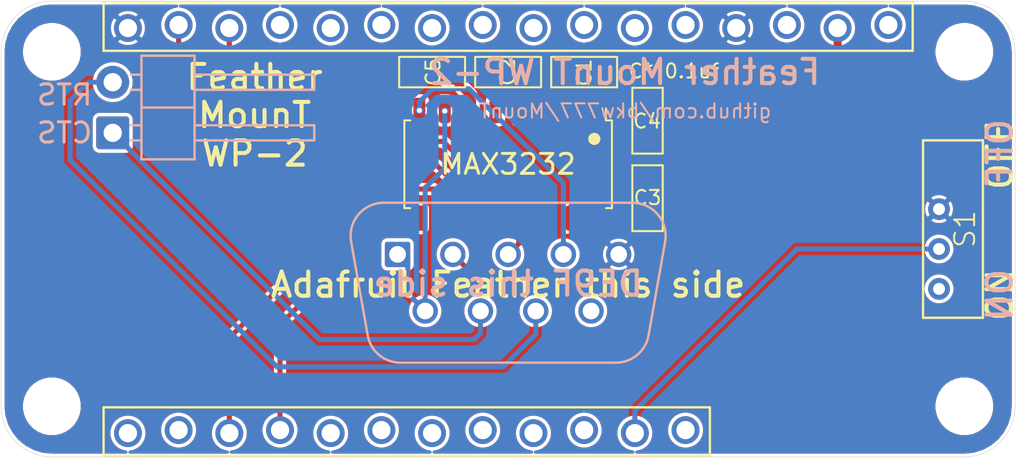
<source format=kicad_pcb>
(kicad_pcb (version 20171130) (host pcbnew 5.1.9-73d0e3b20d~88~ubuntu20.10.1)

  (general
    (thickness 1.6)
    (drawings 24)
    (tracks 76)
    (zones 0)
    (modules 11)
    (nets 21)
  )

  (page A4)
  (layers
    (0 F.Cu signal)
    (31 B.Cu signal)
    (32 B.Adhes user hide)
    (33 F.Adhes user hide)
    (34 B.Paste user hide)
    (35 F.Paste user hide)
    (36 B.SilkS user)
    (37 F.SilkS user)
    (38 B.Mask user)
    (39 F.Mask user)
    (40 Dwgs.User user hide)
    (41 Cmts.User user hide)
    (42 Eco1.User user hide)
    (43 Eco2.User user hide)
    (44 Edge.Cuts user)
    (45 Margin user hide)
    (46 B.CrtYd user hide)
    (47 F.CrtYd user hide)
    (48 B.Fab user hide)
    (49 F.Fab user hide)
  )

  (setup
    (last_trace_width 0.1778)
    (user_trace_width 0.2032)
    (user_trace_width 0.254)
    (user_trace_width 0.4064)
    (trace_clearance 0.1778)
    (zone_clearance 0.1524)
    (zone_45_only no)
    (trace_min 0.1778)
    (via_size 0.4064)
    (via_drill 0.254)
    (via_min_size 0.4064)
    (via_min_drill 0.254)
    (user_via 0.4064 0.254)
    (uvia_size 0.4064)
    (uvia_drill 0.254)
    (uvias_allowed no)
    (uvia_min_size 0.4064)
    (uvia_min_drill 0.254)
    (edge_width 0.0254)
    (segment_width 0.1778)
    (pcb_text_width 0.2032)
    (pcb_text_size 1.2192 1.2192)
    (mod_edge_width 0.127)
    (mod_text_size 0.7112 0.7112)
    (mod_text_width 0.1016)
    (pad_size 1.7 1.7)
    (pad_drill 1)
    (pad_to_mask_clearance 0)
    (aux_axis_origin 0 0)
    (grid_origin 147.32 96.52)
    (visible_elements FFFFFF7F)
    (pcbplotparams
      (layerselection 0x010fc_ffffffff)
      (usegerberextensions false)
      (usegerberattributes false)
      (usegerberadvancedattributes false)
      (creategerberjobfile false)
      (excludeedgelayer true)
      (linewidth 0.100000)
      (plotframeref false)
      (viasonmask false)
      (mode 1)
      (useauxorigin false)
      (hpglpennumber 1)
      (hpglpenspeed 20)
      (hpglpendiameter 15.000000)
      (psnegative false)
      (psa4output false)
      (plotreference true)
      (plotvalue true)
      (plotinvisibletext false)
      (padsonsilk false)
      (subtractmaskfromsilk false)
      (outputformat 1)
      (mirror false)
      (drillshape 1)
      (scaleselection 1)
      (outputdirectory ""))
  )

  (net 0 "")
  (net 1 GND)
  (net 2 "Net-(C1-Pad1)")
  (net 3 "Net-(C1-Pad2)")
  (net 4 "Net-(C2-Pad1)")
  (net 5 "Net-(C2-Pad2)")
  (net 6 "Net-(C4-Pad1)")
  (net 7 "Net-(C5-Pad1)")
  (net 8 /En)
  (net 9 +3V3)
  (net 10 /DTR_TTL)
  (net 11 /DSR_TTL)
  (net 12 /TX_TTL)
  (net 13 /RX_TTL)
  (net 14 /DTR_232)
  (net 15 /DCD_232)
  (net 16 /CTS_232)
  (net 17 /RTS_232)
  (net 18 /RX_232)
  (net 19 /TX_232)
  (net 20 /DSR_232)

  (net_class Default "This is the default net class."
    (clearance 0.1778)
    (trace_width 0.1778)
    (via_dia 0.4064)
    (via_drill 0.254)
    (uvia_dia 0.4064)
    (uvia_drill 0.254)
    (diff_pair_width 0.1778)
    (diff_pair_gap 0.1778)
    (add_net +3V3)
    (add_net /CTS_232)
    (add_net /DCD_232)
    (add_net /DSR_232)
    (add_net /DSR_TTL)
    (add_net /DTR_232)
    (add_net /DTR_TTL)
    (add_net /En)
    (add_net /RTS_232)
    (add_net /RX_232)
    (add_net /RX_TTL)
    (add_net /TX_232)
    (add_net /TX_TTL)
    (add_net GND)
    (add_net "Net-(C1-Pad1)")
    (add_net "Net-(C1-Pad2)")
    (add_net "Net-(C2-Pad1)")
    (add_net "Net-(C2-Pad2)")
    (add_net "Net-(C4-Pad1)")
    (add_net "Net-(C5-Pad1)")
  )

  (module 0_LOCAL:Adafruit_Feather_stagger_6mil (layer F.Cu) (tedit 60436A52) (tstamp 5F3A83F9)
    (at 147.32 96.52 180)
    (path /5F3C661A)
    (fp_text reference J1 (at -5.842 0) (layer F.SilkS) hide
      (effects (font (size 4 4) (thickness 0.12)))
    )
    (fp_text value Adafruit_Feather (at 0 -2) (layer F.Fab)
      (effects (font (size 4 4) (thickness 0.01)))
    )
    (fp_arc (start 22.86 8.89) (end 22.86 11.43) (angle -90) (layer Dwgs.User) (width 0.12))
    (fp_arc (start 22.86 -8.89) (end 25.4 -8.89) (angle -90) (layer Dwgs.User) (width 0.12))
    (fp_arc (start -22.86 -8.89) (end -22.86 -11.43) (angle -90) (layer Dwgs.User) (width 0.12))
    (fp_arc (start -22.86 8.89) (end -25.4 8.89) (angle -90) (layer Dwgs.User) (width 0.12))
    (fp_circle (center -22.86 8.89) (end -21.59 8.89) (layer Dwgs.User) (width 0.12))
    (fp_circle (center -22.86 -8.89) (end -21.59 -8.89) (layer Dwgs.User) (width 0.12))
    (fp_circle (center 22.86 8.89) (end 24.13 8.89) (layer Dwgs.User) (width 0.12))
    (fp_circle (center 22.86 -8.89) (end 24.13 -8.89) (layer Dwgs.User) (width 0.12))
    (fp_line (start -25.4 8.89) (end -25.4 -8.89) (layer Dwgs.User) (width 0.12))
    (fp_line (start -22.86 -11.43) (end 22.86 -11.43) (layer Dwgs.User) (width 0.12))
    (fp_line (start 25.4 -8.89) (end 25.4 8.89) (layer Dwgs.User) (width 0.12))
    (fp_line (start 22.86 11.43) (end -22.86 11.43) (layer Dwgs.User) (width 0.12))
    (fp_line (start -10.1092 -11.3792) (end -10.1092 -8.9408) (layer F.SilkS) (width 0.12))
    (fp_line (start -10.1092 -8.9408) (end 20.2692 -8.9408) (layer F.SilkS) (width 0.12))
    (fp_line (start 20.2692 -8.9408) (end 20.2692 -11.3792) (layer F.SilkS) (width 0.12))
    (fp_line (start 20.2692 -11.3792) (end -10.1092 -11.3792) (layer F.SilkS) (width 0.12))
    (fp_line (start -20.2692 8.9408) (end -20.2692 11.3792) (layer F.SilkS) (width 0.12))
    (fp_line (start -20.2692 11.3792) (end 20.2692 11.3792) (layer F.SilkS) (width 0.12))
    (fp_line (start 20.2692 11.3792) (end 20.2692 8.9408) (layer F.SilkS) (width 0.12))
    (fp_line (start 20.2692 8.9408) (end -20.2692 8.9408) (layer F.SilkS) (width 0.12))
    (pad "" np_thru_hole circle (at 22.86 -8.89 180) (size 2.54 2.54) (drill 2.54) (layers *.Cu *.Mask))
    (pad "" np_thru_hole circle (at 22.86 8.89 180) (size 2.54 2.54) (drill 2.54) (layers *.Cu *.Mask))
    (pad "" np_thru_hole circle (at -22.86 8.89 180) (size 2.54 2.54) (drill 2.54) (layers *.Cu *.Mask))
    (pad "" np_thru_hole circle (at -22.86 -8.89 180) (size 2.54 2.54) (drill 2.54) (layers *.Cu *.Mask))
    (pad 16 thru_hole circle (at 19.05 10.0838 180) (size 1.397 1.397) (drill 0.9144) (layers *.Cu *.Mask)
      (net 1 GND))
    (pad 15 thru_hole circle (at 16.51 10.2362 180) (size 1.397 1.397) (drill 0.9144) (layers *.Cu *.Mask)
      (net 12 /TX_TTL))
    (pad 14 thru_hole circle (at 13.97 10.0838 180) (size 1.397 1.397) (drill 0.9144) (layers *.Cu *.Mask)
      (net 13 /RX_TTL))
    (pad 13 thru_hole circle (at 11.43 10.2362 180) (size 1.397 1.397) (drill 0.9144) (layers *.Cu *.Mask))
    (pad 12 thru_hole circle (at 8.89 10.0838 180) (size 1.397 1.397) (drill 0.9144) (layers *.Cu *.Mask))
    (pad 11 thru_hole circle (at 6.35 10.2362 180) (size 1.397 1.397) (drill 0.9144) (layers *.Cu *.Mask))
    (pad 10 thru_hole circle (at 3.81 10.0838 180) (size 1.397 1.397) (drill 0.9144) (layers *.Cu *.Mask))
    (pad 9 thru_hole circle (at 1.27 10.2362 180) (size 1.397 1.397) (drill 0.9144) (layers *.Cu *.Mask))
    (pad 8 thru_hole circle (at -1.27 10.0838 180) (size 1.397 1.397) (drill 0.9144) (layers *.Cu *.Mask))
    (pad 7 thru_hole circle (at -3.81 10.2362 180) (size 1.397 1.397) (drill 0.9144) (layers *.Cu *.Mask))
    (pad 6 thru_hole circle (at -6.35 10.0838 180) (size 1.397 1.397) (drill 0.9144) (layers *.Cu *.Mask))
    (pad 5 thru_hole circle (at -8.89 10.2362 180) (size 1.397 1.397) (drill 0.9144) (layers *.Cu *.Mask))
    (pad 4 thru_hole circle (at -11.43 10.0838 180) (size 1.397 1.397) (drill 0.9144) (layers *.Cu *.Mask)
      (net 1 GND))
    (pad 3 thru_hole circle (at -13.97 10.2362 180) (size 1.397 1.397) (drill 0.9144) (layers *.Cu *.Mask))
    (pad 2 thru_hole circle (at -16.51 10.0838 180) (size 1.397 1.397) (drill 0.9144) (layers *.Cu *.Mask)
      (net 9 +3V3))
    (pad 1 thru_hole circle (at -19.05 10.2362 180) (size 1.397 1.397) (drill 0.9144) (layers *.Cu *.Mask))
    (pad 17 thru_hole circle (at 19.05 -10.2362 180) (size 1.397 1.397) (drill 0.9144) (layers *.Cu *.Mask))
    (pad 18 thru_hole circle (at 16.51 -10.0838 180) (size 1.397 1.397) (drill 0.9144) (layers *.Cu *.Mask))
    (pad 19 thru_hole circle (at 13.97 -10.2362 180) (size 1.397 1.397) (drill 0.9144) (layers *.Cu *.Mask)
      (net 10 /DTR_TTL))
    (pad 20 thru_hole circle (at 11.43 -10.0838 180) (size 1.397 1.397) (drill 0.9144) (layers *.Cu *.Mask)
      (net 11 /DSR_TTL))
    (pad 21 thru_hole circle (at 8.89 -10.2362 180) (size 1.397 1.397) (drill 0.9144) (layers *.Cu *.Mask))
    (pad 22 thru_hole circle (at 6.35 -10.0838 180) (size 1.397 1.397) (drill 0.9144) (layers *.Cu *.Mask))
    (pad 23 thru_hole circle (at 3.81 -10.2362 180) (size 1.397 1.397) (drill 0.9144) (layers *.Cu *.Mask))
    (pad 24 thru_hole circle (at 1.27 -10.0838 180) (size 1.397 1.397) (drill 0.9144) (layers *.Cu *.Mask))
    (pad 25 thru_hole circle (at -1.27 -10.2362 180) (size 1.397 1.397) (drill 0.9144) (layers *.Cu *.Mask))
    (pad 26 thru_hole circle (at -3.81 -10.0838 180) (size 1.397 1.397) (drill 0.9144) (layers *.Cu *.Mask))
    (pad 27 thru_hole circle (at -6.35 -10.2362 180) (size 1.397 1.397) (drill 0.9144) (layers *.Cu *.Mask)
      (net 8 /En))
    (pad 28 thru_hole circle (at -8.89 -10.0838 180) (size 1.397 1.397) (drill 0.9144) (layers *.Cu *.Mask))
  )

  (module 0_LOCAL:CSS-121xC (layer F.Cu) (tedit 5F727EB8) (tstamp 5F4922E4)
    (at 168.91 96.52 90)
    (path /5F447651)
    (fp_text reference S1 (at 0 1.3 90) (layer F.SilkS)
      (effects (font (size 1 1) (thickness 0.1)))
    )
    (fp_text value DS04-254-1L-01BK (at 0 -2 90) (layer F.Fab)
      (effects (font (size 4 4) (thickness 0.01)))
    )
    (fp_line (start 0.25 3.6) (end 0.25 3.3) (layer Dwgs.User) (width 0.12))
    (fp_line (start 0.25 2.9) (end 0.25 2.6) (layer Dwgs.User) (width 0.12))
    (fp_line (start 1.15 4.2) (end 0.85 4.2) (layer Dwgs.User) (width 0.12))
    (fp_line (start 1.75 2.6) (end 1.75 2.9) (layer Dwgs.User) (width 0.12))
    (fp_line (start 1.75 3.3) (end 1.75 3.6) (layer Dwgs.User) (width 0.12))
    (fp_line (start -1.75 4) (end -1.75 2.2) (layer Dwgs.User) (width 0.12))
    (fp_line (start -0.45 4.2) (end -1.55 4.2) (layer Dwgs.User) (width 0.12))
    (fp_line (start -0.25 2.2) (end -0.25 4) (layer Dwgs.User) (width 0.12))
    (fp_line (start 4.45 -0.8) (end 4.45 2.2) (layer F.SilkS) (width 0.12))
    (fp_line (start -4.45 -0.8) (end 4.45 -0.8) (layer F.SilkS) (width 0.12))
    (fp_line (start -4.45 2.2) (end 4.45 2.2) (layer F.SilkS) (width 0.12))
    (fp_line (start -4.45 -0.8) (end -4.45 2.2) (layer F.SilkS) (width 0.12))
    (fp_arc (start -1.55 4) (end -1.75 4) (angle -90) (layer Dwgs.User) (width 0.12))
    (fp_arc (start -0.45 4) (end -0.45 4.2) (angle -90) (layer Dwgs.User) (width 0.12))
    (fp_arc (start 1.55 4) (end 1.55 4.2) (angle -90) (layer Dwgs.User) (width 0.12))
    (fp_arc (start 0.45 4) (end 0.25 4) (angle -90) (layer Dwgs.User) (width 0.12))
    (pad 2 thru_hole circle (at -1 0 90) (size 1.0922 1.0922) (drill 0.6) (layers *.Cu *.Mask)
      (net 8 /En))
    (pad 1 thru_hole circle (at -3 0 90) (size 1.0922 1.0922) (drill 0.6) (layers *.Cu *.Mask))
    (pad 3 thru_hole circle (at 1 0 90) (size 1.0922 1.0922) (drill 0.6) (layers *.Cu *.Mask)
      (net 1 GND))
    (model ${KIPRJMOD}/0_LOCAL.3dshapes/CSS-1210MC.wrl
      (offset (xyz 0 -2.2 0.9399999999999999))
      (scale (xyz 0.3937 0.3937 0.3937))
      (rotate (xyz -90 0 0))
    )
  )

  (module 0_LOCAL:DSUB-9_Female_Vertical_P2.77x2.84mm (layer B.Cu) (tedit 5F6A8630) (tstamp 5F66EFDE)
    (at 141.78 97.79 180)
    (descr "9-pin D-Sub connector, straight/vertical, THT-mount, female, pitch 2.77x2.84mm, distance of mounting holes 25mm, see https://disti-assets.s3.amazonaws.com/tonar/files/datasheets/16730.pdf")
    (tags "9-pin D-Sub connector straight vertical THT female pitch 2.77x2.84mm mounting holes distance 25mm")
    (path /5F04B532)
    (fp_text reference J2 (at -5.5372 -4.4704) (layer B.SilkS) hide
      (effects (font (size 1 1) (thickness 0.15)) (justify mirror))
    )
    (fp_text value DE9_Female (at -5.54 -8.73) (layer B.Fab)
      (effects (font (size 1 1) (thickness 0.15)) (justify mirror))
    )
    (fp_line (start 10.4 5.35) (end -21.5 5.35) (layer B.CrtYd) (width 0.05))
    (fp_line (start 10.4 -8.2) (end 10.4 5.35) (layer B.CrtYd) (width 0.05))
    (fp_line (start -21.5 -8.2) (end 10.4 -8.2) (layer B.CrtYd) (width 0.05))
    (fp_line (start -21.5 5.35) (end -21.5 -8.2) (layer B.CrtYd) (width 0.05))
    (fp_line (start -13.40647 0.641744) (end -12.577733 -4.058256) (layer B.SilkS) (width 0.12))
    (fp_line (start 2.32647 0.641744) (end 1.497733 -4.058256) (layer B.SilkS) (width 0.12))
    (fp_line (start -10.942952 -5.43) (end -0.137048 -5.43) (layer B.SilkS) (width 0.12))
    (fp_line (start -11.771689 2.59) (end 0.691689 2.59) (layer B.SilkS) (width 0.12))
    (fp_line (start -13.358887 0.652163) (end -12.53015 -4.047837) (layer B.Fab) (width 0.1))
    (fp_line (start 2.278887 0.652163) (end 1.45015 -4.047837) (layer B.Fab) (width 0.1))
    (fp_line (start -10.954457 -5.37) (end -0.125543 -5.37) (layer B.Fab) (width 0.1))
    (fp_line (start -11.783194 2.53) (end 0.703194 2.53) (layer B.Fab) (width 0.1))
    (fp_line (start -20.965 -6.67) (end -20.965 3.83) (layer B.Fab) (width 0.1))
    (fp_line (start 8.885 -7.67) (end -19.965 -7.67) (layer B.Fab) (width 0.1))
    (fp_line (start 9.885 3.83) (end 9.885 -6.67) (layer B.Fab) (width 0.1))
    (fp_line (start -19.965 4.83) (end 8.885 4.83) (layer B.Fab) (width 0.1))
    (fp_text user %R (at -5.54 -1.42) (layer B.Fab)
      (effects (font (size 1 1) (thickness 0.15)) (justify mirror))
    )
    (fp_arc (start -0.137048 -3.77) (end -0.137048 -5.43) (angle 80) (layer B.SilkS) (width 0.12))
    (fp_arc (start -10.942952 -3.77) (end -10.942952 -5.43) (angle -80) (layer B.SilkS) (width 0.12))
    (fp_arc (start 0.691689 0.93) (end 0.691689 2.59) (angle -100) (layer B.SilkS) (width 0.12))
    (fp_arc (start -11.771689 0.93) (end -11.771689 2.59) (angle 100) (layer B.SilkS) (width 0.12))
    (fp_arc (start -0.125543 -3.77) (end -0.125543 -5.37) (angle 80) (layer B.Fab) (width 0.1))
    (fp_arc (start -10.954457 -3.77) (end -10.954457 -5.37) (angle -80) (layer B.Fab) (width 0.1))
    (fp_arc (start 0.703194 0.93) (end 0.703194 2.53) (angle -100) (layer B.Fab) (width 0.1))
    (fp_arc (start -11.783194 0.93) (end -11.783194 2.53) (angle 100) (layer B.Fab) (width 0.1))
    (fp_arc (start 8.885 -6.67) (end 9.885 -6.67) (angle -90) (layer B.Fab) (width 0.1))
    (fp_arc (start -19.965 -6.67) (end -20.965 -6.67) (angle 90) (layer B.Fab) (width 0.1))
    (fp_arc (start 8.885 3.83) (end 8.885 4.83) (angle -90) (layer B.Fab) (width 0.1))
    (fp_arc (start -19.965 3.83) (end -20.965 3.83) (angle -90) (layer B.Fab) (width 0.1))
    (pad 9 thru_hole circle (at -9.695 -2.84 180) (size 1.27 1.27) (drill 0.8382) (layers *.Cu *.Mask))
    (pad 8 thru_hole circle (at -6.925 -2.84 180) (size 1.27 1.27) (drill 0.8382) (layers *.Cu *.Mask)
      (net 16 /CTS_232))
    (pad 7 thru_hole circle (at -4.155 -2.84 180) (size 1.27 1.27) (drill 0.8382) (layers *.Cu *.Mask)
      (net 17 /RTS_232))
    (pad 6 thru_hole circle (at -1.385 -2.84 180) (size 1.27 1.27) (drill 0.8382) (layers *.Cu *.Mask)
      (net 20 /DSR_232))
    (pad 5 thru_hole circle (at -11.08 0 180) (size 1.27 1.27) (drill 0.8382) (layers *.Cu *.Mask)
      (net 1 GND))
    (pad 4 thru_hole circle (at -8.31 0 180) (size 1.27 1.27) (drill 0.8382) (layers *.Cu *.Mask)
      (net 14 /DTR_232))
    (pad 3 thru_hole circle (at -5.54 0 180) (size 1.27 1.27) (drill 0.8382) (layers *.Cu *.Mask)
      (net 19 /TX_232))
    (pad 2 thru_hole circle (at -2.77 0 180) (size 1.27 1.27) (drill 0.8382) (layers *.Cu *.Mask)
      (net 18 /RX_232))
    (pad 1 thru_hole roundrect (at 0 0 180) (size 1.27 1.27) (drill 0.8382) (layers *.Cu *.Mask) (roundrect_rratio 0.1)
      (net 15 /DCD_232))
    (model ${KIPRJMOD}/0_LOCAL.3dshapes/DE9Fvt.stp
      (offset (xyz -5.54 -1.42 6.3))
      (scale (xyz 1 1 1))
      (rotate (xyz 0 0 0))
    )
  )

  (module 0_LOCAL:NetTie-2_SMD_10 (layer B.Cu) (tedit 5F3D08F8) (tstamp 5F66E6CD)
    (at 142.2908 98.5012 90)
    (descr "Net tie, 2 pin, 0.5mm square SMD pads")
    (tags "net tie")
    (path /5F7049F9)
    (attr virtual)
    (fp_text reference NT1 (at 0 1.2 270) (layer B.SilkS) hide
      (effects (font (size 1 1) (thickness 0.15)) (justify mirror))
    )
    (fp_text value Net-Tie_2 (at 0 -1.2 270) (layer B.Fab)
      (effects (font (size 1 1) (thickness 0.15)) (justify mirror))
    )
    (fp_poly (pts (xy -0.254 0.127) (xy 0.254 0.127) (xy 0.254 -0.127) (xy -0.254 -0.127)) (layer B.Cu) (width 0))
    (fp_line (start 1 0.5) (end -1 0.5) (layer B.CrtYd) (width 0.05))
    (fp_line (start 1 -0.5) (end 1 0.5) (layer B.CrtYd) (width 0.05))
    (fp_line (start -1 -0.5) (end 1 -0.5) (layer B.CrtYd) (width 0.05))
    (fp_line (start -1 0.5) (end -1 -0.5) (layer B.CrtYd) (width 0.05))
    (pad 2 smd circle (at 0.254 0 90) (size 0.254 0.254) (layers B.Cu)
      (net 15 /DCD_232))
    (pad 1 smd circle (at -0.254 0 90) (size 0.254 0.254) (layers B.Cu)
      (net 20 /DSR_232))
  )

  (module 0_LOCAL:PinHeader_1x02_P2.54mm_Horizontal (layer B.Cu) (tedit 5F491FD8) (tstamp 5F3D0B4A)
    (at 127.508 91.694)
    (descr "Through hole angled pin header, 1x02, 2.54mm pitch, 6mm pin length, single row")
    (tags "Through hole angled pin header THT 1x02 2.54mm single row")
    (path /5F3DBD1F)
    (fp_text reference JP1 (at 4.385 2.27) (layer B.SilkS) hide
      (effects (font (size 1 1) (thickness 0.15)) (justify mirror))
    )
    (fp_text value Jumper_2_Bridged (at 4.385 -4.81) (layer B.Fab)
      (effects (font (size 1 1) (thickness 0.15)) (justify mirror))
    )
    (fp_line (start 2.135 1.27) (end 4.04 1.27) (layer B.Fab) (width 0.1))
    (fp_line (start 4.04 1.27) (end 4.04 -3.81) (layer B.Fab) (width 0.1))
    (fp_line (start 4.04 -3.81) (end 1.5 -3.81) (layer B.Fab) (width 0.1))
    (fp_line (start 1.5 -3.81) (end 1.5 0.635) (layer B.Fab) (width 0.1))
    (fp_line (start 1.5 0.635) (end 2.135 1.27) (layer B.Fab) (width 0.1))
    (fp_line (start -0.32 0.32) (end 1.5 0.32) (layer B.Fab) (width 0.1))
    (fp_line (start -0.32 0.32) (end -0.32 -0.32) (layer B.Fab) (width 0.1))
    (fp_line (start -0.32 -0.32) (end 1.5 -0.32) (layer B.Fab) (width 0.1))
    (fp_line (start 4.04 0.32) (end 10.04 0.32) (layer B.Fab) (width 0.1))
    (fp_line (start 10.04 0.32) (end 10.04 -0.32) (layer B.Fab) (width 0.1))
    (fp_line (start 4.04 -0.32) (end 10.04 -0.32) (layer B.Fab) (width 0.1))
    (fp_line (start -0.32 -2.22) (end 1.5 -2.22) (layer B.Fab) (width 0.1))
    (fp_line (start -0.32 -2.22) (end -0.32 -2.86) (layer B.Fab) (width 0.1))
    (fp_line (start -0.32 -2.86) (end 1.5 -2.86) (layer B.Fab) (width 0.1))
    (fp_line (start 4.04 -2.22) (end 10.04 -2.22) (layer B.Fab) (width 0.1))
    (fp_line (start 10.04 -2.22) (end 10.04 -2.86) (layer B.Fab) (width 0.1))
    (fp_line (start 4.04 -2.86) (end 10.04 -2.86) (layer B.Fab) (width 0.1))
    (fp_line (start 1.44 1.33) (end 1.44 -3.87) (layer B.SilkS) (width 0.12))
    (fp_line (start 1.44 -3.87) (end 4.1 -3.87) (layer B.SilkS) (width 0.12))
    (fp_line (start 4.1 -3.87) (end 4.1 1.33) (layer B.SilkS) (width 0.12))
    (fp_line (start 4.1 1.33) (end 1.44 1.33) (layer B.SilkS) (width 0.12))
    (fp_line (start 4.1 0.38) (end 10.1 0.38) (layer B.SilkS) (width 0.12))
    (fp_line (start 10.1 0.38) (end 10.1 -0.38) (layer B.SilkS) (width 0.12))
    (fp_line (start 10.1 -0.38) (end 4.1 -0.38) (layer B.SilkS) (width 0.12))
    (fp_line (start 0.9 0.38) (end 1.44 0.38) (layer B.SilkS) (width 0.12))
    (fp_line (start 0.9 -0.38) (end 1.44 -0.38) (layer B.SilkS) (width 0.12))
    (fp_line (start 1.44 -1.27) (end 4.1 -1.27) (layer B.SilkS) (width 0.12))
    (fp_line (start 4.1 -2.16) (end 10.1 -2.16) (layer B.SilkS) (width 0.12))
    (fp_line (start 10.1 -2.16) (end 10.1 -2.92) (layer B.SilkS) (width 0.12))
    (fp_line (start 10.1 -2.92) (end 4.1 -2.92) (layer B.SilkS) (width 0.12))
    (fp_line (start 0.9 -2.16) (end 1.44 -2.16) (layer B.SilkS) (width 0.12))
    (fp_line (start 0.9 -2.92) (end 1.44 -2.92) (layer B.SilkS) (width 0.12))
    (fp_line (start -1.8 1.8) (end -1.8 -4.35) (layer B.CrtYd) (width 0.05))
    (fp_line (start -1.8 -4.35) (end 10.55 -4.35) (layer B.CrtYd) (width 0.05))
    (fp_line (start 10.55 -4.35) (end 10.55 1.8) (layer B.CrtYd) (width 0.05))
    (fp_line (start 10.55 1.8) (end -1.8 1.8) (layer B.CrtYd) (width 0.05))
    (fp_text user %R (at 2.77 -1.27 -90) (layer B.Fab)
      (effects (font (size 1 1) (thickness 0.15)) (justify mirror))
    )
    (pad 2 thru_hole custom (at 0 -2.54) (size 1.651 1.651) (drill 0.9144) (layers *.Cu *.Mask)
      (net 16 /CTS_232) (zone_connect 0)
      (options (clearance outline) (anchor circle))
      (primitives
      ))
    (pad 1 thru_hole roundrect (at 0 0) (size 1.651 1.651) (drill 0.9144) (layers *.Cu *.Mask) (roundrect_rratio 0.1)
      (net 17 /RTS_232))
    (model ${KISYS3DMOD}/Connector_PinHeader_2.54mm.3dshapes/PinHeader_1x02_P2.54mm_Horizontal.wrl
      (at (xyz 0 0 0))
      (scale (xyz 1 1 1))
      (rotate (xyz 0 0 0))
    )
  )

  (module 0_LOCAL:C_0805 (layer F.Cu) (tedit 5F4898F2) (tstamp 5F3AED19)
    (at 154.305 94.9706 90)
    (descr "Capacitor SMD 0805, reflow soldering, AVX (see smccp.pdf)")
    (tags "capacitor 0805")
    (path /5F488F0F)
    (attr smd)
    (fp_text reference C3 (at 0.0254 0) (layer F.SilkS)
      (effects (font (size 0.7112 0.7112) (thickness 0.1016)))
    )
    (fp_text value 0.1uf (at 0 1.75 90) (layer F.Fab)
      (effects (font (size 1 1) (thickness 0.15)))
    )
    (fp_line (start -1 0.62) (end -1 -0.62) (layer F.Fab) (width 0.1))
    (fp_line (start 1 0.62) (end -1 0.62) (layer F.Fab) (width 0.1))
    (fp_line (start 1 -0.62) (end 1 0.62) (layer F.Fab) (width 0.1))
    (fp_line (start -1 -0.62) (end 1 -0.62) (layer F.Fab) (width 0.1))
    (fp_line (start 1.651 -0.762) (end -1.651 -0.762) (layer F.SilkS) (width 0.1016))
    (fp_line (start -1.651 0.762) (end 1.651 0.762) (layer F.SilkS) (width 0.1016))
    (fp_line (start -1.75 -0.88) (end 1.75 -0.88) (layer F.CrtYd) (width 0.05))
    (fp_line (start -1.75 -0.88) (end -1.75 0.87) (layer F.CrtYd) (width 0.05))
    (fp_line (start 1.75 0.87) (end 1.75 -0.88) (layer F.CrtYd) (width 0.05))
    (fp_line (start 1.75 0.87) (end -1.75 0.87) (layer F.CrtYd) (width 0.05))
    (fp_line (start 1.651 -0.762) (end 1.651 0.762) (layer F.SilkS) (width 0.1016))
    (fp_line (start -1.651 -0.762) (end -1.651 0.762) (layer F.SilkS) (width 0.1016))
    (fp_text user %R (at 0 -1.5 90) (layer F.Fab)
      (effects (font (size 1 1) (thickness 0.15)))
    )
    (pad 1 smd roundrect (at -1 0 90) (size 1 1.25) (layers F.Cu F.Paste F.Mask) (roundrect_rratio 0.25)
      (net 9 +3V3))
    (pad 2 smd roundrect (at 1 0 90) (size 1 1.25) (layers F.Cu F.Paste F.Mask) (roundrect_rratio 0.25)
      (net 1 GND))
    (model ${KIPRJMOD}/0_LOCAL.3dshapes/C_0805_2012Metric.wrl
      (at (xyz 0 0 0))
      (scale (xyz 1 1 1))
      (rotate (xyz 0 0 0))
    )
  )

  (module 0_LOCAL:C_0805 (layer F.Cu) (tedit 5F4898F2) (tstamp 5F3BAACF)
    (at 154.305 91.0844 90)
    (descr "Capacitor SMD 0805, reflow soldering, AVX (see smccp.pdf)")
    (tags "capacitor 0805")
    (path /5F48099A)
    (attr smd)
    (fp_text reference C4 (at -0.0254 -0.0254) (layer F.SilkS)
      (effects (font (size 0.7112 0.7112) (thickness 0.1016)))
    )
    (fp_text value 0.1uf (at 0 1.75 90) (layer F.Fab)
      (effects (font (size 1 1) (thickness 0.15)))
    )
    (fp_line (start -1 0.62) (end -1 -0.62) (layer F.Fab) (width 0.1))
    (fp_line (start 1 0.62) (end -1 0.62) (layer F.Fab) (width 0.1))
    (fp_line (start 1 -0.62) (end 1 0.62) (layer F.Fab) (width 0.1))
    (fp_line (start -1 -0.62) (end 1 -0.62) (layer F.Fab) (width 0.1))
    (fp_line (start 1.651 -0.762) (end -1.651 -0.762) (layer F.SilkS) (width 0.1016))
    (fp_line (start -1.651 0.762) (end 1.651 0.762) (layer F.SilkS) (width 0.1016))
    (fp_line (start -1.75 -0.88) (end 1.75 -0.88) (layer F.CrtYd) (width 0.05))
    (fp_line (start -1.75 -0.88) (end -1.75 0.87) (layer F.CrtYd) (width 0.05))
    (fp_line (start 1.75 0.87) (end 1.75 -0.88) (layer F.CrtYd) (width 0.05))
    (fp_line (start 1.75 0.87) (end -1.75 0.87) (layer F.CrtYd) (width 0.05))
    (fp_line (start 1.651 -0.762) (end 1.651 0.762) (layer F.SilkS) (width 0.1016))
    (fp_line (start -1.651 -0.762) (end -1.651 0.762) (layer F.SilkS) (width 0.1016))
    (fp_text user %R (at 0 -1.5 90) (layer F.Fab)
      (effects (font (size 1 1) (thickness 0.15)))
    )
    (pad 1 smd roundrect (at -1 0 90) (size 1 1.25) (layers F.Cu F.Paste F.Mask) (roundrect_rratio 0.25)
      (net 6 "Net-(C4-Pad1)"))
    (pad 2 smd roundrect (at 1 0 90) (size 1 1.25) (layers F.Cu F.Paste F.Mask) (roundrect_rratio 0.25)
      (net 1 GND))
    (model ${KIPRJMOD}/0_LOCAL.3dshapes/C_0805_2012Metric.wrl
      (at (xyz 0 0 0))
      (scale (xyz 1 1 1))
      (rotate (xyz 0 0 0))
    )
  )

  (module 0_LOCAL:C_0805 (layer F.Cu) (tedit 5F4898F2) (tstamp 5F3A1BDB)
    (at 151.13 88.646 180)
    (descr "Capacitor SMD 0805, reflow soldering, AVX (see smccp.pdf)")
    (tags "capacitor 0805")
    (path /5F479CC5)
    (attr smd)
    (fp_text reference C1 (at 0 -0.0254 90) (layer F.SilkS)
      (effects (font (size 0.7112 0.7112) (thickness 0.1016)))
    )
    (fp_text value 0.1uf (at 0 1.75) (layer F.Fab)
      (effects (font (size 1 1) (thickness 0.15)))
    )
    (fp_line (start -1 0.62) (end -1 -0.62) (layer F.Fab) (width 0.1))
    (fp_line (start 1 0.62) (end -1 0.62) (layer F.Fab) (width 0.1))
    (fp_line (start 1 -0.62) (end 1 0.62) (layer F.Fab) (width 0.1))
    (fp_line (start -1 -0.62) (end 1 -0.62) (layer F.Fab) (width 0.1))
    (fp_line (start 1.651 -0.762) (end -1.651 -0.762) (layer F.SilkS) (width 0.1016))
    (fp_line (start -1.651 0.762) (end 1.651 0.762) (layer F.SilkS) (width 0.1016))
    (fp_line (start -1.75 -0.88) (end 1.75 -0.88) (layer F.CrtYd) (width 0.05))
    (fp_line (start -1.75 -0.88) (end -1.75 0.87) (layer F.CrtYd) (width 0.05))
    (fp_line (start 1.75 0.87) (end 1.75 -0.88) (layer F.CrtYd) (width 0.05))
    (fp_line (start 1.75 0.87) (end -1.75 0.87) (layer F.CrtYd) (width 0.05))
    (fp_line (start 1.651 -0.762) (end 1.651 0.762) (layer F.SilkS) (width 0.1016))
    (fp_line (start -1.651 -0.762) (end -1.651 0.762) (layer F.SilkS) (width 0.1016))
    (fp_text user %R (at 0 -1.5) (layer F.Fab)
      (effects (font (size 1 1) (thickness 0.15)))
    )
    (pad 1 smd roundrect (at -1 0 180) (size 1 1.25) (layers F.Cu F.Paste F.Mask) (roundrect_rratio 0.25)
      (net 2 "Net-(C1-Pad1)"))
    (pad 2 smd roundrect (at 1 0 180) (size 1 1.25) (layers F.Cu F.Paste F.Mask) (roundrect_rratio 0.25)
      (net 3 "Net-(C1-Pad2)"))
    (model ${KIPRJMOD}/0_LOCAL.3dshapes/C_0805_2012Metric.wrl
      (at (xyz 0 0 0))
      (scale (xyz 1 1 1))
      (rotate (xyz 0 0 0))
    )
  )

  (module 0_LOCAL:C_0805 (layer F.Cu) (tedit 5F4898F2) (tstamp 5F3A1BEC)
    (at 147.32 88.646 180)
    (descr "Capacitor SMD 0805, reflow soldering, AVX (see smccp.pdf)")
    (tags "capacitor 0805")
    (path /5F473FC0)
    (attr smd)
    (fp_text reference C2 (at 0.0254 0 90) (layer F.SilkS)
      (effects (font (size 0.7112 0.7112) (thickness 0.1016)))
    )
    (fp_text value 0.1uf (at 0 1.75) (layer F.Fab)
      (effects (font (size 1 1) (thickness 0.15)))
    )
    (fp_line (start -1 0.62) (end -1 -0.62) (layer F.Fab) (width 0.1))
    (fp_line (start 1 0.62) (end -1 0.62) (layer F.Fab) (width 0.1))
    (fp_line (start 1 -0.62) (end 1 0.62) (layer F.Fab) (width 0.1))
    (fp_line (start -1 -0.62) (end 1 -0.62) (layer F.Fab) (width 0.1))
    (fp_line (start 1.651 -0.762) (end -1.651 -0.762) (layer F.SilkS) (width 0.1016))
    (fp_line (start -1.651 0.762) (end 1.651 0.762) (layer F.SilkS) (width 0.1016))
    (fp_line (start -1.75 -0.88) (end 1.75 -0.88) (layer F.CrtYd) (width 0.05))
    (fp_line (start -1.75 -0.88) (end -1.75 0.87) (layer F.CrtYd) (width 0.05))
    (fp_line (start 1.75 0.87) (end 1.75 -0.88) (layer F.CrtYd) (width 0.05))
    (fp_line (start 1.75 0.87) (end -1.75 0.87) (layer F.CrtYd) (width 0.05))
    (fp_line (start 1.651 -0.762) (end 1.651 0.762) (layer F.SilkS) (width 0.1016))
    (fp_line (start -1.651 -0.762) (end -1.651 0.762) (layer F.SilkS) (width 0.1016))
    (fp_text user %R (at 0 -1.5) (layer F.Fab)
      (effects (font (size 1 1) (thickness 0.15)))
    )
    (pad 1 smd roundrect (at -1 0 180) (size 1 1.25) (layers F.Cu F.Paste F.Mask) (roundrect_rratio 0.25)
      (net 4 "Net-(C2-Pad1)"))
    (pad 2 smd roundrect (at 1 0 180) (size 1 1.25) (layers F.Cu F.Paste F.Mask) (roundrect_rratio 0.25)
      (net 5 "Net-(C2-Pad2)"))
    (model ${KIPRJMOD}/0_LOCAL.3dshapes/C_0805_2012Metric.wrl
      (at (xyz 0 0 0))
      (scale (xyz 1 1 1))
      (rotate (xyz 0 0 0))
    )
  )

  (module 0_LOCAL:C_0805 (layer F.Cu) (tedit 5F4898F2) (tstamp 5F3AE85A)
    (at 143.51 88.646 180)
    (descr "Capacitor SMD 0805, reflow soldering, AVX (see smccp.pdf)")
    (tags "capacitor 0805")
    (path /5F486F92)
    (attr smd)
    (fp_text reference C5 (at -0.0508 0 90) (layer F.SilkS)
      (effects (font (size 0.7112 0.7112) (thickness 0.1016)))
    )
    (fp_text value 0.1uf (at 0 1.75) (layer F.Fab)
      (effects (font (size 1 1) (thickness 0.15)))
    )
    (fp_line (start -1 0.62) (end -1 -0.62) (layer F.Fab) (width 0.1))
    (fp_line (start 1 0.62) (end -1 0.62) (layer F.Fab) (width 0.1))
    (fp_line (start 1 -0.62) (end 1 0.62) (layer F.Fab) (width 0.1))
    (fp_line (start -1 -0.62) (end 1 -0.62) (layer F.Fab) (width 0.1))
    (fp_line (start 1.651 -0.762) (end -1.651 -0.762) (layer F.SilkS) (width 0.1016))
    (fp_line (start -1.651 0.762) (end 1.651 0.762) (layer F.SilkS) (width 0.1016))
    (fp_line (start -1.75 -0.88) (end 1.75 -0.88) (layer F.CrtYd) (width 0.05))
    (fp_line (start -1.75 -0.88) (end -1.75 0.87) (layer F.CrtYd) (width 0.05))
    (fp_line (start 1.75 0.87) (end 1.75 -0.88) (layer F.CrtYd) (width 0.05))
    (fp_line (start 1.75 0.87) (end -1.75 0.87) (layer F.CrtYd) (width 0.05))
    (fp_line (start 1.651 -0.762) (end 1.651 0.762) (layer F.SilkS) (width 0.1016))
    (fp_line (start -1.651 -0.762) (end -1.651 0.762) (layer F.SilkS) (width 0.1016))
    (fp_text user %R (at 0 -1.5) (layer F.Fab)
      (effects (font (size 1 1) (thickness 0.15)))
    )
    (pad 1 smd roundrect (at -1 0 180) (size 1 1.25) (layers F.Cu F.Paste F.Mask) (roundrect_rratio 0.25)
      (net 7 "Net-(C5-Pad1)"))
    (pad 2 smd roundrect (at 1 0 180) (size 1 1.25) (layers F.Cu F.Paste F.Mask) (roundrect_rratio 0.25)
      (net 1 GND))
    (model ${KIPRJMOD}/0_LOCAL.3dshapes/C_0805_2012Metric.wrl
      (at (xyz 0 0 0))
      (scale (xyz 1 1 1))
      (rotate (xyz 0 0 0))
    )
  )

  (module 0_LOCAL:SOIC-16_W3.90mm (layer F.Cu) (tedit 5F3A577D) (tstamp 5F3AC3B8)
    (at 147.32 93.2688 180)
    (path /5F42ADF7)
    (attr smd)
    (fp_text reference U1 (at 0 -0.762) (layer F.SilkS) hide
      (effects (font (size 1 1) (thickness 0.15)))
    )
    (fp_text value MAX3232 (at 0 0) (layer F.SilkS)
      (effects (font (size 1 1) (thickness 0.15)))
    )
    (fp_circle (center -4.318 1.27) (end -4.1656 1.27) (layer F.SilkS) (width 0.3048))
    (fp_line (start -5.2 3.73) (end 5.2 3.73) (layer F.CrtYd) (width 0.05))
    (fp_line (start -5.2 -3.73) (end 5.2 -3.73) (layer F.CrtYd) (width 0.05))
    (fp_line (start 5.2 3.73) (end 5.2 -3.73) (layer F.CrtYd) (width 0.05))
    (fp_line (start -5.2 3.73) (end -5.2 -3.73) (layer F.CrtYd) (width 0.05))
    (fp_line (start 5.2 -2.2) (end 4.9 -2.2) (layer F.SilkS) (width 0.1))
    (fp_line (start 4.9 2.2) (end 5.2 2.2) (layer F.SilkS) (width 0.1))
    (fp_line (start 5.2 2.2) (end 5.2 -2.2) (layer F.SilkS) (width 0.1))
    (fp_line (start -5.2 -2.2) (end -5.2 2.2) (layer F.SilkS) (width 0.1))
    (fp_line (start -5.2 2.2) (end -4.9 2.2) (layer F.SilkS) (width 0.1))
    (fp_line (start -4.9 2.2) (end -4.9 2.8) (layer F.SilkS) (width 0.1))
    (fp_line (start -4.9 -2.2) (end -5.2 -2.2) (layer F.SilkS) (width 0.1))
    (fp_line (start 4.95 1.95) (end -4.95 1.95) (layer F.Fab) (width 0.1))
    (fp_line (start -4.95 -1.95) (end 4.95 -1.95) (layer F.Fab) (width 0.1))
    (fp_line (start 4.95 -1.95) (end 4.95 1.95) (layer F.Fab) (width 0.1))
    (fp_line (start -4.95 -1.95) (end -4.95 1.95) (layer F.Fab) (width 0.1))
    (fp_text user REF** (at 0 0) (layer F.Fab)
      (effects (font (size 1 1) (thickness 0.15)))
    )
    (pad 16 smd roundrect (at -4.445 -2.7 180) (size 0.6 1.27) (layers F.Cu F.Paste F.Mask) (roundrect_rratio 0.25)
      (net 9 +3V3))
    (pad 15 smd roundrect (at -3.175 -2.7 180) (size 0.6 1.27) (layers F.Cu F.Paste F.Mask) (roundrect_rratio 0.25)
      (net 1 GND))
    (pad 14 smd roundrect (at -1.905 -2.7 180) (size 0.6 1.27) (layers F.Cu F.Paste F.Mask) (roundrect_rratio 0.25)
      (net 18 /RX_232))
    (pad 13 smd roundrect (at -0.635 -2.7 180) (size 0.6 1.27) (layers F.Cu F.Paste F.Mask) (roundrect_rratio 0.25)
      (net 19 /TX_232))
    (pad 12 smd roundrect (at 0.635 -2.7 180) (size 0.6 1.27) (layers F.Cu F.Paste F.Mask) (roundrect_rratio 0.25)
      (net 13 /RX_TTL))
    (pad 11 smd roundrect (at 1.905 -2.7 180) (size 0.6 1.27) (layers F.Cu F.Paste F.Mask) (roundrect_rratio 0.25)
      (net 12 /TX_TTL))
    (pad 10 smd roundrect (at 3.175 -2.7 180) (size 0.6 1.27) (layers F.Cu F.Paste F.Mask) (roundrect_rratio 0.25)
      (net 10 /DTR_TTL))
    (pad 9 smd roundrect (at 4.445 -2.7 180) (size 0.6 1.27) (layers F.Cu F.Paste F.Mask) (roundrect_rratio 0.25)
      (net 11 /DSR_TTL))
    (pad 8 smd roundrect (at 4.445 2.7 180) (size 0.6 1.27) (layers F.Cu F.Paste F.Mask) (roundrect_rratio 0.25)
      (net 14 /DTR_232))
    (pad 7 smd roundrect (at 3.175 2.7 180) (size 0.6 1.27) (layers F.Cu F.Paste F.Mask) (roundrect_rratio 0.25)
      (net 20 /DSR_232))
    (pad 6 smd roundrect (at 1.905 2.7 180) (size 0.6 1.27) (layers F.Cu F.Paste F.Mask) (roundrect_rratio 0.25)
      (net 7 "Net-(C5-Pad1)"))
    (pad 5 smd roundrect (at 0.635 2.7 180) (size 0.6 1.27) (layers F.Cu F.Paste F.Mask) (roundrect_rratio 0.25)
      (net 5 "Net-(C2-Pad2)"))
    (pad 4 smd roundrect (at -0.635 2.7 180) (size 0.6 1.27) (layers F.Cu F.Paste F.Mask) (roundrect_rratio 0.25)
      (net 4 "Net-(C2-Pad1)"))
    (pad 3 smd roundrect (at -1.905 2.7 180) (size 0.6 1.27) (layers F.Cu F.Paste F.Mask) (roundrect_rratio 0.25)
      (net 3 "Net-(C1-Pad2)"))
    (pad 2 smd roundrect (at -3.175 2.7 180) (size 0.6 1.27) (layers F.Cu F.Paste F.Mask) (roundrect_rratio 0.25)
      (net 6 "Net-(C4-Pad1)"))
    (pad 1 smd roundrect (at -4.445 2.7 180) (size 0.6 1.27) (layers F.Cu F.Paste F.Mask) (roundrect_rratio 0.25)
      (net 2 "Net-(C1-Pad1)"))
    (model ${KIPRJMOD}/0_LOCAL.3dshapes/SOIC-16_3.9x9.9mm_P1.27mm.wrl
      (at (xyz 0 0 0))
      (scale (xyz 1 1 1))
      (rotate (xyz 0 0 -90))
    )
  )

  (gr_text WP-2 (at 134.62 92.7354) (layer F.SilkS) (tstamp 5F56C822)
    (effects (font (size 1.2192 1.2192) (thickness 0.2032)))
  )
  (gr_text ON (at 171.958 99.822 90) (layer F.SilkS) (tstamp 5F49294D)
    (effects (font (size 1.2192 1.2192) (thickness 0.2032)))
  )
  (gr_text OFF (at 171.958 92.837 90) (layer F.SilkS)
    (effects (font (size 1.2192 1.2192) (thickness 0.2032)))
  )
  (gr_text OFF (at 171.958 92.71 90) (layer B.SilkS) (tstamp 5F4885E1)
    (effects (font (size 1.2192 1.2192) (thickness 0.2032)) (justify mirror))
  )
  (gr_text Feather (at 134.62 88.9) (layer F.SilkS) (tstamp 5F4882B3)
    (effects (font (size 1.2192 1.2192) (thickness 0.2032)))
  )
  (gr_text MounT (at 134.62 90.805) (layer F.SilkS) (tstamp 5F4882AF)
    (effects (font (size 1.2192 1.2192) (thickness 0.2032)))
  )
  (gr_text CTS (at 125.095 91.694) (layer B.SilkS) (tstamp 5F3D3D61)
    (effects (font (size 1.016 1.016) (thickness 0.1524)) (justify mirror))
  )
  (gr_text RTS (at 125.095 89.789) (layer B.SilkS)
    (effects (font (size 1.016 1.016) (thickness 0.1524)) (justify mirror))
  )
  (gr_text "DE9F this side" (at 147.32 99.2632) (layer B.SilkS)
    (effects (font (size 1.2192 1.2192) (thickness 0.2032)) (justify mirror))
  )
  (gr_text "Adafruit Feather this side" (at 147.32 99.314) (layer F.SilkS) (tstamp 5F7285FD)
    (effects (font (size 1.2192 1.2192) (thickness 0.2032)))
  )
  (gr_text ON (at 171.958 99.822 90) (layer B.SilkS) (tstamp 5F3BF094)
    (effects (font (size 1.2192 1.2192) (thickness 0.2032)) (justify mirror))
  )
  (gr_text "Feather MounT WP-2" (at 153.162 88.646) (layer B.SilkS) (tstamp 5F3C901D)
    (effects (font (size 1.2192 1.2192) (thickness 0.2032)) (justify mirror))
  )
  (gr_line (start 170.18 87.63) (end 124.46 105.41) (layer Dwgs.User) (width 0.127))
  (gr_line (start 124.46 87.63) (end 170.18 105.41) (layer Dwgs.User) (width 0.127))
  (gr_text github.com/bkw777/MounT (at 153.1874 90.6018) (layer B.SilkS)
    (effects (font (size 0.7112 0.7112) (thickness 0.1016)) (justify mirror))
  )
  (gr_text "C* 0.1uf" (at 155.6258 88.5952) (layer F.SilkS)
    (effects (font (size 0.7112 0.7112) (thickness 0.1016)))
  )
  (gr_line (start 121.92 87.63) (end 121.92 105.41) (layer Edge.Cuts) (width 0.0254) (tstamp 5F3AA7F8))
  (gr_line (start 170.18 85.09) (end 124.46 85.09) (layer Edge.Cuts) (width 0.0254) (tstamp 5F3AA7F7))
  (gr_line (start 172.72 105.41) (end 172.72 87.63) (layer Edge.Cuts) (width 0.0254) (tstamp 5F3AA7F6))
  (gr_line (start 124.46 107.95) (end 170.18 107.95) (layer Edge.Cuts) (width 0.0254) (tstamp 5F3AA7F5))
  (gr_arc (start 124.46 105.41) (end 121.92 105.41) (angle -90) (layer Edge.Cuts) (width 0.0254))
  (gr_arc (start 124.46 87.63) (end 124.46 85.09) (angle -90) (layer Edge.Cuts) (width 0.0254))
  (gr_arc (start 170.18 87.63) (end 172.72 87.63) (angle -90) (layer Edge.Cuts) (width 0.0254))
  (gr_arc (start 170.18 105.41) (end 170.18 107.95) (angle -90) (layer Edge.Cuts) (width 0.0254))

  (segment (start 151.765 89.011) (end 152.13 88.646) (width 0.4064) (layer F.Cu) (net 2))
  (segment (start 151.765 90.5688) (end 151.765 89.011) (width 0.4064) (layer F.Cu) (net 2))
  (segment (start 150.13 88.9475) (end 150.13 88.646) (width 0.4064) (layer F.Cu) (net 3))
  (segment (start 149.225 89.8525) (end 150.13 88.9475) (width 0.4064) (layer F.Cu) (net 3))
  (segment (start 149.225 90.5688) (end 149.225 89.8525) (width 0.4064) (layer F.Cu) (net 3))
  (segment (start 147.955 89.011) (end 148.32 88.646) (width 0.4064) (layer F.Cu) (net 4))
  (segment (start 147.955 90.5688) (end 147.955 89.011) (width 0.4064) (layer F.Cu) (net 4))
  (segment (start 146.685 89.011) (end 146.32 88.646) (width 0.4064) (layer F.Cu) (net 5))
  (segment (start 146.685 90.5688) (end 146.685 89.011) (width 0.4064) (layer F.Cu) (net 5))
  (segment (start 150.495 91.567) (end 150.495 90.5688) (width 0.4064) (layer F.Cu) (net 6))
  (segment (start 151.0124 92.0844) (end 150.495 91.567) (width 0.4064) (layer F.Cu) (net 6))
  (segment (start 154.305 92.0844) (end 151.0124 92.0844) (width 0.4064) (layer F.Cu) (net 6))
  (segment (start 144.51 88.9094) (end 144.51 88.646) (width 0.4064) (layer F.Cu) (net 7))
  (segment (start 145.415 89.8144) (end 144.51 88.9094) (width 0.4064) (layer F.Cu) (net 7))
  (segment (start 145.415 90.5688) (end 145.415 89.8144) (width 0.4064) (layer F.Cu) (net 7))
  (segment (start 153.67 106.8324) (end 153.67 106.7816) (width 0.254) (layer B.Cu) (net 8))
  (segment (start 161.7886 97.52) (end 168.91 97.52) (width 0.254) (layer B.Cu) (net 8))
  (segment (start 153.67 105.6386) (end 161.7886 97.52) (width 0.254) (layer B.Cu) (net 8))
  (segment (start 153.67 106.7816) (end 153.67 105.6386) (width 0.254) (layer B.Cu) (net 8))
  (segment (start 151.7668 95.9706) (end 151.765 95.9688) (width 0.4064) (layer F.Cu) (net 9))
  (segment (start 154.305 95.9706) (end 151.7668 95.9706) (width 0.4064) (layer F.Cu) (net 9))
  (segment (start 163.83 87.884) (end 163.83 86.5124) (width 0.4064) (layer F.Cu) (net 9))
  (segment (start 155.7434 95.9706) (end 163.83 87.884) (width 0.4064) (layer F.Cu) (net 9))
  (segment (start 154.305 95.9706) (end 155.7434 95.9706) (width 0.4064) (layer F.Cu) (net 9))
  (segment (start 144.145 95.0722) (end 144.145 95.9688) (width 0.254) (layer F.Cu) (net 10))
  (segment (start 143.5862 94.5134) (end 144.145 95.0722) (width 0.254) (layer F.Cu) (net 10))
  (segment (start 140.8176 94.5134) (end 143.5862 94.5134) (width 0.254) (layer F.Cu) (net 10))
  (segment (start 133.35 101.981) (end 140.8176 94.5134) (width 0.254) (layer F.Cu) (net 10))
  (segment (start 133.35 106.8324) (end 133.35 101.981) (width 0.254) (layer F.Cu) (net 10))
  (segment (start 135.89 101.3206) (end 141.2418 95.9688) (width 0.254) (layer F.Cu) (net 11))
  (segment (start 141.2418 95.9688) (end 142.875 95.9688) (width 0.254) (layer F.Cu) (net 11))
  (segment (start 135.89 106.5276) (end 135.89 101.3206) (width 0.254) (layer F.Cu) (net 11))
  (segment (start 130.81 87.376) (end 130.81 86.2076) (width 0.254) (layer F.Cu) (net 12))
  (segment (start 136.7536 93.3196) (end 130.81 87.376) (width 0.254) (layer F.Cu) (net 12))
  (segment (start 143.7386 93.3196) (end 136.7536 93.3196) (width 0.254) (layer F.Cu) (net 12))
  (segment (start 145.415 94.996) (end 143.7386 93.3196) (width 0.254) (layer F.Cu) (net 12))
  (segment (start 145.415 95.9688) (end 145.415 94.996) (width 0.254) (layer F.Cu) (net 12))
  (segment (start 137.7188 92.1258) (end 133.35 87.757) (width 0.254) (layer F.Cu) (net 13))
  (segment (start 133.35 87.757) (end 133.35 86.5124) (width 0.254) (layer F.Cu) (net 13))
  (segment (start 144.0688 92.1258) (end 137.7188 92.1258) (width 0.254) (layer F.Cu) (net 13))
  (segment (start 146.685 94.742) (end 144.0688 92.1258) (width 0.254) (layer F.Cu) (net 13))
  (segment (start 146.685 95.9688) (end 146.685 94.742) (width 0.254) (layer F.Cu) (net 13))
  (via (at 142.875 90.5688) (size 0.4064) (drill 0.254) (layers F.Cu B.Cu) (net 14))
  (segment (start 142.875 90.1446) (end 142.875 90.5688) (width 0.254) (layer B.Cu) (net 14))
  (segment (start 143.5354 89.4842) (end 142.875 90.1446) (width 0.254) (layer B.Cu) (net 14))
  (segment (start 150.09 94.21) (end 145.3642 89.4842) (width 0.254) (layer B.Cu) (net 14))
  (segment (start 145.3642 89.4842) (end 143.5354 89.4842) (width 0.254) (layer B.Cu) (net 14))
  (segment (start 150.09 97.79) (end 150.09 94.21) (width 0.254) (layer B.Cu) (net 14))
  (segment (start 126.2888 89.154) (end 127.508 89.154) (width 0.254) (layer B.Cu) (net 16))
  (segment (start 125.3744 90.0684) (end 126.2888 89.154) (width 0.254) (layer B.Cu) (net 16))
  (segment (start 125.3744 93.0656) (end 125.3744 90.0684) (width 0.254) (layer B.Cu) (net 16))
  (segment (start 135.7376 103.4288) (end 125.3744 93.0656) (width 0.254) (layer B.Cu) (net 16))
  (segment (start 147.066 103.4288) (end 135.7376 103.4288) (width 0.254) (layer B.Cu) (net 16))
  (segment (start 148.705 101.7898) (end 147.066 103.4288) (width 0.254) (layer B.Cu) (net 16))
  (segment (start 148.705 100.63) (end 148.705 101.7898) (width 0.254) (layer B.Cu) (net 16))
  (segment (start 137.8712 102.0572) (end 127.508 91.694) (width 0.254) (layer B.Cu) (net 17))
  (segment (start 145.6182 102.0572) (end 137.8712 102.0572) (width 0.254) (layer B.Cu) (net 17))
  (segment (start 145.935 101.7404) (end 145.6182 102.0572) (width 0.254) (layer B.Cu) (net 17))
  (segment (start 145.935 100.63) (end 145.935 101.7404) (width 0.254) (layer B.Cu) (net 17))
  (segment (start 149.0472 96.1466) (end 149.225 95.9688) (width 0.254) (layer F.Cu) (net 18))
  (segment (start 149.0472 96.774) (end 149.0472 96.1466) (width 0.254) (layer F.Cu) (net 18))
  (segment (start 148.6916 97.1296) (end 149.0472 96.774) (width 0.254) (layer F.Cu) (net 18))
  (segment (start 148.6916 98.3728) (end 148.6916 97.1296) (width 0.254) (layer F.Cu) (net 18))
  (segment (start 147.8774 99.187) (end 148.6916 98.3728) (width 0.254) (layer F.Cu) (net 18))
  (segment (start 145.947 99.187) (end 147.8774 99.187) (width 0.254) (layer F.Cu) (net 18))
  (segment (start 144.55 97.79) (end 145.947 99.187) (width 0.254) (layer F.Cu) (net 18))
  (segment (start 147.955 96.393) (end 147.955 95.9688) (width 0.254) (layer F.Cu) (net 19))
  (segment (start 147.8534 96.4946) (end 147.955 96.393) (width 0.254) (layer F.Cu) (net 19))
  (segment (start 147.8534 97.2566) (end 147.8534 96.4946) (width 0.254) (layer F.Cu) (net 19))
  (segment (start 147.32 97.79) (end 147.8534 97.2566) (width 0.254) (layer F.Cu) (net 19))
  (via (at 144.145 90.6018) (size 0.4064) (drill 0.254) (layers F.Cu B.Cu) (net 20))
  (segment (start 144.145 93.4678) (end 143.165 94.4478) (width 0.254) (layer B.Cu) (net 20))
  (segment (start 144.145 90.6018) (end 144.145 93.4678) (width 0.254) (layer B.Cu) (net 20))
  (segment (start 143.165 94.4478) (end 143.165 100.63) (width 0.254) (layer B.Cu) (net 20))
  (segment (start 142.2908 99.7558) (end 143.165 100.63) (width 0.254) (layer B.Cu) (net 20))
  (segment (start 142.2908 98.7552) (end 142.2908 99.7558) (width 0.254) (layer B.Cu) (net 20))

  (zone (net 1) (net_name GND) (layer F.Cu) (tstamp 0) (hatch edge 0.508)
    (connect_pads (clearance 0.1524))
    (min_thickness 0.1524)
    (fill yes (arc_segments 32) (thermal_gap 0.1524) (thermal_bridge_width 0.254) (smoothing fillet) (radius 0.0762))
    (polygon
      (pts
        (xy 121.92 85.09) (xy 172.72 85.09) (xy 172.72 107.95) (xy 121.92 107.95)
      )
    )
    (filled_polygon
      (pts
        (xy 130.532166 85.367904) (xy 130.358822 85.439705) (xy 130.202816 85.543945) (xy 130.070145 85.676616) (xy 129.965905 85.832622)
        (xy 129.894104 86.005966) (xy 129.8575 86.189987) (xy 129.8575 86.377613) (xy 129.894104 86.561634) (xy 129.965905 86.734978)
        (xy 130.070145 86.890984) (xy 130.202816 87.023655) (xy 130.358822 87.127895) (xy 130.429 87.156964) (xy 130.429 87.35729)
        (xy 130.427157 87.376) (xy 130.429 87.39471) (xy 130.429 87.394712) (xy 130.434513 87.450688) (xy 130.454928 87.517986)
        (xy 130.456299 87.522507) (xy 130.491678 87.588696) (xy 130.493076 87.590399) (xy 130.539289 87.646711) (xy 130.553832 87.658646)
        (xy 136.470959 93.575774) (xy 136.482889 93.590311) (xy 136.497424 93.602239) (xy 136.540903 93.637922) (xy 136.607092 93.673301)
        (xy 136.678911 93.695087) (xy 136.734887 93.7006) (xy 136.73489 93.7006) (xy 136.7536 93.702443) (xy 136.77231 93.7006)
        (xy 143.580786 93.7006) (xy 145.032827 95.152643) (xy 144.978461 95.197261) (xy 144.928065 95.258667) (xy 144.890618 95.328726)
        (xy 144.867558 95.404744) (xy 144.859772 95.4838) (xy 144.859772 96.4538) (xy 144.867558 96.532856) (xy 144.890618 96.608874)
        (xy 144.928065 96.678933) (xy 144.978461 96.740339) (xy 145.039867 96.790735) (xy 145.109926 96.828182) (xy 145.185944 96.851242)
        (xy 145.265 96.859028) (xy 145.565 96.859028) (xy 145.644056 96.851242) (xy 145.720074 96.828182) (xy 145.790133 96.790735)
        (xy 145.851539 96.740339) (xy 145.901935 96.678933) (xy 145.939382 96.608874) (xy 145.962442 96.532856) (xy 145.970228 96.4538)
        (xy 145.970228 95.4838) (xy 145.962442 95.404744) (xy 145.939382 95.328726) (xy 145.901935 95.258667) (xy 145.851539 95.197261)
        (xy 145.796 95.15168) (xy 145.796 95.01471) (xy 145.797843 94.996) (xy 145.795805 94.975311) (xy 145.790487 94.921311)
        (xy 145.768701 94.849492) (xy 145.746953 94.808805) (xy 145.733322 94.783303) (xy 145.69764 94.739824) (xy 145.697637 94.739821)
        (xy 145.685711 94.725289) (xy 145.671179 94.713363) (xy 144.021246 93.063432) (xy 144.009311 93.048889) (xy 143.951296 93.001278)
        (xy 143.885108 92.965899) (xy 143.813289 92.944113) (xy 143.757313 92.9386) (xy 143.75731 92.9386) (xy 143.7386 92.936757)
        (xy 143.71989 92.9386) (xy 136.911415 92.9386) (xy 131.191 87.218186) (xy 131.191 87.156964) (xy 131.261178 87.127895)
        (xy 131.417184 87.023655) (xy 131.549855 86.890984) (xy 131.654095 86.734978) (xy 131.725896 86.561634) (xy 131.7625 86.377613)
        (xy 131.7625 86.342387) (xy 132.3975 86.342387) (xy 132.3975 86.530013) (xy 132.434104 86.714034) (xy 132.505905 86.887378)
        (xy 132.610145 87.043384) (xy 132.742816 87.176055) (xy 132.898822 87.280295) (xy 132.969 87.309364) (xy 132.969 87.73829)
        (xy 132.967157 87.757) (xy 132.969 87.77571) (xy 132.969 87.775712) (xy 132.974513 87.831688) (xy 132.986228 87.870307)
        (xy 132.996299 87.903507) (xy 133.031678 87.969696) (xy 133.047666 87.989177) (xy 133.079289 88.027711) (xy 133.093832 88.039646)
        (xy 137.436159 92.381974) (xy 137.448089 92.396511) (xy 137.476772 92.42005) (xy 137.506103 92.444122) (xy 137.547758 92.466387)
        (xy 137.572292 92.479501) (xy 137.644111 92.501287) (xy 137.700087 92.5068) (xy 137.700089 92.5068) (xy 137.718799 92.508643)
        (xy 137.737509 92.5068) (xy 143.910986 92.5068) (xy 146.304001 94.899817) (xy 146.304001 95.15168) (xy 146.248461 95.197261)
        (xy 146.198065 95.258667) (xy 146.160618 95.328726) (xy 146.137558 95.404744) (xy 146.129772 95.4838) (xy 146.129772 96.4538)
        (xy 146.137558 96.532856) (xy 146.160618 96.608874) (xy 146.198065 96.678933) (xy 146.248461 96.740339) (xy 146.309867 96.790735)
        (xy 146.379926 96.828182) (xy 146.455944 96.851242) (xy 146.535 96.859028) (xy 146.835 96.859028) (xy 146.914056 96.851242)
        (xy 146.990074 96.828182) (xy 147.060133 96.790735) (xy 147.121539 96.740339) (xy 147.171935 96.678933) (xy 147.209382 96.608874)
        (xy 147.232442 96.532856) (xy 147.240228 96.4538) (xy 147.240228 95.4838) (xy 147.232442 95.404744) (xy 147.209382 95.328726)
        (xy 147.171935 95.258667) (xy 147.121539 95.197261) (xy 147.066 95.15168) (xy 147.066 94.76071) (xy 147.067843 94.742)
        (xy 147.065528 94.718499) (xy 147.060487 94.667311) (xy 147.038701 94.595492) (xy 147.003322 94.529304) (xy 146.99027 94.5134)
        (xy 146.96764 94.485824) (xy 146.967637 94.485821) (xy 146.955711 94.471289) (xy 146.954872 94.4706) (xy 153.450294 94.4706)
        (xy 153.454708 94.515413) (xy 153.467779 94.558505) (xy 153.489006 94.598218) (xy 153.517573 94.633027) (xy 153.552382 94.661594)
        (xy 153.592095 94.682821) (xy 153.635187 94.695892) (xy 153.68 94.700306) (xy 154.19705 94.6992) (xy 154.2542 94.64205)
        (xy 154.2542 94.0214) (xy 154.3558 94.0214) (xy 154.3558 94.64205) (xy 154.41295 94.6992) (xy 154.93 94.700306)
        (xy 154.974813 94.695892) (xy 155.017905 94.682821) (xy 155.057618 94.661594) (xy 155.092427 94.633027) (xy 155.120994 94.598218)
        (xy 155.142221 94.558505) (xy 155.155292 94.515413) (xy 155.159706 94.4706) (xy 155.1586 94.07855) (xy 155.10145 94.0214)
        (xy 154.3558 94.0214) (xy 154.2542 94.0214) (xy 153.50855 94.0214) (xy 153.4514 94.07855) (xy 153.450294 94.4706)
        (xy 146.954872 94.4706) (xy 146.941179 94.459363) (xy 145.952416 93.4706) (xy 153.450294 93.4706) (xy 153.4514 93.86265)
        (xy 153.50855 93.9198) (xy 154.2542 93.9198) (xy 154.2542 93.29915) (xy 154.3558 93.29915) (xy 154.3558 93.9198)
        (xy 155.10145 93.9198) (xy 155.1586 93.86265) (xy 155.159706 93.4706) (xy 155.155292 93.425787) (xy 155.142221 93.382695)
        (xy 155.120994 93.342982) (xy 155.092427 93.308173) (xy 155.057618 93.279606) (xy 155.017905 93.258379) (xy 154.974813 93.245308)
        (xy 154.93 93.240894) (xy 154.41295 93.242) (xy 154.3558 93.29915) (xy 154.2542 93.29915) (xy 154.19705 93.242)
        (xy 153.68 93.240894) (xy 153.635187 93.245308) (xy 153.592095 93.258379) (xy 153.552382 93.279606) (xy 153.517573 93.308173)
        (xy 153.489006 93.342982) (xy 153.467779 93.382695) (xy 153.454708 93.425787) (xy 153.450294 93.4706) (xy 145.952416 93.4706)
        (xy 144.351446 91.869632) (xy 144.339511 91.855089) (xy 144.281496 91.807478) (xy 144.215308 91.772099) (xy 144.143489 91.750313)
        (xy 144.087513 91.7448) (xy 144.08751 91.7448) (xy 144.0688 91.742957) (xy 144.05009 91.7448) (xy 137.876615 91.7448)
        (xy 136.215615 90.0838) (xy 142.319772 90.0838) (xy 142.319772 91.0538) (xy 142.327558 91.132856) (xy 142.350618 91.208874)
        (xy 142.388065 91.278933) (xy 142.438461 91.340339) (xy 142.499867 91.390735) (xy 142.569926 91.428182) (xy 142.645944 91.451242)
        (xy 142.725 91.459028) (xy 143.025 91.459028) (xy 143.104056 91.451242) (xy 143.180074 91.428182) (xy 143.250133 91.390735)
        (xy 143.311539 91.340339) (xy 143.361935 91.278933) (xy 143.399382 91.208874) (xy 143.422442 91.132856) (xy 143.430228 91.0538)
        (xy 143.430228 90.0838) (xy 143.589772 90.0838) (xy 143.589772 91.0538) (xy 143.597558 91.132856) (xy 143.620618 91.208874)
        (xy 143.658065 91.278933) (xy 143.708461 91.340339) (xy 143.769867 91.390735) (xy 143.839926 91.428182) (xy 143.915944 91.451242)
        (xy 143.995 91.459028) (xy 144.295 91.459028) (xy 144.374056 91.451242) (xy 144.450074 91.428182) (xy 144.520133 91.390735)
        (xy 144.581539 91.340339) (xy 144.631935 91.278933) (xy 144.669382 91.208874) (xy 144.692442 91.132856) (xy 144.700228 91.0538)
        (xy 144.700228 90.0838) (xy 144.692442 90.004744) (xy 144.669382 89.928726) (xy 144.631935 89.858667) (xy 144.581539 89.797261)
        (xy 144.520133 89.746865) (xy 144.450074 89.709418) (xy 144.374056 89.686358) (xy 144.295 89.678572) (xy 143.995 89.678572)
        (xy 143.915944 89.686358) (xy 143.839926 89.709418) (xy 143.769867 89.746865) (xy 143.708461 89.797261) (xy 143.658065 89.858667)
        (xy 143.620618 89.928726) (xy 143.597558 90.004744) (xy 143.589772 90.0838) (xy 143.430228 90.0838) (xy 143.422442 90.004744)
        (xy 143.399382 89.928726) (xy 143.361935 89.858667) (xy 143.311539 89.797261) (xy 143.250133 89.746865) (xy 143.180074 89.709418)
        (xy 143.104056 89.686358) (xy 143.025 89.678572) (xy 142.725 89.678572) (xy 142.645944 89.686358) (xy 142.569926 89.709418)
        (xy 142.499867 89.746865) (xy 142.438461 89.797261) (xy 142.388065 89.858667) (xy 142.350618 89.928726) (xy 142.327558 90.004744)
        (xy 142.319772 90.0838) (xy 136.215615 90.0838) (xy 135.402815 89.271) (xy 141.780294 89.271) (xy 141.784708 89.315813)
        (xy 141.797779 89.358905) (xy 141.819006 89.398618) (xy 141.847573 89.433427) (xy 141.882382 89.461994) (xy 141.922095 89.483221)
        (xy 141.965187 89.496292) (xy 142.01 89.500706) (xy 142.40205 89.4996) (xy 142.4592 89.44245) (xy 142.4592 88.6968)
        (xy 142.5608 88.6968) (xy 142.5608 89.44245) (xy 142.61795 89.4996) (xy 143.01 89.500706) (xy 143.054813 89.496292)
        (xy 143.097905 89.483221) (xy 143.137618 89.461994) (xy 143.172427 89.433427) (xy 143.200994 89.398618) (xy 143.222221 89.358905)
        (xy 143.235292 89.315813) (xy 143.239706 89.271) (xy 143.2386 88.75395) (xy 143.18145 88.6968) (xy 142.5608 88.6968)
        (xy 142.4592 88.6968) (xy 141.83855 88.6968) (xy 141.7814 88.75395) (xy 141.780294 89.271) (xy 135.402815 89.271)
        (xy 134.152815 88.021) (xy 141.780294 88.021) (xy 141.7814 88.53805) (xy 141.83855 88.5952) (xy 142.4592 88.5952)
        (xy 142.4592 87.84955) (xy 142.5608 87.84955) (xy 142.5608 88.5952) (xy 143.18145 88.5952) (xy 143.2386 88.53805)
        (xy 143.239171 88.271) (xy 143.754772 88.271) (xy 143.754772 89.021) (xy 143.76448 89.119565) (xy 143.79323 89.214342)
        (xy 143.839918 89.30169) (xy 143.90275 89.37825) (xy 143.97931 89.441082) (xy 144.066658 89.48777) (xy 144.161435 89.51652)
        (xy 144.26 89.526228) (xy 144.480251 89.526228) (xy 144.888786 89.934764) (xy 144.867558 90.004744) (xy 144.859772 90.0838)
        (xy 144.859772 91.0538) (xy 144.867558 91.132856) (xy 144.890618 91.208874) (xy 144.928065 91.278933) (xy 144.978461 91.340339)
        (xy 145.039867 91.390735) (xy 145.109926 91.428182) (xy 145.185944 91.451242) (xy 145.265 91.459028) (xy 145.565 91.459028)
        (xy 145.644056 91.451242) (xy 145.720074 91.428182) (xy 145.790133 91.390735) (xy 145.851539 91.340339) (xy 145.901935 91.278933)
        (xy 145.939382 91.208874) (xy 145.962442 91.132856) (xy 145.970228 91.0538) (xy 145.970228 90.0838) (xy 145.962442 90.004744)
        (xy 145.939382 89.928726) (xy 145.901935 89.858667) (xy 145.873467 89.82398) (xy 145.874411 89.814399) (xy 145.8722 89.791949)
        (xy 145.8722 89.79194) (xy 145.865585 89.724773) (xy 145.839441 89.638591) (xy 145.810476 89.5844) (xy 145.796987 89.559163)
        (xy 145.75417 89.506992) (xy 145.739853 89.489547) (xy 145.722408 89.47523) (xy 145.265228 89.018051) (xy 145.265228 88.271)
        (xy 145.564772 88.271) (xy 145.564772 89.021) (xy 145.57448 89.119565) (xy 145.60323 89.214342) (xy 145.649918 89.30169)
        (xy 145.71275 89.37825) (xy 145.78931 89.441082) (xy 145.876658 89.48777) (xy 145.971435 89.51652) (xy 146.07 89.526228)
        (xy 146.227801 89.526228) (xy 146.2278 89.822435) (xy 146.198065 89.858667) (xy 146.160618 89.928726) (xy 146.137558 90.004744)
        (xy 146.129772 90.0838) (xy 146.129772 91.0538) (xy 146.137558 91.132856) (xy 146.160618 91.208874) (xy 146.198065 91.278933)
        (xy 146.248461 91.340339) (xy 146.309867 91.390735) (xy 146.379926 91.428182) (xy 146.455944 91.451242) (xy 146.535 91.459028)
        (xy 146.835 91.459028) (xy 146.914056 91.451242) (xy 146.990074 91.428182) (xy 147.060133 91.390735) (xy 147.121539 91.340339)
        (xy 147.171935 91.278933) (xy 147.209382 91.208874) (xy 147.232442 91.132856) (xy 147.240228 91.0538) (xy 147.240228 90.0838)
        (xy 147.399772 90.0838) (xy 147.399772 91.0538) (xy 147.407558 91.132856) (xy 147.430618 91.208874) (xy 147.468065 91.278933)
        (xy 147.518461 91.340339) (xy 147.579867 91.390735) (xy 147.649926 91.428182) (xy 147.725944 91.451242) (xy 147.805 91.459028)
        (xy 148.105 91.459028) (xy 148.184056 91.451242) (xy 148.260074 91.428182) (xy 148.330133 91.390735) (xy 148.391539 91.340339)
        (xy 148.441935 91.278933) (xy 148.479382 91.208874) (xy 148.502442 91.132856) (xy 148.510228 91.0538) (xy 148.510228 90.0838)
        (xy 148.669772 90.0838) (xy 148.669772 91.0538) (xy 148.677558 91.132856) (xy 148.700618 91.208874) (xy 148.738065 91.278933)
        (xy 148.788461 91.340339) (xy 148.849867 91.390735) (xy 148.919926 91.428182) (xy 148.995944 91.451242) (xy 149.075 91.459028)
        (xy 149.375 91.459028) (xy 149.454056 91.451242) (xy 149.530074 91.428182) (xy 149.600133 91.390735) (xy 149.661539 91.340339)
        (xy 149.711935 91.278933) (xy 149.749382 91.208874) (xy 149.772442 91.132856) (xy 149.780228 91.0538) (xy 149.780228 90.0838)
        (xy 149.939772 90.0838) (xy 149.939772 91.0538) (xy 149.947558 91.132856) (xy 149.970618 91.208874) (xy 150.008065 91.278933)
        (xy 150.0378 91.315165) (xy 150.0378 91.54455) (xy 150.035589 91.567) (xy 150.0378 91.58945) (xy 150.0378 91.589459)
        (xy 150.044415 91.656626) (xy 150.070559 91.742808) (xy 150.113013 91.822235) (xy 150.170147 91.891853) (xy 150.187597 91.906174)
        (xy 150.67323 92.391808) (xy 150.687547 92.409253) (xy 150.757164 92.466387) (xy 150.836591 92.508841) (xy 150.922773 92.534985)
        (xy 150.98994 92.5416) (xy 150.989949 92.5416) (xy 151.012399 92.543811) (xy 151.034849 92.5416) (xy 153.470637 92.5416)
        (xy 153.509918 92.61509) (xy 153.57275 92.69165) (xy 153.64931 92.754482) (xy 153.736658 92.80117) (xy 153.831435 92.82992)
        (xy 153.93 92.839628) (xy 154.68 92.839628) (xy 154.778565 92.82992) (xy 154.873342 92.80117) (xy 154.96069 92.754482)
        (xy 155.03725 92.69165) (xy 155.100082 92.61509) (xy 155.14677 92.527742) (xy 155.17552 92.432965) (xy 155.185228 92.3344)
        (xy 155.185228 91.8344) (xy 155.17552 91.735835) (xy 155.14677 91.641058) (xy 155.100082 91.55371) (xy 155.03725 91.47715)
        (xy 154.96069 91.414318) (xy 154.873342 91.36763) (xy 154.778565 91.33888) (xy 154.68 91.329172) (xy 153.93 91.329172)
        (xy 153.831435 91.33888) (xy 153.736658 91.36763) (xy 153.64931 91.414318) (xy 153.57275 91.47715) (xy 153.509918 91.55371)
        (xy 153.470637 91.6272) (xy 151.201778 91.6272) (xy 150.9522 91.377623) (xy 150.9522 91.315164) (xy 150.981935 91.278933)
        (xy 151.019382 91.208874) (xy 151.042442 91.132856) (xy 151.050228 91.0538) (xy 151.050228 90.0838) (xy 151.209772 90.0838)
        (xy 151.209772 91.0538) (xy 151.217558 91.132856) (xy 151.240618 91.208874) (xy 151.278065 91.278933) (xy 151.328461 91.340339)
        (xy 151.389867 91.390735) (xy 151.459926 91.428182) (xy 151.535944 91.451242) (xy 151.615 91.459028) (xy 151.915 91.459028)
        (xy 151.994056 91.451242) (xy 152.070074 91.428182) (xy 152.140133 91.390735) (xy 152.201539 91.340339) (xy 152.251935 91.278933)
        (xy 152.289382 91.208874) (xy 152.312442 91.132856) (xy 152.320228 91.0538) (xy 152.320228 90.5844) (xy 153.450294 90.5844)
        (xy 153.454708 90.629213) (xy 153.467779 90.672305) (xy 153.489006 90.712018) (xy 153.517573 90.746827) (xy 153.552382 90.775394)
        (xy 153.592095 90.796621) (xy 153.635187 90.809692) (xy 153.68 90.814106) (xy 154.19705 90.813) (xy 154.2542 90.75585)
        (xy 154.2542 90.1352) (xy 154.3558 90.1352) (xy 154.3558 90.75585) (xy 154.41295 90.813) (xy 154.93 90.814106)
        (xy 154.974813 90.809692) (xy 155.017905 90.796621) (xy 155.057618 90.775394) (xy 155.092427 90.746827) (xy 155.120994 90.712018)
        (xy 155.142221 90.672305) (xy 155.155292 90.629213) (xy 155.159706 90.5844) (xy 155.1586 90.19235) (xy 155.10145 90.1352)
        (xy 154.3558 90.1352) (xy 154.2542 90.1352) (xy 153.50855 90.1352) (xy 153.4514 90.19235) (xy 153.450294 90.5844)
        (xy 152.320228 90.5844) (xy 152.320228 90.0838) (xy 152.312442 90.004744) (xy 152.289382 89.928726) (xy 152.251935 89.858667)
        (xy 152.2222 89.822436) (xy 152.2222 89.5844) (xy 153.450294 89.5844) (xy 153.4514 89.97645) (xy 153.50855 90.0336)
        (xy 154.2542 90.0336) (xy 154.2542 89.41295) (xy 154.3558 89.41295) (xy 154.3558 90.0336) (xy 155.10145 90.0336)
        (xy 155.1586 89.97645) (xy 155.159706 89.5844) (xy 155.155292 89.539587) (xy 155.142221 89.496495) (xy 155.120994 89.456782)
        (xy 155.092427 89.421973) (xy 155.057618 89.393406) (xy 155.017905 89.372179) (xy 154.974813 89.359108) (xy 154.93 89.354694)
        (xy 154.41295 89.3558) (xy 154.3558 89.41295) (xy 154.2542 89.41295) (xy 154.19705 89.3558) (xy 153.68 89.354694)
        (xy 153.635187 89.359108) (xy 153.592095 89.372179) (xy 153.552382 89.393406) (xy 153.517573 89.421973) (xy 153.489006 89.456782)
        (xy 153.467779 89.496495) (xy 153.454708 89.539587) (xy 153.450294 89.5844) (xy 152.2222 89.5844) (xy 152.2222 89.526228)
        (xy 152.38 89.526228) (xy 152.478565 89.51652) (xy 152.573342 89.48777) (xy 152.66069 89.441082) (xy 152.73725 89.37825)
        (xy 152.800082 89.30169) (xy 152.84677 89.214342) (xy 152.87552 89.119565) (xy 152.885228 89.021) (xy 152.885228 88.271)
        (xy 152.87552 88.172435) (xy 152.84677 88.077658) (xy 152.800082 87.99031) (xy 152.73725 87.91375) (xy 152.66069 87.850918)
        (xy 152.573342 87.80423) (xy 152.478565 87.77548) (xy 152.38 87.765772) (xy 151.88 87.765772) (xy 151.781435 87.77548)
        (xy 151.686658 87.80423) (xy 151.59931 87.850918) (xy 151.52275 87.91375) (xy 151.459918 87.99031) (xy 151.41323 88.077658)
        (xy 151.38448 88.172435) (xy 151.374772 88.271) (xy 151.374772 88.771183) (xy 151.34056 88.835191) (xy 151.314416 88.921374)
        (xy 151.305589 89.011) (xy 151.307801 89.03346) (xy 151.3078 89.822435) (xy 151.278065 89.858667) (xy 151.240618 89.928726)
        (xy 151.217558 90.004744) (xy 151.209772 90.0838) (xy 151.050228 90.0838) (xy 151.042442 90.004744) (xy 151.019382 89.928726)
        (xy 150.981935 89.858667) (xy 150.931539 89.797261) (xy 150.870133 89.746865) (xy 150.800074 89.709418) (xy 150.724056 89.686358)
        (xy 150.645 89.678572) (xy 150.345 89.678572) (xy 150.265944 89.686358) (xy 150.189926 89.709418) (xy 150.119867 89.746865)
        (xy 150.058461 89.797261) (xy 150.008065 89.858667) (xy 149.970618 89.928726) (xy 149.947558 90.004744) (xy 149.939772 90.0838)
        (xy 149.780228 90.0838) (xy 149.772442 90.004744) (xy 149.760081 89.963996) (xy 150.19785 89.526228) (xy 150.38 89.526228)
        (xy 150.478565 89.51652) (xy 150.573342 89.48777) (xy 150.66069 89.441082) (xy 150.73725 89.37825) (xy 150.800082 89.30169)
        (xy 150.84677 89.214342) (xy 150.87552 89.119565) (xy 150.885228 89.021) (xy 150.885228 88.271) (xy 150.87552 88.172435)
        (xy 150.84677 88.077658) (xy 150.800082 87.99031) (xy 150.73725 87.91375) (xy 150.66069 87.850918) (xy 150.573342 87.80423)
        (xy 150.478565 87.77548) (xy 150.38 87.765772) (xy 149.88 87.765772) (xy 149.781435 87.77548) (xy 149.686658 87.80423)
        (xy 149.59931 87.850918) (xy 149.52275 87.91375) (xy 149.459918 87.99031) (xy 149.41323 88.077658) (xy 149.38448 88.172435)
        (xy 149.374772 88.271) (xy 149.374772 89.021) (xy 149.377924 89.052999) (xy 148.917592 89.51333) (xy 148.900148 89.527647)
        (xy 148.885831 89.545092) (xy 148.88583 89.545093) (xy 148.843013 89.597265) (xy 148.80056 89.676691) (xy 148.774416 89.762874)
        (xy 148.768652 89.821397) (xy 148.738065 89.858667) (xy 148.700618 89.928726) (xy 148.677558 90.004744) (xy 148.669772 90.0838)
        (xy 148.510228 90.0838) (xy 148.502442 90.004744) (xy 148.479382 89.928726) (xy 148.441935 89.858667) (xy 148.4122 89.822436)
        (xy 148.4122 89.526228) (xy 148.57 89.526228) (xy 148.668565 89.51652) (xy 148.763342 89.48777) (xy 148.85069 89.441082)
        (xy 148.92725 89.37825) (xy 148.990082 89.30169) (xy 149.03677 89.214342) (xy 149.06552 89.119565) (xy 149.075228 89.021)
        (xy 149.075228 88.271) (xy 149.06552 88.172435) (xy 149.03677 88.077658) (xy 148.990082 87.99031) (xy 148.92725 87.91375)
        (xy 148.85069 87.850918) (xy 148.763342 87.80423) (xy 148.668565 87.77548) (xy 148.57 87.765772) (xy 148.07 87.765772)
        (xy 147.971435 87.77548) (xy 147.876658 87.80423) (xy 147.78931 87.850918) (xy 147.71275 87.91375) (xy 147.649918 87.99031)
        (xy 147.60323 88.077658) (xy 147.57448 88.172435) (xy 147.564772 88.271) (xy 147.564772 88.771183) (xy 147.53056 88.835191)
        (xy 147.504416 88.921374) (xy 147.495589 89.011) (xy 147.497801 89.03346) (xy 147.4978 89.822435) (xy 147.468065 89.858667)
        (xy 147.430618 89.928726) (xy 147.407558 90.004744) (xy 147.399772 90.0838) (xy 147.240228 90.0838) (xy 147.232442 90.004744)
        (xy 147.209382 89.928726) (xy 147.171935 89.858667) (xy 147.1422 89.822436) (xy 147.1422 89.03345) (xy 147.144411 89.011)
        (xy 147.1422 88.98855) (xy 147.1422 88.98854) (xy 147.135585 88.921373) (xy 147.109441 88.835191) (xy 147.075228 88.771182)
        (xy 147.075228 88.271) (xy 147.06552 88.172435) (xy 147.03677 88.077658) (xy 146.990082 87.99031) (xy 146.92725 87.91375)
        (xy 146.85069 87.850918) (xy 146.763342 87.80423) (xy 146.668565 87.77548) (xy 146.57 87.765772) (xy 146.07 87.765772)
        (xy 145.971435 87.77548) (xy 145.876658 87.80423) (xy 145.78931 87.850918) (xy 145.71275 87.91375) (xy 145.649918 87.99031)
        (xy 145.60323 88.077658) (xy 145.57448 88.172435) (xy 145.564772 88.271) (xy 145.265228 88.271) (xy 145.25552 88.172435)
        (xy 145.22677 88.077658) (xy 145.180082 87.99031) (xy 145.11725 87.91375) (xy 145.04069 87.850918) (xy 144.953342 87.80423)
        (xy 144.858565 87.77548) (xy 144.76 87.765772) (xy 144.26 87.765772) (xy 144.161435 87.77548) (xy 144.066658 87.80423)
        (xy 143.97931 87.850918) (xy 143.90275 87.91375) (xy 143.839918 87.99031) (xy 143.79323 88.077658) (xy 143.76448 88.172435)
        (xy 143.754772 88.271) (xy 143.239171 88.271) (xy 143.239706 88.021) (xy 143.235292 87.976187) (xy 143.222221 87.933095)
        (xy 143.200994 87.893382) (xy 143.172427 87.858573) (xy 143.137618 87.830006) (xy 143.097905 87.808779) (xy 143.054813 87.795708)
        (xy 143.01 87.791294) (xy 142.61795 87.7924) (xy 142.5608 87.84955) (xy 142.4592 87.84955) (xy 142.40205 87.7924)
        (xy 142.01 87.791294) (xy 141.965187 87.795708) (xy 141.922095 87.808779) (xy 141.882382 87.830006) (xy 141.847573 87.858573)
        (xy 141.819006 87.893382) (xy 141.797779 87.933095) (xy 141.784708 87.976187) (xy 141.780294 88.021) (xy 134.152815 88.021)
        (xy 133.731 87.599186) (xy 133.731 87.309364) (xy 133.801178 87.280295) (xy 133.957184 87.176055) (xy 134.089855 87.043384)
        (xy 134.194095 86.887378) (xy 134.265896 86.714034) (xy 134.3025 86.530013) (xy 134.3025 86.342387) (xy 134.265896 86.158366)
        (xy 134.194095 85.985022) (xy 134.089855 85.829016) (xy 133.957184 85.696345) (xy 133.801178 85.592105) (xy 133.627834 85.520304)
        (xy 133.443813 85.4837) (xy 133.256187 85.4837) (xy 133.072166 85.520304) (xy 132.898822 85.592105) (xy 132.742816 85.696345)
        (xy 132.610145 85.829016) (xy 132.505905 85.985022) (xy 132.434104 86.158366) (xy 132.3975 86.342387) (xy 131.7625 86.342387)
        (xy 131.7625 86.189987) (xy 131.725896 86.005966) (xy 131.654095 85.832622) (xy 131.549855 85.676616) (xy 131.417184 85.543945)
        (xy 131.261178 85.439705) (xy 131.087834 85.367904) (xy 130.903813 85.3313) (xy 135.796187 85.3313) (xy 135.612166 85.367904)
        (xy 135.438822 85.439705) (xy 135.282816 85.543945) (xy 135.150145 85.676616) (xy 135.045905 85.832622) (xy 134.974104 86.005966)
        (xy 134.9375 86.189987) (xy 134.9375 86.377613) (xy 134.974104 86.561634) (xy 135.045905 86.734978) (xy 135.150145 86.890984)
        (xy 135.282816 87.023655) (xy 135.438822 87.127895) (xy 135.612166 87.199696) (xy 135.796187 87.2363) (xy 135.983813 87.2363)
        (xy 136.167834 87.199696) (xy 136.341178 87.127895) (xy 136.497184 87.023655) (xy 136.629855 86.890984) (xy 136.734095 86.734978)
        (xy 136.805896 86.561634) (xy 136.8425 86.377613) (xy 136.8425 86.342387) (xy 137.4775 86.342387) (xy 137.4775 86.530013)
        (xy 137.514104 86.714034) (xy 137.585905 86.887378) (xy 137.690145 87.043384) (xy 137.822816 87.176055) (xy 137.978822 87.280295)
        (xy 138.152166 87.352096) (xy 138.336187 87.3887) (xy 138.523813 87.3887) (xy 138.707834 87.352096) (xy 138.881178 87.280295)
        (xy 139.037184 87.176055) (xy 139.169855 87.043384) (xy 139.274095 86.887378) (xy 139.345896 86.714034) (xy 139.3825 86.530013)
        (xy 139.3825 86.342387) (xy 139.345896 86.158366) (xy 139.274095 85.985022) (xy 139.169855 85.829016) (xy 139.037184 85.696345)
        (xy 138.881178 85.592105) (xy 138.707834 85.520304) (xy 138.523813 85.4837) (xy 138.336187 85.4837) (xy 138.152166 85.520304)
        (xy 137.978822 85.592105) (xy 137.822816 85.696345) (xy 137.690145 85.829016) (xy 137.585905 85.985022) (xy 137.514104 86.158366)
        (xy 137.4775 86.342387) (xy 136.8425 86.342387) (xy 136.8425 86.189987) (xy 136.805896 86.005966) (xy 136.734095 85.832622)
        (xy 136.629855 85.676616) (xy 136.497184 85.543945) (xy 136.341178 85.439705) (xy 136.167834 85.367904) (xy 135.983813 85.3313)
        (xy 140.876187 85.3313) (xy 140.692166 85.367904) (xy 140.518822 85.439705) (xy 140.362816 85.543945) (xy 140.230145 85.676616)
        (xy 140.125905 85.832622) (xy 140.054104 86.005966) (xy 140.0175 86.189987) (xy 140.0175 86.377613) (xy 140.054104 86.561634)
        (xy 140.125905 86.734978) (xy 140.230145 86.890984) (xy 140.362816 87.023655) (xy 140.518822 87.127895) (xy 140.692166 87.199696)
        (xy 140.876187 87.2363) (xy 141.063813 87.2363) (xy 141.247834 87.199696) (xy 141.421178 87.127895) (xy 141.577184 87.023655)
        (xy 141.709855 86.890984) (xy 141.814095 86.734978) (xy 141.885896 86.561634) (xy 141.9225 86.377613) (xy 141.9225 86.342387)
        (xy 142.5575 86.342387) (xy 142.5575 86.530013) (xy 142.594104 86.714034) (xy 142.665905 86.887378) (xy 142.770145 87.043384)
        (xy 142.902816 87.176055) (xy 143.058822 87.280295) (xy 143.232166 87.352096) (xy 143.416187 87.3887) (xy 143.603813 87.3887)
        (xy 143.787834 87.352096) (xy 143.961178 87.280295) (xy 144.117184 87.176055) (xy 144.249855 87.043384) (xy 144.354095 86.887378)
        (xy 144.425896 86.714034) (xy 144.4625 86.530013) (xy 144.4625 86.342387) (xy 144.425896 86.158366) (xy 144.354095 85.985022)
        (xy 144.249855 85.829016) (xy 144.117184 85.696345) (xy 143.961178 85.592105) (xy 143.787834 85.520304) (xy 143.603813 85.4837)
        (xy 143.416187 85.4837) (xy 143.232166 85.520304) (xy 143.058822 85.592105) (xy 142.902816 85.696345) (xy 142.770145 85.829016)
        (xy 142.665905 85.985022) (xy 142.594104 86.158366) (xy 142.5575 86.342387) (xy 141.9225 86.342387) (xy 141.9225 86.189987)
        (xy 141.885896 86.005966) (xy 141.814095 85.832622) (xy 141.709855 85.676616) (xy 141.577184 85.543945) (xy 141.421178 85.439705)
        (xy 141.247834 85.367904) (xy 141.063813 85.3313) (xy 145.956187 85.3313) (xy 145.772166 85.367904) (xy 145.598822 85.439705)
        (xy 145.442816 85.543945) (xy 145.310145 85.676616) (xy 145.205905 85.832622) (xy 145.134104 86.005966) (xy 145.0975 86.189987)
        (xy 145.0975 86.377613) (xy 145.134104 86.561634) (xy 145.205905 86.734978) (xy 145.310145 86.890984) (xy 145.442816 87.023655)
        (xy 145.598822 87.127895) (xy 145.772166 87.199696) (xy 145.956187 87.2363) (xy 146.143813 87.2363) (xy 146.327834 87.199696)
        (xy 146.501178 87.127895) (xy 146.657184 87.023655) (xy 146.789855 86.890984) (xy 146.894095 86.734978) (xy 146.965896 86.561634)
        (xy 147.0025 86.377613) (xy 147.0025 86.342387) (xy 147.6375 86.342387) (xy 147.6375 86.530013) (xy 147.674104 86.714034)
        (xy 147.745905 86.887378) (xy 147.850145 87.043384) (xy 147.982816 87.176055) (xy 148.138822 87.280295) (xy 148.312166 87.352096)
        (xy 148.496187 87.3887) (xy 148.683813 87.3887) (xy 148.867834 87.352096) (xy 149.041178 87.280295) (xy 149.197184 87.176055)
        (xy 149.329855 87.043384) (xy 149.434095 86.887378) (xy 149.505896 86.714034) (xy 149.5425 86.530013) (xy 149.5425 86.342387)
        (xy 149.505896 86.158366) (xy 149.434095 85.985022) (xy 149.329855 85.829016) (xy 149.197184 85.696345) (xy 149.041178 85.592105)
        (xy 148.867834 85.520304) (xy 148.683813 85.4837) (xy 148.496187 85.4837) (xy 148.312166 85.520304) (xy 148.138822 85.592105)
        (xy 147.982816 85.696345) (xy 147.850145 85.829016) (xy 147.745905 85.985022) (xy 147.674104 86.158366) (xy 147.6375 86.342387)
        (xy 147.0025 86.342387) (xy 147.0025 86.189987) (xy 146.965896 86.005966) (xy 146.894095 85.832622) (xy 146.789855 85.676616)
        (xy 146.657184 85.543945) (xy 146.501178 85.439705) (xy 146.327834 85.367904) (xy 146.143813 85.3313) (xy 151.036187 85.3313)
        (xy 150.852166 85.367904) (xy 150.678822 85.439705) (xy 150.522816 85.543945) (xy 150.390145 85.676616) (xy 150.285905 85.832622)
        (xy 150.214104 86.005966) (xy 150.1775 86.189987) (xy 150.1775 86.377613) (xy 150.214104 86.561634) (xy 150.285905 86.734978)
        (xy 150.390145 86.890984) (xy 150.522816 87.023655) (xy 150.678822 87.127895) (xy 150.852166 87.199696) (xy 151.036187 87.2363)
        (xy 151.223813 87.2363) (xy 151.407834 87.199696) (xy 151.581178 87.127895) (xy 151.737184 87.023655) (xy 151.869855 86.890984)
        (xy 151.974095 86.734978) (xy 152.045896 86.561634) (xy 152.0825 86.377613) (xy 152.0825 86.342387) (xy 152.7175 86.342387)
        (xy 152.7175 86.530013) (xy 152.754104 86.714034) (xy 152.825905 86.887378) (xy 152.930145 87.043384) (xy 153.062816 87.176055)
        (xy 153.218822 87.280295) (xy 153.392166 87.352096) (xy 153.576187 87.3887) (xy 153.763813 87.3887) (xy 153.947834 87.352096)
        (xy 154.121178 87.280295) (xy 154.277184 87.176055) (xy 154.409855 87.043384) (xy 154.514095 86.887378) (xy 154.585896 86.714034)
        (xy 154.6225 86.530013) (xy 154.6225 86.342387) (xy 154.585896 86.158366) (xy 154.514095 85.985022) (xy 154.409855 85.829016)
        (xy 154.277184 85.696345) (xy 154.121178 85.592105) (xy 153.947834 85.520304) (xy 153.763813 85.4837) (xy 153.576187 85.4837)
        (xy 153.392166 85.520304) (xy 153.218822 85.592105) (xy 153.062816 85.696345) (xy 152.930145 85.829016) (xy 152.825905 85.985022)
        (xy 152.754104 86.158366) (xy 152.7175 86.342387) (xy 152.0825 86.342387) (xy 152.0825 86.189987) (xy 152.045896 86.005966)
        (xy 151.974095 85.832622) (xy 151.869855 85.676616) (xy 151.737184 85.543945) (xy 151.581178 85.439705) (xy 151.407834 85.367904)
        (xy 151.223813 85.3313) (xy 156.116187 85.3313) (xy 155.932166 85.367904) (xy 155.758822 85.439705) (xy 155.602816 85.543945)
        (xy 155.470145 85.676616) (xy 155.365905 85.832622) (xy 155.294104 86.005966) (xy 155.2575 86.189987) (xy 155.2575 86.377613)
        (xy 155.294104 86.561634) (xy 155.365905 86.734978) (xy 155.470145 86.890984) (xy 155.602816 87.023655) (xy 155.758822 87.127895)
        (xy 155.932166 87.199696) (xy 156.116187 87.2363) (xy 156.303813 87.2363) (xy 156.487834 87.199696) (xy 156.661178 87.127895)
        (xy 156.718795 87.089396) (xy 158.168646 87.089396) (xy 158.24434 87.218607) (xy 158.406696 87.302223) (xy 158.582245 87.352557)
        (xy 158.764241 87.367677) (xy 158.94569 87.347001) (xy 159.119618 87.291323) (xy 159.25566 87.218607) (xy 159.331354 87.089396)
        (xy 158.75 86.508042) (xy 158.168646 87.089396) (xy 156.718795 87.089396) (xy 156.817184 87.023655) (xy 156.949855 86.890984)
        (xy 157.054095 86.734978) (xy 157.125896 86.561634) (xy 157.148013 86.450441) (xy 157.818523 86.450441) (xy 157.839199 86.63189)
        (xy 157.894877 86.805818) (xy 157.967593 86.94186) (xy 158.096804 87.017554) (xy 158.678158 86.4362) (xy 158.821842 86.4362)
        (xy 159.403196 87.017554) (xy 159.532407 86.94186) (xy 159.616023 86.779504) (xy 159.666357 86.603955) (xy 159.681477 86.421959)
        (xy 159.660801 86.24051) (xy 159.605123 86.066582) (xy 159.532407 85.93054) (xy 159.403196 85.854846) (xy 158.821842 86.4362)
        (xy 158.678158 86.4362) (xy 158.096804 85.854846) (xy 157.967593 85.93054) (xy 157.883977 86.092896) (xy 157.833643 86.268445)
        (xy 157.818523 86.450441) (xy 157.148013 86.450441) (xy 157.1625 86.377613) (xy 157.1625 86.189987) (xy 157.125896 86.005966)
        (xy 157.054095 85.832622) (xy 157.020942 85.783004) (xy 158.168646 85.783004) (xy 158.75 86.364358) (xy 159.331354 85.783004)
        (xy 159.25566 85.653793) (xy 159.093304 85.570177) (xy 158.917755 85.519843) (xy 158.735759 85.504723) (xy 158.55431 85.525399)
        (xy 158.380382 85.581077) (xy 158.24434 85.653793) (xy 158.168646 85.783004) (xy 157.020942 85.783004) (xy 156.949855 85.676616)
        (xy 156.817184 85.543945) (xy 156.661178 85.439705) (xy 156.487834 85.367904) (xy 156.303813 85.3313) (xy 161.196187 85.3313)
        (xy 161.012166 85.367904) (xy 160.838822 85.439705) (xy 160.682816 85.543945) (xy 160.550145 85.676616) (xy 160.445905 85.832622)
        (xy 160.374104 86.005966) (xy 160.3375 86.189987) (xy 160.3375 86.377613) (xy 160.374104 86.561634) (xy 160.445905 86.734978)
        (xy 160.550145 86.890984) (xy 160.682816 87.023655) (xy 160.838822 87.127895) (xy 161.012166 87.199696) (xy 161.196187 87.2363)
        (xy 161.383813 87.2363) (xy 161.567834 87.199696) (xy 161.741178 87.127895) (xy 161.897184 87.023655) (xy 162.029855 86.890984)
        (xy 162.134095 86.734978) (xy 162.205896 86.561634) (xy 162.2425 86.377613) (xy 162.2425 86.189987) (xy 162.205896 86.005966)
        (xy 162.134095 85.832622) (xy 162.029855 85.676616) (xy 161.897184 85.543945) (xy 161.741178 85.439705) (xy 161.567834 85.367904)
        (xy 161.383813 85.3313) (xy 166.276187 85.3313) (xy 166.092166 85.367904) (xy 165.918822 85.439705) (xy 165.762816 85.543945)
        (xy 165.630145 85.676616) (xy 165.525905 85.832622) (xy 165.454104 86.005966) (xy 165.4175 86.189987) (xy 165.4175 86.377613)
        (xy 165.454104 86.561634) (xy 165.525905 86.734978) (xy 165.630145 86.890984) (xy 165.762816 87.023655) (xy 165.918822 87.127895)
        (xy 166.092166 87.199696) (xy 166.276187 87.2363) (xy 166.463813 87.2363) (xy 166.647834 87.199696) (xy 166.821178 87.127895)
        (xy 166.977184 87.023655) (xy 167.109855 86.890984) (xy 167.214095 86.734978) (xy 167.285896 86.561634) (xy 167.3225 86.377613)
        (xy 167.3225 86.189987) (xy 167.285896 86.005966) (xy 167.214095 85.832622) (xy 167.109855 85.676616) (xy 166.977184 85.543945)
        (xy 166.821178 85.439705) (xy 166.647834 85.367904) (xy 166.463813 85.3313) (xy 170.168202 85.3313) (xy 170.626261 85.376213)
        (xy 171.055527 85.505816) (xy 171.451441 85.716327) (xy 171.798926 85.999729) (xy 172.084749 86.345231) (xy 172.298019 86.739664)
        (xy 172.430616 87.168018) (xy 172.478682 87.625329) (xy 172.478701 87.630844) (xy 172.4787 105.398202) (xy 172.433787 105.85626)
        (xy 172.304184 106.285527) (xy 172.093674 106.681439) (xy 171.810269 107.028928) (xy 171.464769 107.314749) (xy 171.070336 107.528019)
        (xy 170.641983 107.660616) (xy 170.184671 107.708682) (xy 170.179442 107.7087) (xy 153.763813 107.7087) (xy 153.947834 107.672096)
        (xy 154.121178 107.600295) (xy 154.277184 107.496055) (xy 154.409855 107.363384) (xy 154.514095 107.207378) (xy 154.585896 107.034034)
        (xy 154.6225 106.850013) (xy 154.6225 106.662387) (xy 154.592186 106.509987) (xy 155.2575 106.509987) (xy 155.2575 106.697613)
        (xy 155.294104 106.881634) (xy 155.365905 107.054978) (xy 155.470145 107.210984) (xy 155.602816 107.343655) (xy 155.758822 107.447895)
        (xy 155.932166 107.519696) (xy 156.116187 107.5563) (xy 156.303813 107.5563) (xy 156.487834 107.519696) (xy 156.661178 107.447895)
        (xy 156.817184 107.343655) (xy 156.949855 107.210984) (xy 157.054095 107.054978) (xy 157.125896 106.881634) (xy 157.1625 106.697613)
        (xy 157.1625 106.509987) (xy 157.125896 106.325966) (xy 157.054095 106.152622) (xy 156.949855 105.996616) (xy 156.817184 105.863945)
        (xy 156.661178 105.759705) (xy 156.487834 105.687904) (xy 156.303813 105.6513) (xy 156.116187 105.6513) (xy 155.932166 105.687904)
        (xy 155.758822 105.759705) (xy 155.602816 105.863945) (xy 155.470145 105.996616) (xy 155.365905 106.152622) (xy 155.294104 106.325966)
        (xy 155.2575 106.509987) (xy 154.592186 106.509987) (xy 154.585896 106.478366) (xy 154.514095 106.305022) (xy 154.409855 106.149016)
        (xy 154.277184 106.016345) (xy 154.121178 105.912105) (xy 153.947834 105.840304) (xy 153.763813 105.8037) (xy 153.576187 105.8037)
        (xy 153.392166 105.840304) (xy 153.218822 105.912105) (xy 153.062816 106.016345) (xy 152.930145 106.149016) (xy 152.825905 106.305022)
        (xy 152.754104 106.478366) (xy 152.7175 106.662387) (xy 152.7175 106.850013) (xy 152.754104 107.034034) (xy 152.825905 107.207378)
        (xy 152.930145 107.363384) (xy 153.062816 107.496055) (xy 153.218822 107.600295) (xy 153.392166 107.672096) (xy 153.576187 107.7087)
        (xy 148.683813 107.7087) (xy 148.867834 107.672096) (xy 149.041178 107.600295) (xy 149.197184 107.496055) (xy 149.329855 107.363384)
        (xy 149.434095 107.207378) (xy 149.505896 107.034034) (xy 149.5425 106.850013) (xy 149.5425 106.662387) (xy 149.512186 106.509987)
        (xy 150.1775 106.509987) (xy 150.1775 106.697613) (xy 150.214104 106.881634) (xy 150.285905 107.054978) (xy 150.390145 107.210984)
        (xy 150.522816 107.343655) (xy 150.678822 107.447895) (xy 150.852166 107.519696) (xy 151.036187 107.5563) (xy 151.223813 107.5563)
        (xy 151.407834 107.519696) (xy 151.581178 107.447895) (xy 151.737184 107.343655) (xy 151.869855 107.210984) (xy 151.974095 107.054978)
        (xy 152.045896 106.881634) (xy 152.0825 106.697613) (xy 152.0825 106.509987) (xy 152.045896 106.325966) (xy 151.974095 106.152622)
        (xy 151.869855 105.996616) (xy 151.737184 105.863945) (xy 151.581178 105.759705) (xy 151.407834 105.687904) (xy 151.223813 105.6513)
        (xy 151.036187 105.6513) (xy 150.852166 105.687904) (xy 150.678822 105.759705) (xy 150.522816 105.863945) (xy 150.390145 105.996616)
        (xy 150.285905 106.152622) (xy 150.214104 106.325966) (xy 150.1775 106.509987) (xy 149.512186 106.509987) (xy 149.505896 106.478366)
        (xy 149.434095 106.305022) (xy 149.329855 106.149016) (xy 149.197184 106.016345) (xy 149.041178 105.912105) (xy 148.867834 105.840304)
        (xy 148.683813 105.8037) (xy 148.496187 105.8037) (xy 148.312166 105.840304) (xy 148.138822 105.912105) (xy 147.982816 106.016345)
        (xy 147.850145 106.149016) (xy 147.745905 106.305022) (xy 147.674104 106.478366) (xy 147.6375 106.662387) (xy 147.6375 106.850013)
        (xy 147.674104 107.034034) (xy 147.745905 107.207378) (xy 147.850145 107.363384) (xy 147.982816 107.496055) (xy 148.138822 107.600295)
        (xy 148.312166 107.672096) (xy 148.496187 107.7087) (xy 143.603813 107.7087) (xy 143.787834 107.672096) (xy 143.961178 107.600295)
        (xy 144.117184 107.496055) (xy 144.249855 107.363384) (xy 144.354095 107.207378) (xy 144.425896 107.034034) (xy 144.4625 106.850013)
        (xy 144.4625 106.662387) (xy 144.432186 106.509987) (xy 145.0975 106.509987) (xy 145.0975 106.697613) (xy 145.134104 106.881634)
        (xy 145.205905 107.054978) (xy 145.310145 107.210984) (xy 145.442816 107.343655) (xy 145.598822 107.447895) (xy 145.772166 107.519696)
        (xy 145.956187 107.5563) (xy 146.143813 107.5563) (xy 146.327834 107.519696) (xy 146.501178 107.447895) (xy 146.657184 107.343655)
        (xy 146.789855 107.210984) (xy 146.894095 107.054978) (xy 146.965896 106.881634) (xy 147.0025 106.697613) (xy 147.0025 106.509987)
        (xy 146.965896 106.325966) (xy 146.894095 106.152622) (xy 146.789855 105.996616) (xy 146.657184 105.863945) (xy 146.501178 105.759705)
        (xy 146.327834 105.687904) (xy 146.143813 105.6513) (xy 145.956187 105.6513) (xy 145.772166 105.687904) (xy 145.598822 105.759705)
        (xy 145.442816 105.863945) (xy 145.310145 105.996616) (xy 145.205905 106.152622) (xy 145.134104 106.325966) (xy 145.0975 106.509987)
        (xy 144.432186 106.509987) (xy 144.425896 106.478366) (xy 144.354095 106.305022) (xy 144.249855 106.149016) (xy 144.117184 106.016345)
        (xy 143.961178 105.912105) (xy 143.787834 105.840304) (xy 143.603813 105.8037) (xy 143.416187 105.8037) (xy 143.232166 105.840304)
        (xy 143.058822 105.912105) (xy 142.902816 106.016345) (xy 142.770145 106.149016) (xy 142.665905 106.305022) (xy 142.594104 106.478366)
        (xy 142.5575 106.662387) (xy 142.5575 106.850013) (xy 142.594104 107.034034) (xy 142.665905 107.207378) (xy 142.770145 107.363384)
        (xy 142.902816 107.496055) (xy 143.058822 107.600295) (xy 143.232166 107.672096) (xy 143.416187 107.7087) (xy 138.523813 107.7087)
        (xy 138.707834 107.672096) (xy 138.881178 107.600295) (xy 139.037184 107.496055) (xy 139.169855 107.363384) (xy 139.274095 107.207378)
        (xy 139.345896 107.034034) (xy 139.3825 106.850013) (xy 139.3825 106.662387) (xy 139.352186 106.509987) (xy 140.0175 106.509987)
        (xy 140.0175 106.697613) (xy 140.054104 106.881634) (xy 140.125905 107.054978) (xy 140.230145 107.210984) (xy 140.362816 107.343655)
        (xy 140.518822 107.447895) (xy 140.692166 107.519696) (xy 140.876187 107.5563) (xy 141.063813 107.5563) (xy 141.247834 107.519696)
        (xy 141.421178 107.447895) (xy 141.577184 107.343655) (xy 141.709855 107.210984) (xy 141.814095 107.054978) (xy 141.885896 106.881634)
        (xy 141.9225 106.697613) (xy 141.9225 106.509987) (xy 141.885896 106.325966) (xy 141.814095 106.152622) (xy 141.709855 105.996616)
        (xy 141.577184 105.863945) (xy 141.421178 105.759705) (xy 141.247834 105.687904) (xy 141.063813 105.6513) (xy 140.876187 105.6513)
        (xy 140.692166 105.687904) (xy 140.518822 105.759705) (xy 140.362816 105.863945) (xy 140.230145 105.996616) (xy 140.125905 106.152622)
        (xy 140.054104 106.325966) (xy 140.0175 106.509987) (xy 139.352186 106.509987) (xy 139.345896 106.478366) (xy 139.274095 106.305022)
        (xy 139.169855 106.149016) (xy 139.037184 106.016345) (xy 138.881178 105.912105) (xy 138.707834 105.840304) (xy 138.523813 105.8037)
        (xy 138.336187 105.8037) (xy 138.152166 105.840304) (xy 137.978822 105.912105) (xy 137.822816 106.016345) (xy 137.690145 106.149016)
        (xy 137.585905 106.305022) (xy 137.514104 106.478366) (xy 137.4775 106.662387) (xy 137.4775 106.850013) (xy 137.514104 107.034034)
        (xy 137.585905 107.207378) (xy 137.690145 107.363384) (xy 137.822816 107.496055) (xy 137.978822 107.600295) (xy 138.152166 107.672096)
        (xy 138.336187 107.7087) (xy 133.443813 107.7087) (xy 133.627834 107.672096) (xy 133.801178 107.600295) (xy 133.957184 107.496055)
        (xy 134.089855 107.363384) (xy 134.194095 107.207378) (xy 134.265896 107.034034) (xy 134.3025 106.850013) (xy 134.3025 106.662387)
        (xy 134.272186 106.509987) (xy 134.9375 106.509987) (xy 134.9375 106.697613) (xy 134.974104 106.881634) (xy 135.045905 107.054978)
        (xy 135.150145 107.210984) (xy 135.282816 107.343655) (xy 135.438822 107.447895) (xy 135.612166 107.519696) (xy 135.796187 107.5563)
        (xy 135.983813 107.5563) (xy 136.167834 107.519696) (xy 136.341178 107.447895) (xy 136.497184 107.343655) (xy 136.629855 107.210984)
        (xy 136.734095 107.054978) (xy 136.805896 106.881634) (xy 136.8425 106.697613) (xy 136.8425 106.509987) (xy 136.805896 106.325966)
        (xy 136.734095 106.152622) (xy 136.629855 105.996616) (xy 136.497184 105.863945) (xy 136.341178 105.759705) (xy 136.271 105.730636)
        (xy 136.271 105.259899) (xy 168.656 105.259899) (xy 168.656 105.560101) (xy 168.714566 105.854534) (xy 168.829449 106.131885)
        (xy 168.996232 106.381493) (xy 169.208507 106.593768) (xy 169.458115 106.760551) (xy 169.735466 106.875434) (xy 170.029899 106.934)
        (xy 170.330101 106.934) (xy 170.624534 106.875434) (xy 170.901885 106.760551) (xy 171.151493 106.593768) (xy 171.363768 106.381493)
        (xy 171.530551 106.131885) (xy 171.645434 105.854534) (xy 171.704 105.560101) (xy 171.704 105.259899) (xy 171.645434 104.965466)
        (xy 171.530551 104.688115) (xy 171.363768 104.438507) (xy 171.151493 104.226232) (xy 170.901885 104.059449) (xy 170.624534 103.944566)
        (xy 170.330101 103.886) (xy 170.029899 103.886) (xy 169.735466 103.944566) (xy 169.458115 104.059449) (xy 169.208507 104.226232)
        (xy 168.996232 104.438507) (xy 168.829449 104.688115) (xy 168.714566 104.965466) (xy 168.656 105.259899) (xy 136.271 105.259899)
        (xy 136.271 101.478414) (xy 137.206973 100.542441) (xy 142.276 100.542441) (xy 142.276 100.717559) (xy 142.310164 100.889312)
        (xy 142.377179 101.051099) (xy 142.474469 101.196704) (xy 142.598296 101.320531) (xy 142.743901 101.417821) (xy 142.905688 101.484836)
        (xy 143.077441 101.519) (xy 143.252559 101.519) (xy 143.424312 101.484836) (xy 143.586099 101.417821) (xy 143.731704 101.320531)
        (xy 143.855531 101.196704) (xy 143.952821 101.051099) (xy 144.019836 100.889312) (xy 144.054 100.717559) (xy 144.054 100.542441)
        (xy 145.046 100.542441) (xy 145.046 100.717559) (xy 145.080164 100.889312) (xy 145.147179 101.051099) (xy 145.244469 101.196704)
        (xy 145.368296 101.320531) (xy 145.513901 101.417821) (xy 145.675688 101.484836) (xy 145.847441 101.519) (xy 146.022559 101.519)
        (xy 146.194312 101.484836) (xy 146.356099 101.417821) (xy 146.501704 101.320531) (xy 146.625531 101.196704) (xy 146.722821 101.051099)
        (xy 146.789836 100.889312) (xy 146.824 100.717559) (xy 146.824 100.542441) (xy 147.816 100.542441) (xy 147.816 100.717559)
        (xy 147.850164 100.889312) (xy 147.917179 101.051099) (xy 148.014469 101.196704) (xy 148.138296 101.320531) (xy 148.283901 101.417821)
        (xy 148.445688 101.484836) (xy 148.617441 101.519) (xy 148.792559 101.519) (xy 148.964312 101.484836) (xy 149.126099 101.417821)
        (xy 149.271704 101.320531) (xy 149.395531 101.196704) (xy 149.492821 101.051099) (xy 149.559836 100.889312) (xy 149.594 100.717559)
        (xy 149.594 100.542441) (xy 150.586 100.542441) (xy 150.586 100.717559) (xy 150.620164 100.889312) (xy 150.687179 101.051099)
        (xy 150.784469 101.196704) (xy 150.908296 101.320531) (xy 151.053901 101.417821) (xy 151.215688 101.484836) (xy 151.387441 101.519)
        (xy 151.562559 101.519) (xy 151.734312 101.484836) (xy 151.896099 101.417821) (xy 152.041704 101.320531) (xy 152.165531 101.196704)
        (xy 152.262821 101.051099) (xy 152.329836 100.889312) (xy 152.364 100.717559) (xy 152.364 100.542441) (xy 152.329836 100.370688)
        (xy 152.262821 100.208901) (xy 152.165531 100.063296) (xy 152.041704 99.939469) (xy 151.896099 99.842179) (xy 151.734312 99.775164)
        (xy 151.562559 99.741) (xy 151.387441 99.741) (xy 151.215688 99.775164) (xy 151.053901 99.842179) (xy 150.908296 99.939469)
        (xy 150.784469 100.063296) (xy 150.687179 100.208901) (xy 150.620164 100.370688) (xy 150.586 100.542441) (xy 149.594 100.542441)
        (xy 149.559836 100.370688) (xy 149.492821 100.208901) (xy 149.395531 100.063296) (xy 149.271704 99.939469) (xy 149.126099 99.842179)
        (xy 148.964312 99.775164) (xy 148.792559 99.741) (xy 148.617441 99.741) (xy 148.445688 99.775164) (xy 148.283901 99.842179)
        (xy 148.138296 99.939469) (xy 148.014469 100.063296) (xy 147.917179 100.208901) (xy 147.850164 100.370688) (xy 147.816 100.542441)
        (xy 146.824 100.542441) (xy 146.789836 100.370688) (xy 146.722821 100.208901) (xy 146.625531 100.063296) (xy 146.501704 99.939469)
        (xy 146.356099 99.842179) (xy 146.194312 99.775164) (xy 146.022559 99.741) (xy 145.847441 99.741) (xy 145.675688 99.775164)
        (xy 145.513901 99.842179) (xy 145.368296 99.939469) (xy 145.244469 100.063296) (xy 145.147179 100.208901) (xy 145.080164 100.370688)
        (xy 145.046 100.542441) (xy 144.054 100.542441) (xy 144.019836 100.370688) (xy 143.952821 100.208901) (xy 143.855531 100.063296)
        (xy 143.731704 99.939469) (xy 143.586099 99.842179) (xy 143.424312 99.775164) (xy 143.252559 99.741) (xy 143.077441 99.741)
        (xy 142.905688 99.775164) (xy 142.743901 99.842179) (xy 142.598296 99.939469) (xy 142.474469 100.063296) (xy 142.377179 100.208901)
        (xy 142.310164 100.370688) (xy 142.276 100.542441) (xy 137.206973 100.542441) (xy 140.467414 97.282) (xy 140.889772 97.282)
        (xy 140.889772 98.298) (xy 140.897116 98.372569) (xy 140.918867 98.444272) (xy 140.954189 98.510354) (xy 141.001724 98.568276)
        (xy 141.059646 98.615811) (xy 141.125728 98.651133) (xy 141.197431 98.672884) (xy 141.272 98.680228) (xy 142.288 98.680228)
        (xy 142.362569 98.672884) (xy 142.434272 98.651133) (xy 142.500354 98.615811) (xy 142.558276 98.568276) (xy 142.605811 98.510354)
        (xy 142.641133 98.444272) (xy 142.662884 98.372569) (xy 142.670228 98.298) (xy 142.670228 97.702441) (xy 143.661 97.702441)
        (xy 143.661 97.877559) (xy 143.695164 98.049312) (xy 143.762179 98.211099) (xy 143.859469 98.356704) (xy 143.983296 98.480531)
        (xy 144.128901 98.577821) (xy 144.290688 98.644836) (xy 144.462441 98.679) (xy 144.637559 98.679) (xy 144.809312 98.644836)
        (xy 144.849412 98.628226) (xy 145.664359 99.443174) (xy 145.676289 99.457711) (xy 145.690824 99.469639) (xy 145.734303 99.505322)
        (xy 145.757359 99.517645) (xy 145.800492 99.540701) (xy 145.872311 99.562487) (xy 145.928287 99.568) (xy 145.928296 99.568)
        (xy 145.946999 99.569842) (xy 145.965702 99.568) (xy 147.85869 99.568) (xy 147.8774 99.569843) (xy 147.89611 99.568)
        (xy 147.896113 99.568) (xy 147.952089 99.562487) (xy 148.023908 99.540701) (xy 148.090096 99.505322) (xy 148.148111 99.457711)
        (xy 148.160046 99.443168) (xy 148.162017 99.441197) (xy 168.1099 99.441197) (xy 168.1099 99.598803) (xy 168.140648 99.75338)
        (xy 168.200961 99.898989) (xy 168.288522 100.030034) (xy 168.399966 100.141478) (xy 168.531011 100.229039) (xy 168.67662 100.289352)
        (xy 168.831197 100.3201) (xy 168.988803 100.3201) (xy 169.14338 100.289352) (xy 169.288989 100.229039) (xy 169.420034 100.141478)
        (xy 169.531478 100.030034) (xy 169.619039 99.898989) (xy 169.679352 99.75338) (xy 169.7101 99.598803) (xy 169.7101 99.441197)
        (xy 169.679352 99.28662) (xy 169.619039 99.141011) (xy 169.531478 99.009966) (xy 169.420034 98.898522) (xy 169.288989 98.810961)
        (xy 169.14338 98.750648) (xy 168.988803 98.7199) (xy 168.831197 98.7199) (xy 168.67662 98.750648) (xy 168.531011 98.810961)
        (xy 168.399966 98.898522) (xy 168.288522 99.009966) (xy 168.200961 99.141011) (xy 168.140648 99.28662) (xy 168.1099 99.441197)
        (xy 148.162017 99.441197) (xy 148.947775 98.65544) (xy 148.962311 98.643511) (xy 148.999674 98.597984) (xy 149.009922 98.585497)
        (xy 149.045301 98.519308) (xy 149.048017 98.510354) (xy 149.067087 98.447489) (xy 149.0726 98.391513) (xy 149.0726 98.39151)
        (xy 149.074443 98.3728) (xy 149.0726 98.35409) (xy 149.0726 97.702441) (xy 149.201 97.702441) (xy 149.201 97.877559)
        (xy 149.235164 98.049312) (xy 149.302179 98.211099) (xy 149.399469 98.356704) (xy 149.523296 98.480531) (xy 149.668901 98.577821)
        (xy 149.830688 98.644836) (xy 150.002441 98.679) (xy 150.177559 98.679) (xy 150.349312 98.644836) (xy 150.511099 98.577821)
        (xy 150.656704 98.480531) (xy 150.739239 98.397996) (xy 152.323846 98.397996) (xy 152.391905 98.520704) (xy 152.543452 98.597984)
        (xy 152.707165 98.644215) (xy 152.876751 98.657618) (xy 153.045693 98.637679) (xy 153.207499 98.585164) (xy 153.328095 98.520704)
        (xy 153.396154 98.397996) (xy 152.86 97.861842) (xy 152.323846 98.397996) (xy 150.739239 98.397996) (xy 150.780531 98.356704)
        (xy 150.877821 98.211099) (xy 150.944836 98.049312) (xy 150.979 97.877559) (xy 150.979 97.806751) (xy 151.992382 97.806751)
        (xy 152.012321 97.975693) (xy 152.064836 98.137499) (xy 152.129296 98.258095) (xy 152.252004 98.326154) (xy 152.788158 97.79)
        (xy 152.931842 97.79) (xy 153.467996 98.326154) (xy 153.590704 98.258095) (xy 153.667984 98.106548) (xy 153.714215 97.942835)
        (xy 153.727618 97.773249) (xy 153.707679 97.604307) (xy 153.655164 97.442501) (xy 153.654467 97.441197) (xy 168.1099 97.441197)
        (xy 168.1099 97.598803) (xy 168.140648 97.75338) (xy 168.200961 97.898989) (xy 168.288522 98.030034) (xy 168.399966 98.141478)
        (xy 168.531011 98.229039) (xy 168.67662 98.289352) (xy 168.831197 98.3201) (xy 168.988803 98.3201) (xy 169.14338 98.289352)
        (xy 169.288989 98.229039) (xy 169.420034 98.141478) (xy 169.531478 98.030034) (xy 169.619039 97.898989) (xy 169.679352 97.75338)
        (xy 169.7101 97.598803) (xy 169.7101 97.441197) (xy 169.679352 97.28662) (xy 169.619039 97.141011) (xy 169.531478 97.009966)
        (xy 169.420034 96.898522) (xy 169.288989 96.810961) (xy 169.14338 96.750648) (xy 168.988803 96.7199) (xy 168.831197 96.7199)
        (xy 168.67662 96.750648) (xy 168.531011 96.810961) (xy 168.399966 96.898522) (xy 168.288522 97.009966) (xy 168.200961 97.141011)
        (xy 168.140648 97.28662) (xy 168.1099 97.441197) (xy 153.654467 97.441197) (xy 153.590704 97.321905) (xy 153.467996 97.253846)
        (xy 152.931842 97.79) (xy 152.788158 97.79) (xy 152.252004 97.253846) (xy 152.129296 97.321905) (xy 152.052016 97.473452)
        (xy 152.005785 97.637165) (xy 151.992382 97.806751) (xy 150.979 97.806751) (xy 150.979 97.702441) (xy 150.944836 97.530688)
        (xy 150.877821 97.368901) (xy 150.780531 97.223296) (xy 150.739239 97.182004) (xy 152.323846 97.182004) (xy 152.86 97.718158)
        (xy 153.396154 97.182004) (xy 153.328095 97.059296) (xy 153.176548 96.982016) (xy 153.012835 96.935785) (xy 152.843249 96.922382)
        (xy 152.674307 96.942321) (xy 152.512501 96.994836) (xy 152.391905 97.059296) (xy 152.323846 97.182004) (xy 150.739239 97.182004)
        (xy 150.656704 97.099469) (xy 150.511099 97.002179) (xy 150.349312 96.935164) (xy 150.177559 96.901) (xy 150.002441 96.901)
        (xy 149.830688 96.935164) (xy 149.668901 97.002179) (xy 149.523296 97.099469) (xy 149.399469 97.223296) (xy 149.302179 97.368901)
        (xy 149.235164 97.530688) (xy 149.201 97.702441) (xy 149.0726 97.702441) (xy 149.0726 97.287414) (xy 149.303375 97.05664)
        (xy 149.317911 97.044711) (xy 149.358842 96.994836) (xy 149.365522 96.986697) (xy 149.389241 96.942321) (xy 149.400901 96.920508)
        (xy 149.420923 96.854505) (xy 149.454056 96.851242) (xy 149.530074 96.828182) (xy 149.600133 96.790735) (xy 149.661539 96.740339)
        (xy 149.711935 96.678933) (xy 149.749382 96.608874) (xy 149.750921 96.6038) (xy 149.965294 96.6038) (xy 149.969708 96.648613)
        (xy 149.982779 96.691705) (xy 150.004006 96.731418) (xy 150.032573 96.766227) (xy 150.067382 96.794794) (xy 150.107095 96.816021)
        (xy 150.150187 96.829092) (xy 150.195 96.833506) (xy 150.38705 96.8324) (xy 150.4442 96.77525) (xy 150.4442 96.0196)
        (xy 150.5458 96.0196) (xy 150.5458 96.77525) (xy 150.60295 96.8324) (xy 150.795 96.833506) (xy 150.839813 96.829092)
        (xy 150.882905 96.816021) (xy 150.922618 96.794794) (xy 150.957427 96.766227) (xy 150.985994 96.731418) (xy 151.007221 96.691705)
        (xy 151.020292 96.648613) (xy 151.024706 96.6038) (xy 151.0236 96.07675) (xy 150.96645 96.0196) (xy 150.5458 96.0196)
        (xy 150.4442 96.0196) (xy 150.02355 96.0196) (xy 149.9664 96.07675) (xy 149.965294 96.6038) (xy 149.750921 96.6038)
        (xy 149.772442 96.532856) (xy 149.780228 96.4538) (xy 149.780228 95.4838) (xy 149.772442 95.404744) (xy 149.750922 95.3338)
        (xy 149.965294 95.3338) (xy 149.9664 95.86085) (xy 150.02355 95.918) (xy 150.4442 95.918) (xy 150.4442 95.16235)
        (xy 150.5458 95.16235) (xy 150.5458 95.918) (xy 150.96645 95.918) (xy 151.0236 95.86085) (xy 151.024391 95.4838)
        (xy 151.209772 95.4838) (xy 151.209772 96.4538) (xy 151.217558 96.532856) (xy 151.240618 96.608874) (xy 151.278065 96.678933)
        (xy 151.328461 96.740339) (xy 151.389867 96.790735) (xy 151.459926 96.828182) (xy 151.535944 96.851242) (xy 151.615 96.859028)
        (xy 151.915 96.859028) (xy 151.994056 96.851242) (xy 152.070074 96.828182) (xy 152.140133 96.790735) (xy 152.201539 96.740339)
        (xy 152.251935 96.678933) (xy 152.289382 96.608874) (xy 152.312442 96.532856) (xy 152.320228 96.4538) (xy 152.320228 96.4278)
        (xy 153.470637 96.4278) (xy 153.509918 96.50129) (xy 153.57275 96.57785) (xy 153.64931 96.640682) (xy 153.736658 96.68737)
        (xy 153.831435 96.71612) (xy 153.93 96.725828) (xy 154.68 96.725828) (xy 154.778565 96.71612) (xy 154.873342 96.68737)
        (xy 154.96069 96.640682) (xy 155.03725 96.57785) (xy 155.100082 96.50129) (xy 155.139363 96.4278) (xy 155.72095 96.4278)
        (xy 155.7434 96.430011) (xy 155.76585 96.4278) (xy 155.76586 96.4278) (xy 155.833027 96.421185) (xy 155.919209 96.395041)
        (xy 155.998636 96.352587) (xy 156.068253 96.295453) (xy 156.082574 96.278003) (xy 156.295888 96.064689) (xy 168.437153 96.064689)
        (xy 168.494513 96.178295) (xy 168.630923 96.246704) (xy 168.778058 96.287185) (xy 168.930264 96.298184) (xy 169.08169 96.279279)
        (xy 169.226519 96.231195) (xy 169.325487 96.178295) (xy 169.382847 96.064689) (xy 168.91 95.591842) (xy 168.437153 96.064689)
        (xy 156.295888 96.064689) (xy 156.820313 95.540264) (xy 168.131816 95.540264) (xy 168.150721 95.69169) (xy 168.198805 95.836519)
        (xy 168.251705 95.935487) (xy 168.365311 95.992847) (xy 168.838158 95.52) (xy 168.981842 95.52) (xy 169.454689 95.992847)
        (xy 169.568295 95.935487) (xy 169.636704 95.799077) (xy 169.677185 95.651942) (xy 169.688184 95.499736) (xy 169.669279 95.34831)
        (xy 169.621195 95.203481) (xy 169.568295 95.104513) (xy 169.454689 95.047153) (xy 168.981842 95.52) (xy 168.838158 95.52)
        (xy 168.365311 95.047153) (xy 168.251705 95.104513) (xy 168.183296 95.240923) (xy 168.142815 95.388058) (xy 168.131816 95.540264)
        (xy 156.820313 95.540264) (xy 157.385266 94.975311) (xy 168.437153 94.975311) (xy 168.91 95.448158) (xy 169.382847 94.975311)
        (xy 169.325487 94.861705) (xy 169.189077 94.793296) (xy 169.041942 94.752815) (xy 168.889736 94.741816) (xy 168.73831 94.760721)
        (xy 168.593481 94.808805) (xy 168.494513 94.861705) (xy 168.437153 94.975311) (xy 157.385266 94.975311) (xy 164.137409 88.223169)
        (xy 164.154853 88.208853) (xy 164.16917 88.191408) (xy 164.211987 88.139237) (xy 164.234678 88.096783) (xy 164.254441 88.059809)
        (xy 164.280585 87.973627) (xy 164.2872 87.90646) (xy 164.2872 87.906451) (xy 164.289411 87.884001) (xy 164.2872 87.861551)
        (xy 164.2872 87.479899) (xy 168.656 87.479899) (xy 168.656 87.780101) (xy 168.714566 88.074534) (xy 168.829449 88.351885)
        (xy 168.996232 88.601493) (xy 169.208507 88.813768) (xy 169.458115 88.980551) (xy 169.735466 89.095434) (xy 170.029899 89.154)
        (xy 170.330101 89.154) (xy 170.624534 89.095434) (xy 170.901885 88.980551) (xy 171.151493 88.813768) (xy 171.363768 88.601493)
        (xy 171.530551 88.351885) (xy 171.645434 88.074534) (xy 171.704 87.780101) (xy 171.704 87.479899) (xy 171.645434 87.185466)
        (xy 171.530551 86.908115) (xy 171.363768 86.658507) (xy 171.151493 86.446232) (xy 170.901885 86.279449) (xy 170.624534 86.164566)
        (xy 170.330101 86.106) (xy 170.029899 86.106) (xy 169.735466 86.164566) (xy 169.458115 86.279449) (xy 169.208507 86.446232)
        (xy 168.996232 86.658507) (xy 168.829449 86.908115) (xy 168.714566 87.185466) (xy 168.656 87.479899) (xy 164.2872 87.479899)
        (xy 164.2872 87.276271) (xy 164.437184 87.176055) (xy 164.569855 87.043384) (xy 164.674095 86.887378) (xy 164.745896 86.714034)
        (xy 164.7825 86.530013) (xy 164.7825 86.342387) (xy 164.745896 86.158366) (xy 164.674095 85.985022) (xy 164.569855 85.829016)
        (xy 164.437184 85.696345) (xy 164.281178 85.592105) (xy 164.107834 85.520304) (xy 163.923813 85.4837) (xy 163.736187 85.4837)
        (xy 163.552166 85.520304) (xy 163.378822 85.592105) (xy 163.222816 85.696345) (xy 163.090145 85.829016) (xy 162.985905 85.985022)
        (xy 162.914104 86.158366) (xy 162.8775 86.342387) (xy 162.8775 86.530013) (xy 162.914104 86.714034) (xy 162.985905 86.887378)
        (xy 163.090145 87.043384) (xy 163.222816 87.176055) (xy 163.3728 87.276272) (xy 163.3728 87.694622) (xy 155.554023 95.5134)
        (xy 155.139363 95.5134) (xy 155.100082 95.43991) (xy 155.03725 95.36335) (xy 154.96069 95.300518) (xy 154.873342 95.25383)
        (xy 154.778565 95.22508) (xy 154.68 95.215372) (xy 153.93 95.215372) (xy 153.831435 95.22508) (xy 153.736658 95.25383)
        (xy 153.64931 95.300518) (xy 153.57275 95.36335) (xy 153.509918 95.43991) (xy 153.470637 95.5134) (xy 152.320228 95.5134)
        (xy 152.320228 95.4838) (xy 152.312442 95.404744) (xy 152.289382 95.328726) (xy 152.251935 95.258667) (xy 152.201539 95.197261)
        (xy 152.140133 95.146865) (xy 152.070074 95.109418) (xy 151.994056 95.086358) (xy 151.915 95.078572) (xy 151.615 95.078572)
        (xy 151.535944 95.086358) (xy 151.459926 95.109418) (xy 151.389867 95.146865) (xy 151.328461 95.197261) (xy 151.278065 95.258667)
        (xy 151.240618 95.328726) (xy 151.217558 95.404744) (xy 151.209772 95.4838) (xy 151.024391 95.4838) (xy 151.024706 95.3338)
        (xy 151.020292 95.288987) (xy 151.007221 95.245895) (xy 150.985994 95.206182) (xy 150.957427 95.171373) (xy 150.922618 95.142806)
        (xy 150.882905 95.121579) (xy 150.839813 95.108508) (xy 150.795 95.104094) (xy 150.60295 95.1052) (xy 150.5458 95.16235)
        (xy 150.4442 95.16235) (xy 150.38705 95.1052) (xy 150.195 95.104094) (xy 150.150187 95.108508) (xy 150.107095 95.121579)
        (xy 150.067382 95.142806) (xy 150.032573 95.171373) (xy 150.004006 95.206182) (xy 149.982779 95.245895) (xy 149.969708 95.288987)
        (xy 149.965294 95.3338) (xy 149.750922 95.3338) (xy 149.749382 95.328726) (xy 149.711935 95.258667) (xy 149.661539 95.197261)
        (xy 149.600133 95.146865) (xy 149.530074 95.109418) (xy 149.454056 95.086358) (xy 149.375 95.078572) (xy 149.075 95.078572)
        (xy 148.995944 95.086358) (xy 148.919926 95.109418) (xy 148.849867 95.146865) (xy 148.788461 95.197261) (xy 148.738065 95.258667)
        (xy 148.700618 95.328726) (xy 148.677558 95.404744) (xy 148.669772 95.4838) (xy 148.669772 96.091627) (xy 148.664357 96.1466)
        (xy 148.666201 96.16532) (xy 148.6662 96.616185) (xy 148.435427 96.846959) (xy 148.42089 96.858889) (xy 148.405663 96.877443)
        (xy 148.373278 96.916904) (xy 148.337899 96.983093) (xy 148.316114 97.054912) (xy 148.308757 97.1296) (xy 148.310601 97.14832)
        (xy 148.3106 98.214985) (xy 147.719586 98.806) (xy 146.104815 98.806) (xy 145.388226 98.089412) (xy 145.404836 98.049312)
        (xy 145.439 97.877559) (xy 145.439 97.702441) (xy 146.431 97.702441) (xy 146.431 97.877559) (xy 146.465164 98.049312)
        (xy 146.532179 98.211099) (xy 146.629469 98.356704) (xy 146.753296 98.480531) (xy 146.898901 98.577821) (xy 147.060688 98.644836)
        (xy 147.232441 98.679) (xy 147.407559 98.679) (xy 147.579312 98.644836) (xy 147.741099 98.577821) (xy 147.886704 98.480531)
        (xy 148.010531 98.356704) (xy 148.107821 98.211099) (xy 148.174836 98.049312) (xy 148.209 97.877559) (xy 148.209 97.702441)
        (xy 148.174836 97.530688) (xy 148.156892 97.487367) (xy 148.171722 97.469296) (xy 148.207101 97.403108) (xy 148.20795 97.40031)
        (xy 148.228887 97.331289) (xy 148.2344 97.275313) (xy 148.2344 97.27531) (xy 148.236243 97.2566) (xy 148.2344 97.23789)
        (xy 148.2344 96.83597) (xy 148.260074 96.828182) (xy 148.330133 96.790735) (xy 148.391539 96.740339) (xy 148.441935 96.678933)
        (xy 148.479382 96.608874) (xy 148.502442 96.532856) (xy 148.510228 96.4538) (xy 148.510228 95.4838) (xy 148.502442 95.404744)
        (xy 148.479382 95.328726) (xy 148.441935 95.258667) (xy 148.391539 95.197261) (xy 148.330133 95.146865) (xy 148.260074 95.109418)
        (xy 148.184056 95.086358) (xy 148.105 95.078572) (xy 147.805 95.078572) (xy 147.725944 95.086358) (xy 147.649926 95.109418)
        (xy 147.579867 95.146865) (xy 147.518461 95.197261) (xy 147.468065 95.258667) (xy 147.430618 95.328726) (xy 147.407558 95.404744)
        (xy 147.399772 95.4838) (xy 147.399772 96.4538) (xy 147.407558 96.532856) (xy 147.430618 96.608874) (xy 147.468065 96.678933)
        (xy 147.472401 96.684216) (xy 147.4724 96.913898) (xy 147.407559 96.901) (xy 147.232441 96.901) (xy 147.060688 96.935164)
        (xy 146.898901 97.002179) (xy 146.753296 97.099469) (xy 146.629469 97.223296) (xy 146.532179 97.368901) (xy 146.465164 97.530688)
        (xy 146.431 97.702441) (xy 145.439 97.702441) (xy 145.404836 97.530688) (xy 145.337821 97.368901) (xy 145.240531 97.223296)
        (xy 145.116704 97.099469) (xy 144.971099 97.002179) (xy 144.809312 96.935164) (xy 144.637559 96.901) (xy 144.462441 96.901)
        (xy 144.290688 96.935164) (xy 144.128901 97.002179) (xy 143.983296 97.099469) (xy 143.859469 97.223296) (xy 143.762179 97.368901)
        (xy 143.695164 97.530688) (xy 143.661 97.702441) (xy 142.670228 97.702441) (xy 142.670228 97.282) (xy 142.662884 97.207431)
        (xy 142.641133 97.135728) (xy 142.605811 97.069646) (xy 142.558276 97.011724) (xy 142.500354 96.964189) (xy 142.434272 96.928867)
        (xy 142.362569 96.907116) (xy 142.288 96.899772) (xy 141.272 96.899772) (xy 141.197431 96.907116) (xy 141.125728 96.928867)
        (xy 141.059646 96.964189) (xy 141.001724 97.011724) (xy 140.954189 97.069646) (xy 140.918867 97.135728) (xy 140.897116 97.207431)
        (xy 140.889772 97.282) (xy 140.467414 97.282) (xy 141.399615 96.3498) (xy 142.319772 96.3498) (xy 142.319772 96.4538)
        (xy 142.327558 96.532856) (xy 142.350618 96.608874) (xy 142.388065 96.678933) (xy 142.438461 96.740339) (xy 142.499867 96.790735)
        (xy 142.569926 96.828182) (xy 142.645944 96.851242) (xy 142.725 96.859028) (xy 143.025 96.859028) (xy 143.104056 96.851242)
        (xy 143.180074 96.828182) (xy 143.250133 96.790735) (xy 143.311539 96.740339) (xy 143.361935 96.678933) (xy 143.399382 96.608874)
        (xy 143.422442 96.532856) (xy 143.430228 96.4538) (xy 143.430228 95.4838) (xy 143.422442 95.404744) (xy 143.399382 95.328726)
        (xy 143.361935 95.258667) (xy 143.311539 95.197261) (xy 143.250133 95.146865) (xy 143.180074 95.109418) (xy 143.104056 95.086358)
        (xy 143.025 95.078572) (xy 142.725 95.078572) (xy 142.645944 95.086358) (xy 142.569926 95.109418) (xy 142.499867 95.146865)
        (xy 142.438461 95.197261) (xy 142.388065 95.258667) (xy 142.350618 95.328726) (xy 142.327558 95.404744) (xy 142.319772 95.4838)
        (xy 142.319772 95.5878) (xy 141.260509 95.5878) (xy 141.241799 95.585957) (xy 141.223089 95.5878) (xy 141.223087 95.5878)
        (xy 141.167111 95.593313) (xy 141.095292 95.615099) (xy 141.029103 95.650478) (xy 140.999772 95.67455) (xy 140.971089 95.698089)
        (xy 140.959159 95.712626) (xy 135.633827 101.037959) (xy 135.61929 101.049889) (xy 135.607361 101.064425) (xy 135.571678 101.107904)
        (xy 135.536299 101.174093) (xy 135.514514 101.245912) (xy 135.507157 101.3206) (xy 135.509001 101.33932) (xy 135.509 105.730636)
        (xy 135.438822 105.759705) (xy 135.282816 105.863945) (xy 135.150145 105.996616) (xy 135.045905 106.152622) (xy 134.974104 106.325966)
        (xy 134.9375 106.509987) (xy 134.272186 106.509987) (xy 134.265896 106.478366) (xy 134.194095 106.305022) (xy 134.089855 106.149016)
        (xy 133.957184 106.016345) (xy 133.801178 105.912105) (xy 133.731 105.883036) (xy 133.731 102.138814) (xy 140.975415 94.8944)
        (xy 143.428386 94.8944) (xy 143.720975 95.186991) (xy 143.708461 95.197261) (xy 143.658065 95.258667) (xy 143.620618 95.328726)
        (xy 143.597558 95.404744) (xy 143.589772 95.4838) (xy 143.589772 96.4538) (xy 143.597558 96.532856) (xy 143.620618 96.608874)
        (xy 143.658065 96.678933) (xy 143.708461 96.740339) (xy 143.769867 96.790735) (xy 143.839926 96.828182) (xy 143.915944 96.851242)
        (xy 143.995 96.859028) (xy 144.295 96.859028) (xy 144.374056 96.851242) (xy 144.450074 96.828182) (xy 144.520133 96.790735)
        (xy 144.581539 96.740339) (xy 144.631935 96.678933) (xy 144.669382 96.608874) (xy 144.692442 96.532856) (xy 144.700228 96.4538)
        (xy 144.700228 95.4838) (xy 144.692442 95.404744) (xy 144.669382 95.328726) (xy 144.631935 95.258667) (xy 144.581539 95.197261)
        (xy 144.526 95.15168) (xy 144.526 95.09091) (xy 144.527843 95.0722) (xy 144.525376 95.047153) (xy 144.520487 94.997511)
        (xy 144.498701 94.925692) (xy 144.463322 94.859504) (xy 144.42764 94.816024) (xy 144.427637 94.816021) (xy 144.415711 94.801489)
        (xy 144.40118 94.789564) (xy 143.868845 94.257231) (xy 143.856911 94.242689) (xy 143.798896 94.195078) (xy 143.732708 94.159699)
        (xy 143.660889 94.137913) (xy 143.604913 94.1324) (xy 143.60491 94.1324) (xy 143.5862 94.130557) (xy 143.56749 94.1324)
        (xy 140.836309 94.1324) (xy 140.817599 94.130557) (xy 140.798889 94.1324) (xy 140.798887 94.1324) (xy 140.742911 94.137913)
        (xy 140.671092 94.159699) (xy 140.604903 94.195078) (xy 140.575572 94.21915) (xy 140.546889 94.242689) (xy 140.534959 94.257226)
        (xy 133.093827 101.698359) (xy 133.07929 101.710289) (xy 133.067361 101.724825) (xy 133.031678 101.768304) (xy 132.996299 101.834493)
        (xy 132.974514 101.906312) (xy 132.967157 101.981) (xy 132.969001 101.99972) (xy 132.969 105.883036) (xy 132.898822 105.912105)
        (xy 132.742816 106.016345) (xy 132.610145 106.149016) (xy 132.505905 106.305022) (xy 132.434104 106.478366) (xy 132.3975 106.662387)
        (xy 132.3975 106.850013) (xy 132.434104 107.034034) (xy 132.505905 107.207378) (xy 132.610145 107.363384) (xy 132.742816 107.496055)
        (xy 132.898822 107.600295) (xy 133.072166 107.672096) (xy 133.256187 107.7087) (xy 128.363813 107.7087) (xy 128.547834 107.672096)
        (xy 128.721178 107.600295) (xy 128.877184 107.496055) (xy 129.009855 107.363384) (xy 129.114095 107.207378) (xy 129.185896 107.034034)
        (xy 129.2225 106.850013) (xy 129.2225 106.662387) (xy 129.192186 106.509987) (xy 129.8575 106.509987) (xy 129.8575 106.697613)
        (xy 129.894104 106.881634) (xy 129.965905 107.054978) (xy 130.070145 107.210984) (xy 130.202816 107.343655) (xy 130.358822 107.447895)
        (xy 130.532166 107.519696) (xy 130.716187 107.5563) (xy 130.903813 107.5563) (xy 131.087834 107.519696) (xy 131.261178 107.447895)
        (xy 131.417184 107.343655) (xy 131.549855 107.210984) (xy 131.654095 107.054978) (xy 131.725896 106.881634) (xy 131.7625 106.697613)
        (xy 131.7625 106.509987) (xy 131.725896 106.325966) (xy 131.654095 106.152622) (xy 131.549855 105.996616) (xy 131.417184 105.863945)
        (xy 131.261178 105.759705) (xy 131.087834 105.687904) (xy 130.903813 105.6513) (xy 130.716187 105.6513) (xy 130.532166 105.687904)
        (xy 130.358822 105.759705) (xy 130.202816 105.863945) (xy 130.070145 105.996616) (xy 129.965905 106.152622) (xy 129.894104 106.325966)
        (xy 129.8575 106.509987) (xy 129.192186 106.509987) (xy 129.185896 106.478366) (xy 129.114095 106.305022) (xy 129.009855 106.149016)
        (xy 128.877184 106.016345) (xy 128.721178 105.912105) (xy 128.547834 105.840304) (xy 128.363813 105.8037) (xy 128.176187 105.8037)
        (xy 127.992166 105.840304) (xy 127.818822 105.912105) (xy 127.662816 106.016345) (xy 127.530145 106.149016) (xy 127.425905 106.305022)
        (xy 127.354104 106.478366) (xy 127.3175 106.662387) (xy 127.3175 106.850013) (xy 127.354104 107.034034) (xy 127.425905 107.207378)
        (xy 127.530145 107.363384) (xy 127.662816 107.496055) (xy 127.818822 107.600295) (xy 127.992166 107.672096) (xy 128.176187 107.7087)
        (xy 124.471798 107.7087) (xy 124.01374 107.663787) (xy 123.584473 107.534184) (xy 123.188561 107.323674) (xy 122.841072 107.040269)
        (xy 122.555251 106.694769) (xy 122.341981 106.300336) (xy 122.209384 105.871983) (xy 122.161318 105.414671) (xy 122.1613 105.409442)
        (xy 122.1613 105.259899) (xy 122.936 105.259899) (xy 122.936 105.560101) (xy 122.994566 105.854534) (xy 123.109449 106.131885)
        (xy 123.276232 106.381493) (xy 123.488507 106.593768) (xy 123.738115 106.760551) (xy 124.015466 106.875434) (xy 124.309899 106.934)
        (xy 124.610101 106.934) (xy 124.904534 106.875434) (xy 125.181885 106.760551) (xy 125.431493 106.593768) (xy 125.643768 106.381493)
        (xy 125.810551 106.131885) (xy 125.925434 105.854534) (xy 125.984 105.560101) (xy 125.984 105.259899) (xy 125.925434 104.965466)
        (xy 125.810551 104.688115) (xy 125.643768 104.438507) (xy 125.431493 104.226232) (xy 125.181885 104.059449) (xy 124.904534 103.944566)
        (xy 124.610101 103.886) (xy 124.309899 103.886) (xy 124.015466 103.944566) (xy 123.738115 104.059449) (xy 123.488507 104.226232)
        (xy 123.276232 104.438507) (xy 123.109449 104.688115) (xy 122.994566 104.965466) (xy 122.936 105.259899) (xy 122.1613 105.259899)
        (xy 122.1613 91.0336) (xy 126.427272 91.0336) (xy 126.427272 92.3544) (xy 126.435348 92.436402) (xy 126.459268 92.515253)
        (xy 126.49811 92.587922) (xy 126.550383 92.651617) (xy 126.614078 92.70389) (xy 126.686747 92.742732) (xy 126.765598 92.766652)
        (xy 126.8476 92.774728) (xy 128.1684 92.774728) (xy 128.250402 92.766652) (xy 128.329253 92.742732) (xy 128.401922 92.70389)
        (xy 128.465617 92.651617) (xy 128.51789 92.587922) (xy 128.556732 92.515253) (xy 128.580652 92.436402) (xy 128.588728 92.3544)
        (xy 128.588728 91.0336) (xy 128.580652 90.951598) (xy 128.556732 90.872747) (xy 128.51789 90.800078) (xy 128.465617 90.736383)
        (xy 128.401922 90.68411) (xy 128.329253 90.645268) (xy 128.250402 90.621348) (xy 128.1684 90.613272) (xy 126.8476 90.613272)
        (xy 126.765598 90.621348) (xy 126.686747 90.645268) (xy 126.614078 90.68411) (xy 126.550383 90.736383) (xy 126.49811 90.800078)
        (xy 126.459268 90.872747) (xy 126.435348 90.951598) (xy 126.427272 91.0336) (xy 122.1613 91.0336) (xy 122.1613 87.641798)
        (xy 122.177174 87.479899) (xy 122.936 87.479899) (xy 122.936 87.780101) (xy 122.994566 88.074534) (xy 123.109449 88.351885)
        (xy 123.276232 88.601493) (xy 123.488507 88.813768) (xy 123.738115 88.980551) (xy 124.015466 89.095434) (xy 124.309899 89.154)
        (xy 124.610101 89.154) (xy 124.904534 89.095434) (xy 124.958484 89.073087) (xy 126.431246 89.073087) (xy 126.431246 89.234913)
        (xy 126.43615 89.284706) (xy 126.467721 89.443423) (xy 126.482245 89.491302) (xy 126.544173 89.64081) (xy 126.567759 89.684936)
        (xy 126.657665 89.81949) (xy 126.689406 89.858166) (xy 126.803834 89.972594) (xy 126.84251 90.004335) (xy 126.977064 90.094241)
        (xy 127.02119 90.117827) (xy 127.170698 90.179755) (xy 127.218577 90.194279) (xy 127.377294 90.22585) (xy 127.427087 90.230754)
        (xy 127.588913 90.230754) (xy 127.638706 90.22585) (xy 127.797423 90.194279) (xy 127.845302 90.179755) (xy 127.99481 90.117827)
        (xy 128.038936 90.094241) (xy 128.17349 90.004335) (xy 128.212166 89.972594) (xy 128.326594 89.858166) (xy 128.358335 89.81949)
        (xy 128.448241 89.684936) (xy 128.471827 89.64081) (xy 128.533755 89.491302) (xy 128.548279 89.443423) (xy 128.57985 89.284706)
        (xy 128.584754 89.234913) (xy 128.584754 89.073087) (xy 128.57985 89.023294) (xy 128.548279 88.864577) (xy 128.533755 88.816698)
        (xy 128.471827 88.66719) (xy 128.448241 88.623064) (xy 128.358335 88.48851) (xy 128.326594 88.449834) (xy 128.212166 88.335406)
        (xy 128.17349 88.303665) (xy 128.038936 88.213759) (xy 127.99481 88.190173) (xy 127.845302 88.128245) (xy 127.797423 88.113721)
        (xy 127.638706 88.08215) (xy 127.588913 88.077246) (xy 127.427087 88.077246) (xy 127.377294 88.08215) (xy 127.218577 88.113721)
        (xy 127.170698 88.128245) (xy 127.02119 88.190173) (xy 126.977064 88.213759) (xy 126.84251 88.303665) (xy 126.803834 88.335406)
        (xy 126.689406 88.449834) (xy 126.657665 88.48851) (xy 126.567759 88.623064) (xy 126.544173 88.66719) (xy 126.482245 88.816698)
        (xy 126.467721 88.864577) (xy 126.43615 89.023294) (xy 126.431246 89.073087) (xy 124.958484 89.073087) (xy 125.181885 88.980551)
        (xy 125.431493 88.813768) (xy 125.643768 88.601493) (xy 125.810551 88.351885) (xy 125.925434 88.074534) (xy 125.984 87.780101)
        (xy 125.984 87.479899) (xy 125.925434 87.185466) (xy 125.885641 87.089396) (xy 127.688646 87.089396) (xy 127.76434 87.218607)
        (xy 127.926696 87.302223) (xy 128.102245 87.352557) (xy 128.284241 87.367677) (xy 128.46569 87.347001) (xy 128.639618 87.291323)
        (xy 128.77566 87.218607) (xy 128.851354 87.089396) (xy 128.27 86.508042) (xy 127.688646 87.089396) (xy 125.885641 87.089396)
        (xy 125.810551 86.908115) (xy 125.643768 86.658507) (xy 125.435702 86.450441) (xy 127.338523 86.450441) (xy 127.359199 86.63189)
        (xy 127.414877 86.805818) (xy 127.487593 86.94186) (xy 127.616804 87.017554) (xy 128.198158 86.4362) (xy 128.341842 86.4362)
        (xy 128.923196 87.017554) (xy 129.052407 86.94186) (xy 129.136023 86.779504) (xy 129.186357 86.603955) (xy 129.201477 86.421959)
        (xy 129.180801 86.24051) (xy 129.125123 86.066582) (xy 129.052407 85.93054) (xy 128.923196 85.854846) (xy 128.341842 86.4362)
        (xy 128.198158 86.4362) (xy 127.616804 85.854846) (xy 127.487593 85.93054) (xy 127.403977 86.092896) (xy 127.353643 86.268445)
        (xy 127.338523 86.450441) (xy 125.435702 86.450441) (xy 125.431493 86.446232) (xy 125.181885 86.279449) (xy 124.904534 86.164566)
        (xy 124.610101 86.106) (xy 124.309899 86.106) (xy 124.015466 86.164566) (xy 123.738115 86.279449) (xy 123.488507 86.446232)
        (xy 123.276232 86.658507) (xy 123.109449 86.908115) (xy 122.994566 87.185466) (xy 122.936 87.479899) (xy 122.177174 87.479899)
        (xy 122.206213 87.183739) (xy 122.335816 86.754473) (xy 122.546327 86.358559) (xy 122.829729 86.011074) (xy 123.105419 85.783004)
        (xy 127.688646 85.783004) (xy 128.27 86.364358) (xy 128.851354 85.783004) (xy 128.77566 85.653793) (xy 128.613304 85.570177)
        (xy 128.437755 85.519843) (xy 128.255759 85.504723) (xy 128.07431 85.525399) (xy 127.900382 85.581077) (xy 127.76434 85.653793)
        (xy 127.688646 85.783004) (xy 123.105419 85.783004) (xy 123.175231 85.725251) (xy 123.569664 85.511981) (xy 123.998018 85.379384)
        (xy 124.455329 85.331318) (xy 124.460558 85.3313) (xy 130.716187 85.3313)
      )
    )
  )
  (zone (net 1) (net_name GND) (layer B.Cu) (tstamp 0) (hatch edge 0.508)
    (connect_pads (clearance 0.1524))
    (min_thickness 0.1524)
    (fill yes (arc_segments 32) (thermal_gap 0.1524) (thermal_bridge_width 0.254) (smoothing fillet) (radius 0.0762))
    (polygon
      (pts
        (xy 121.92 85.09) (xy 172.72 85.09) (xy 172.72 107.95) (xy 121.92 107.95)
      )
    )
    (filled_polygon
      (pts
        (xy 130.532166 85.367904) (xy 130.358822 85.439705) (xy 130.202816 85.543945) (xy 130.070145 85.676616) (xy 129.965905 85.832622)
        (xy 129.894104 86.005966) (xy 129.8575 86.189987) (xy 129.8575 86.377613) (xy 129.894104 86.561634) (xy 129.965905 86.734978)
        (xy 130.070145 86.890984) (xy 130.202816 87.023655) (xy 130.358822 87.127895) (xy 130.532166 87.199696) (xy 130.716187 87.2363)
        (xy 130.903813 87.2363) (xy 131.087834 87.199696) (xy 131.261178 87.127895) (xy 131.417184 87.023655) (xy 131.549855 86.890984)
        (xy 131.654095 86.734978) (xy 131.725896 86.561634) (xy 131.7625 86.377613) (xy 131.7625 86.342387) (xy 132.3975 86.342387)
        (xy 132.3975 86.530013) (xy 132.434104 86.714034) (xy 132.505905 86.887378) (xy 132.610145 87.043384) (xy 132.742816 87.176055)
        (xy 132.898822 87.280295) (xy 133.072166 87.352096) (xy 133.256187 87.3887) (xy 133.443813 87.3887) (xy 133.627834 87.352096)
        (xy 133.801178 87.280295) (xy 133.957184 87.176055) (xy 134.089855 87.043384) (xy 134.194095 86.887378) (xy 134.265896 86.714034)
        (xy 134.3025 86.530013) (xy 134.3025 86.342387) (xy 134.265896 86.158366) (xy 134.194095 85.985022) (xy 134.089855 85.829016)
        (xy 133.957184 85.696345) (xy 133.801178 85.592105) (xy 133.627834 85.520304) (xy 133.443813 85.4837) (xy 133.256187 85.4837)
        (xy 133.072166 85.520304) (xy 132.898822 85.592105) (xy 132.742816 85.696345) (xy 132.610145 85.829016) (xy 132.505905 85.985022)
        (xy 132.434104 86.158366) (xy 132.3975 86.342387) (xy 131.7625 86.342387) (xy 131.7625 86.189987) (xy 131.725896 86.005966)
        (xy 131.654095 85.832622) (xy 131.549855 85.676616) (xy 131.417184 85.543945) (xy 131.261178 85.439705) (xy 131.087834 85.367904)
        (xy 130.903813 85.3313) (xy 135.796187 85.3313) (xy 135.612166 85.367904) (xy 135.438822 85.439705) (xy 135.282816 85.543945)
        (xy 135.150145 85.676616) (xy 135.045905 85.832622) (xy 134.974104 86.005966) (xy 134.9375 86.189987) (xy 134.9375 86.377613)
        (xy 134.974104 86.561634) (xy 135.045905 86.734978) (xy 135.150145 86.890984) (xy 135.282816 87.023655) (xy 135.438822 87.127895)
        (xy 135.612166 87.199696) (xy 135.796187 87.2363) (xy 135.983813 87.2363) (xy 136.167834 87.199696) (xy 136.341178 87.127895)
        (xy 136.497184 87.023655) (xy 136.629855 86.890984) (xy 136.734095 86.734978) (xy 136.805896 86.561634) (xy 136.8425 86.377613)
        (xy 136.8425 86.342387) (xy 137.4775 86.342387) (xy 137.4775 86.530013) (xy 137.514104 86.714034) (xy 137.585905 86.887378)
        (xy 137.690145 87.043384) (xy 137.822816 87.176055) (xy 137.978822 87.280295) (xy 138.152166 87.352096) (xy 138.336187 87.3887)
        (xy 138.523813 87.3887) (xy 138.707834 87.352096) (xy 138.881178 87.280295) (xy 139.037184 87.176055) (xy 139.169855 87.043384)
        (xy 139.274095 86.887378) (xy 139.345896 86.714034) (xy 139.3825 86.530013) (xy 139.3825 86.342387) (xy 139.345896 86.158366)
        (xy 139.274095 85.985022) (xy 139.169855 85.829016) (xy 139.037184 85.696345) (xy 138.881178 85.592105) (xy 138.707834 85.520304)
        (xy 138.523813 85.4837) (xy 138.336187 85.4837) (xy 138.152166 85.520304) (xy 137.978822 85.592105) (xy 137.822816 85.696345)
        (xy 137.690145 85.829016) (xy 137.585905 85.985022) (xy 137.514104 86.158366) (xy 137.4775 86.342387) (xy 136.8425 86.342387)
        (xy 136.8425 86.189987) (xy 136.805896 86.005966) (xy 136.734095 85.832622) (xy 136.629855 85.676616) (xy 136.497184 85.543945)
        (xy 136.341178 85.439705) (xy 136.167834 85.367904) (xy 135.983813 85.3313) (xy 140.876187 85.3313) (xy 140.692166 85.367904)
        (xy 140.518822 85.439705) (xy 140.362816 85.543945) (xy 140.230145 85.676616) (xy 140.125905 85.832622) (xy 140.054104 86.005966)
        (xy 140.0175 86.189987) (xy 140.0175 86.377613) (xy 140.054104 86.561634) (xy 140.125905 86.734978) (xy 140.230145 86.890984)
        (xy 140.362816 87.023655) (xy 140.518822 87.127895) (xy 140.692166 87.199696) (xy 140.876187 87.2363) (xy 141.063813 87.2363)
        (xy 141.247834 87.199696) (xy 141.421178 87.127895) (xy 141.577184 87.023655) (xy 141.709855 86.890984) (xy 141.814095 86.734978)
        (xy 141.885896 86.561634) (xy 141.9225 86.377613) (xy 141.9225 86.342387) (xy 142.5575 86.342387) (xy 142.5575 86.530013)
        (xy 142.594104 86.714034) (xy 142.665905 86.887378) (xy 142.770145 87.043384) (xy 142.902816 87.176055) (xy 143.058822 87.280295)
        (xy 143.232166 87.352096) (xy 143.416187 87.3887) (xy 143.603813 87.3887) (xy 143.787834 87.352096) (xy 143.961178 87.280295)
        (xy 144.117184 87.176055) (xy 144.249855 87.043384) (xy 144.354095 86.887378) (xy 144.425896 86.714034) (xy 144.4625 86.530013)
        (xy 144.4625 86.342387) (xy 144.425896 86.158366) (xy 144.354095 85.985022) (xy 144.249855 85.829016) (xy 144.117184 85.696345)
        (xy 143.961178 85.592105) (xy 143.787834 85.520304) (xy 143.603813 85.4837) (xy 143.416187 85.4837) (xy 143.232166 85.520304)
        (xy 143.058822 85.592105) (xy 142.902816 85.696345) (xy 142.770145 85.829016) (xy 142.665905 85.985022) (xy 142.594104 86.158366)
        (xy 142.5575 86.342387) (xy 141.9225 86.342387) (xy 141.9225 86.189987) (xy 141.885896 86.005966) (xy 141.814095 85.832622)
        (xy 141.709855 85.676616) (xy 141.577184 85.543945) (xy 141.421178 85.439705) (xy 141.247834 85.367904) (xy 141.063813 85.3313)
        (xy 145.956187 85.3313) (xy 145.772166 85.367904) (xy 145.598822 85.439705) (xy 145.442816 85.543945) (xy 145.310145 85.676616)
        (xy 145.205905 85.832622) (xy 145.134104 86.005966) (xy 145.0975 86.189987) (xy 145.0975 86.377613) (xy 145.134104 86.561634)
        (xy 145.205905 86.734978) (xy 145.310145 86.890984) (xy 145.442816 87.023655) (xy 145.598822 87.127895) (xy 145.772166 87.199696)
        (xy 145.956187 87.2363) (xy 146.143813 87.2363) (xy 146.327834 87.199696) (xy 146.501178 87.127895) (xy 146.657184 87.023655)
        (xy 146.789855 86.890984) (xy 146.894095 86.734978) (xy 146.965896 86.561634) (xy 147.0025 86.377613) (xy 147.0025 86.342387)
        (xy 147.6375 86.342387) (xy 147.6375 86.530013) (xy 147.674104 86.714034) (xy 147.745905 86.887378) (xy 147.850145 87.043384)
        (xy 147.982816 87.176055) (xy 148.138822 87.280295) (xy 148.312166 87.352096) (xy 148.496187 87.3887) (xy 148.683813 87.3887)
        (xy 148.867834 87.352096) (xy 149.041178 87.280295) (xy 149.197184 87.176055) (xy 149.329855 87.043384) (xy 149.434095 86.887378)
        (xy 149.505896 86.714034) (xy 149.5425 86.530013) (xy 149.5425 86.342387) (xy 149.505896 86.158366) (xy 149.434095 85.985022)
        (xy 149.329855 85.829016) (xy 149.197184 85.696345) (xy 149.041178 85.592105) (xy 148.867834 85.520304) (xy 148.683813 85.4837)
        (xy 148.496187 85.4837) (xy 148.312166 85.520304) (xy 148.138822 85.592105) (xy 147.982816 85.696345) (xy 147.850145 85.829016)
        (xy 147.745905 85.985022) (xy 147.674104 86.158366) (xy 147.6375 86.342387) (xy 147.0025 86.342387) (xy 147.0025 86.189987)
        (xy 146.965896 86.005966) (xy 146.894095 85.832622) (xy 146.789855 85.676616) (xy 146.657184 85.543945) (xy 146.501178 85.439705)
        (xy 146.327834 85.367904) (xy 146.143813 85.3313) (xy 151.036187 85.3313) (xy 150.852166 85.367904) (xy 150.678822 85.439705)
        (xy 150.522816 85.543945) (xy 150.390145 85.676616) (xy 150.285905 85.832622) (xy 150.214104 86.005966) (xy 150.1775 86.189987)
        (xy 150.1775 86.377613) (xy 150.214104 86.561634) (xy 150.285905 86.734978) (xy 150.390145 86.890984) (xy 150.522816 87.023655)
        (xy 150.678822 87.127895) (xy 150.852166 87.199696) (xy 151.036187 87.2363) (xy 151.223813 87.2363) (xy 151.407834 87.199696)
        (xy 151.581178 87.127895) (xy 151.737184 87.023655) (xy 151.869855 86.890984) (xy 151.974095 86.734978) (xy 152.045896 86.561634)
        (xy 152.0825 86.377613) (xy 152.0825 86.342387) (xy 152.7175 86.342387) (xy 152.7175 86.530013) (xy 152.754104 86.714034)
        (xy 152.825905 86.887378) (xy 152.930145 87.043384) (xy 153.062816 87.176055) (xy 153.218822 87.280295) (xy 153.392166 87.352096)
        (xy 153.576187 87.3887) (xy 153.763813 87.3887) (xy 153.947834 87.352096) (xy 154.121178 87.280295) (xy 154.277184 87.176055)
        (xy 154.409855 87.043384) (xy 154.514095 86.887378) (xy 154.585896 86.714034) (xy 154.6225 86.530013) (xy 154.6225 86.342387)
        (xy 154.585896 86.158366) (xy 154.514095 85.985022) (xy 154.409855 85.829016) (xy 154.277184 85.696345) (xy 154.121178 85.592105)
        (xy 153.947834 85.520304) (xy 153.763813 85.4837) (xy 153.576187 85.4837) (xy 153.392166 85.520304) (xy 153.218822 85.592105)
        (xy 153.062816 85.696345) (xy 152.930145 85.829016) (xy 152.825905 85.985022) (xy 152.754104 86.158366) (xy 152.7175 86.342387)
        (xy 152.0825 86.342387) (xy 152.0825 86.189987) (xy 152.045896 86.005966) (xy 151.974095 85.832622) (xy 151.869855 85.676616)
        (xy 151.737184 85.543945) (xy 151.581178 85.439705) (xy 151.407834 85.367904) (xy 151.223813 85.3313) (xy 156.116187 85.3313)
        (xy 155.932166 85.367904) (xy 155.758822 85.439705) (xy 155.602816 85.543945) (xy 155.470145 85.676616) (xy 155.365905 85.832622)
        (xy 155.294104 86.005966) (xy 155.2575 86.189987) (xy 155.2575 86.377613) (xy 155.294104 86.561634) (xy 155.365905 86.734978)
        (xy 155.470145 86.890984) (xy 155.602816 87.023655) (xy 155.758822 87.127895) (xy 155.932166 87.199696) (xy 156.116187 87.2363)
        (xy 156.303813 87.2363) (xy 156.487834 87.199696) (xy 156.661178 87.127895) (xy 156.718795 87.089396) (xy 158.168646 87.089396)
        (xy 158.24434 87.218607) (xy 158.406696 87.302223) (xy 158.582245 87.352557) (xy 158.764241 87.367677) (xy 158.94569 87.347001)
        (xy 159.119618 87.291323) (xy 159.25566 87.218607) (xy 159.331354 87.089396) (xy 158.75 86.508042) (xy 158.168646 87.089396)
        (xy 156.718795 87.089396) (xy 156.817184 87.023655) (xy 156.949855 86.890984) (xy 157.054095 86.734978) (xy 157.125896 86.561634)
        (xy 157.148013 86.450441) (xy 157.818523 86.450441) (xy 157.839199 86.63189) (xy 157.894877 86.805818) (xy 157.967593 86.94186)
        (xy 158.096804 87.017554) (xy 158.678158 86.4362) (xy 158.821842 86.4362) (xy 159.403196 87.017554) (xy 159.532407 86.94186)
        (xy 159.616023 86.779504) (xy 159.666357 86.603955) (xy 159.681477 86.421959) (xy 159.660801 86.24051) (xy 159.605123 86.066582)
        (xy 159.532407 85.93054) (xy 159.403196 85.854846) (xy 158.821842 86.4362) (xy 158.678158 86.4362) (xy 158.096804 85.854846)
        (xy 157.967593 85.93054) (xy 157.883977 86.092896) (xy 157.833643 86.268445) (xy 157.818523 86.450441) (xy 157.148013 86.450441)
        (xy 157.1625 86.377613) (xy 157.1625 86.189987) (xy 157.125896 86.005966) (xy 157.054095 85.832622) (xy 157.020942 85.783004)
        (xy 158.168646 85.783004) (xy 158.75 86.364358) (xy 159.331354 85.783004) (xy 159.25566 85.653793) (xy 159.093304 85.570177)
        (xy 158.917755 85.519843) (xy 158.735759 85.504723) (xy 158.55431 85.525399) (xy 158.380382 85.581077) (xy 158.24434 85.653793)
        (xy 158.168646 85.783004) (xy 157.020942 85.783004) (xy 156.949855 85.676616) (xy 156.817184 85.543945) (xy 156.661178 85.439705)
        (xy 156.487834 85.367904) (xy 156.303813 85.3313) (xy 161.196187 85.3313) (xy 161.012166 85.367904) (xy 160.838822 85.439705)
        (xy 160.682816 85.543945) (xy 160.550145 85.676616) (xy 160.445905 85.832622) (xy 160.374104 86.005966) (xy 160.3375 86.189987)
        (xy 160.3375 86.377613) (xy 160.374104 86.561634) (xy 160.445905 86.734978) (xy 160.550145 86.890984) (xy 160.682816 87.023655)
        (xy 160.838822 87.127895) (xy 161.012166 87.199696) (xy 161.196187 87.2363) (xy 161.383813 87.2363) (xy 161.567834 87.199696)
        (xy 161.741178 87.127895) (xy 161.897184 87.023655) (xy 162.029855 86.890984) (xy 162.134095 86.734978) (xy 162.205896 86.561634)
        (xy 162.2425 86.377613) (xy 162.2425 86.342387) (xy 162.8775 86.342387) (xy 162.8775 86.530013) (xy 162.914104 86.714034)
        (xy 162.985905 86.887378) (xy 163.090145 87.043384) (xy 163.222816 87.176055) (xy 163.378822 87.280295) (xy 163.552166 87.352096)
        (xy 163.736187 87.3887) (xy 163.923813 87.3887) (xy 164.107834 87.352096) (xy 164.281178 87.280295) (xy 164.437184 87.176055)
        (xy 164.569855 87.043384) (xy 164.674095 86.887378) (xy 164.745896 86.714034) (xy 164.7825 86.530013) (xy 164.7825 86.342387)
        (xy 164.745896 86.158366) (xy 164.674095 85.985022) (xy 164.569855 85.829016) (xy 164.437184 85.696345) (xy 164.281178 85.592105)
        (xy 164.107834 85.520304) (xy 163.923813 85.4837) (xy 163.736187 85.4837) (xy 163.552166 85.520304) (xy 163.378822 85.592105)
        (xy 163.222816 85.696345) (xy 163.090145 85.829016) (xy 162.985905 85.985022) (xy 162.914104 86.158366) (xy 162.8775 86.342387)
        (xy 162.2425 86.342387) (xy 162.2425 86.189987) (xy 162.205896 86.005966) (xy 162.134095 85.832622) (xy 162.029855 85.676616)
        (xy 161.897184 85.543945) (xy 161.741178 85.439705) (xy 161.567834 85.367904) (xy 161.383813 85.3313) (xy 166.276187 85.3313)
        (xy 166.092166 85.367904) (xy 165.918822 85.439705) (xy 165.762816 85.543945) (xy 165.630145 85.676616) (xy 165.525905 85.832622)
        (xy 165.454104 86.005966) (xy 165.4175 86.189987) (xy 165.4175 86.377613) (xy 165.454104 86.561634) (xy 165.525905 86.734978)
        (xy 165.630145 86.890984) (xy 165.762816 87.023655) (xy 165.918822 87.127895) (xy 166.092166 87.199696) (xy 166.276187 87.2363)
        (xy 166.463813 87.2363) (xy 166.647834 87.199696) (xy 166.821178 87.127895) (xy 166.977184 87.023655) (xy 167.109855 86.890984)
        (xy 167.214095 86.734978) (xy 167.285896 86.561634) (xy 167.3225 86.377613) (xy 167.3225 86.189987) (xy 167.285896 86.005966)
        (xy 167.214095 85.832622) (xy 167.109855 85.676616) (xy 166.977184 85.543945) (xy 166.821178 85.439705) (xy 166.647834 85.367904)
        (xy 166.463813 85.3313) (xy 170.168202 85.3313) (xy 170.626261 85.376213) (xy 171.055527 85.505816) (xy 171.451441 85.716327)
        (xy 171.798926 85.999729) (xy 172.084749 86.345231) (xy 172.298019 86.739664) (xy 172.430616 87.168018) (xy 172.478682 87.625329)
        (xy 172.478701 87.630844) (xy 172.4787 105.398202) (xy 172.433787 105.85626) (xy 172.304184 106.285527) (xy 172.093674 106.681439)
        (xy 171.810269 107.028928) (xy 171.464769 107.314749) (xy 171.070336 107.528019) (xy 170.641983 107.660616) (xy 170.184671 107.708682)
        (xy 170.179442 107.7087) (xy 153.763813 107.7087) (xy 153.947834 107.672096) (xy 154.121178 107.600295) (xy 154.277184 107.496055)
        (xy 154.409855 107.363384) (xy 154.514095 107.207378) (xy 154.585896 107.034034) (xy 154.6225 106.850013) (xy 154.6225 106.662387)
        (xy 154.592186 106.509987) (xy 155.2575 106.509987) (xy 155.2575 106.697613) (xy 155.294104 106.881634) (xy 155.365905 107.054978)
        (xy 155.470145 107.210984) (xy 155.602816 107.343655) (xy 155.758822 107.447895) (xy 155.932166 107.519696) (xy 156.116187 107.5563)
        (xy 156.303813 107.5563) (xy 156.487834 107.519696) (xy 156.661178 107.447895) (xy 156.817184 107.343655) (xy 156.949855 107.210984)
        (xy 157.054095 107.054978) (xy 157.125896 106.881634) (xy 157.1625 106.697613) (xy 157.1625 106.509987) (xy 157.125896 106.325966)
        (xy 157.054095 106.152622) (xy 156.949855 105.996616) (xy 156.817184 105.863945) (xy 156.661178 105.759705) (xy 156.487834 105.687904)
        (xy 156.303813 105.6513) (xy 156.116187 105.6513) (xy 155.932166 105.687904) (xy 155.758822 105.759705) (xy 155.602816 105.863945)
        (xy 155.470145 105.996616) (xy 155.365905 106.152622) (xy 155.294104 106.325966) (xy 155.2575 106.509987) (xy 154.592186 106.509987)
        (xy 154.585896 106.478366) (xy 154.514095 106.305022) (xy 154.409855 106.149016) (xy 154.277184 106.016345) (xy 154.121178 105.912105)
        (xy 154.051 105.883036) (xy 154.051 105.796414) (xy 154.587515 105.259899) (xy 168.656 105.259899) (xy 168.656 105.560101)
        (xy 168.714566 105.854534) (xy 168.829449 106.131885) (xy 168.996232 106.381493) (xy 169.208507 106.593768) (xy 169.458115 106.760551)
        (xy 169.735466 106.875434) (xy 170.029899 106.934) (xy 170.330101 106.934) (xy 170.624534 106.875434) (xy 170.901885 106.760551)
        (xy 171.151493 106.593768) (xy 171.363768 106.381493) (xy 171.530551 106.131885) (xy 171.645434 105.854534) (xy 171.704 105.560101)
        (xy 171.704 105.259899) (xy 171.645434 104.965466) (xy 171.530551 104.688115) (xy 171.363768 104.438507) (xy 171.151493 104.226232)
        (xy 170.901885 104.059449) (xy 170.624534 103.944566) (xy 170.330101 103.886) (xy 170.029899 103.886) (xy 169.735466 103.944566)
        (xy 169.458115 104.059449) (xy 169.208507 104.226232) (xy 168.996232 104.438507) (xy 168.829449 104.688115) (xy 168.714566 104.965466)
        (xy 168.656 105.259899) (xy 154.587515 105.259899) (xy 160.406217 99.441197) (xy 168.1099 99.441197) (xy 168.1099 99.598803)
        (xy 168.140648 99.75338) (xy 168.200961 99.898989) (xy 168.288522 100.030034) (xy 168.399966 100.141478) (xy 168.531011 100.229039)
        (xy 168.67662 100.289352) (xy 168.831197 100.3201) (xy 168.988803 100.3201) (xy 169.14338 100.289352) (xy 169.288989 100.229039)
        (xy 169.420034 100.141478) (xy 169.531478 100.030034) (xy 169.619039 99.898989) (xy 169.679352 99.75338) (xy 169.7101 99.598803)
        (xy 169.7101 99.441197) (xy 169.679352 99.28662) (xy 169.619039 99.141011) (xy 169.531478 99.009966) (xy 169.420034 98.898522)
        (xy 169.288989 98.810961) (xy 169.14338 98.750648) (xy 168.988803 98.7199) (xy 168.831197 98.7199) (xy 168.67662 98.750648)
        (xy 168.531011 98.810961) (xy 168.399966 98.898522) (xy 168.288522 99.009966) (xy 168.200961 99.141011) (xy 168.140648 99.28662)
        (xy 168.1099 99.441197) (xy 160.406217 99.441197) (xy 161.946415 97.901) (xy 168.202305 97.901) (xy 168.288522 98.030034)
        (xy 168.399966 98.141478) (xy 168.531011 98.229039) (xy 168.67662 98.289352) (xy 168.831197 98.3201) (xy 168.988803 98.3201)
        (xy 169.14338 98.289352) (xy 169.288989 98.229039) (xy 169.420034 98.141478) (xy 169.531478 98.030034) (xy 169.619039 97.898989)
        (xy 169.679352 97.75338) (xy 169.7101 97.598803) (xy 169.7101 97.441197) (xy 169.679352 97.28662) (xy 169.619039 97.141011)
        (xy 169.531478 97.009966) (xy 169.420034 96.898522) (xy 169.288989 96.810961) (xy 169.14338 96.750648) (xy 168.988803 96.7199)
        (xy 168.831197 96.7199) (xy 168.67662 96.750648) (xy 168.531011 96.810961) (xy 168.399966 96.898522) (xy 168.288522 97.009966)
        (xy 168.202305 97.139) (xy 161.807309 97.139) (xy 161.788599 97.137157) (xy 161.769889 97.139) (xy 161.769887 97.139)
        (xy 161.713911 97.144513) (xy 161.642092 97.166299) (xy 161.575903 97.201678) (xy 161.549562 97.223296) (xy 161.517889 97.249289)
        (xy 161.505959 97.263826) (xy 153.413827 105.355959) (xy 153.39929 105.367889) (xy 153.387361 105.382425) (xy 153.351678 105.425904)
        (xy 153.316299 105.492093) (xy 153.294514 105.563912) (xy 153.287157 105.6386) (xy 153.289001 105.65732) (xy 153.289001 105.883036)
        (xy 153.218822 105.912105) (xy 153.062816 106.016345) (xy 152.930145 106.149016) (xy 152.825905 106.305022) (xy 152.754104 106.478366)
        (xy 152.7175 106.662387) (xy 152.7175 106.850013) (xy 152.754104 107.034034) (xy 152.825905 107.207378) (xy 152.930145 107.363384)
        (xy 153.062816 107.496055) (xy 153.218822 107.600295) (xy 153.392166 107.672096) (xy 153.576187 107.7087) (xy 148.683813 107.7087)
        (xy 148.867834 107.672096) (xy 149.041178 107.600295) (xy 149.197184 107.496055) (xy 149.329855 107.363384) (xy 149.434095 107.207378)
        (xy 149.505896 107.034034) (xy 149.5425 106.850013) (xy 149.5425 106.662387) (xy 149.512186 106.509987) (xy 150.1775 106.509987)
        (xy 150.1775 106.697613) (xy 150.214104 106.881634) (xy 150.285905 107.054978) (xy 150.390145 107.210984) (xy 150.522816 107.343655)
        (xy 150.678822 107.447895) (xy 150.852166 107.519696) (xy 151.036187 107.5563) (xy 151.223813 107.5563) (xy 151.407834 107.519696)
        (xy 151.581178 107.447895) (xy 151.737184 107.343655) (xy 151.869855 107.210984) (xy 151.974095 107.054978) (xy 152.045896 106.881634)
        (xy 152.0825 106.697613) (xy 152.0825 106.509987) (xy 152.045896 106.325966) (xy 151.974095 106.152622) (xy 151.869855 105.996616)
        (xy 151.737184 105.863945) (xy 151.581178 105.759705) (xy 151.407834 105.687904) (xy 151.223813 105.6513) (xy 151.036187 105.6513)
        (xy 150.852166 105.687904) (xy 150.678822 105.759705) (xy 150.522816 105.863945) (xy 150.390145 105.996616) (xy 150.285905 106.152622)
        (xy 150.214104 106.325966) (xy 150.1775 106.509987) (xy 149.512186 106.509987) (xy 149.505896 106.478366) (xy 149.434095 106.305022)
        (xy 149.329855 106.149016) (xy 149.197184 106.016345) (xy 149.041178 105.912105) (xy 148.867834 105.840304) (xy 148.683813 105.8037)
        (xy 148.496187 105.8037) (xy 148.312166 105.840304) (xy 148.138822 105.912105) (xy 147.982816 106.016345) (xy 147.850145 106.149016)
        (xy 147.745905 106.305022) (xy 147.674104 106.478366) (xy 147.6375 106.662387) (xy 147.6375 106.850013) (xy 147.674104 107.034034)
        (xy 147.745905 107.207378) (xy 147.850145 107.363384) (xy 147.982816 107.496055) (xy 148.138822 107.600295) (xy 148.312166 107.672096)
        (xy 148.496187 107.7087) (xy 143.603813 107.7087) (xy 143.787834 107.672096) (xy 143.961178 107.600295) (xy 144.117184 107.496055)
        (xy 144.249855 107.363384) (xy 144.354095 107.207378) (xy 144.425896 107.034034) (xy 144.4625 106.850013) (xy 144.4625 106.662387)
        (xy 144.432186 106.509987) (xy 145.0975 106.509987) (xy 145.0975 106.697613) (xy 145.134104 106.881634) (xy 145.205905 107.054978)
        (xy 145.310145 107.210984) (xy 145.442816 107.343655) (xy 145.598822 107.447895) (xy 145.772166 107.519696) (xy 145.956187 107.5563)
        (xy 146.143813 107.5563) (xy 146.327834 107.519696) (xy 146.501178 107.447895) (xy 146.657184 107.343655) (xy 146.789855 107.210984)
        (xy 146.894095 107.054978) (xy 146.965896 106.881634) (xy 147.0025 106.697613) (xy 147.0025 106.509987) (xy 146.965896 106.325966)
        (xy 146.894095 106.152622) (xy 146.789855 105.996616) (xy 146.657184 105.863945) (xy 146.501178 105.759705) (xy 146.327834 105.687904)
        (xy 146.143813 105.6513) (xy 145.956187 105.6513) (xy 145.772166 105.687904) (xy 145.598822 105.759705) (xy 145.442816 105.863945)
        (xy 145.310145 105.996616) (xy 145.205905 106.152622) (xy 145.134104 106.325966) (xy 145.0975 106.509987) (xy 144.432186 106.509987)
        (xy 144.425896 106.478366) (xy 144.354095 106.305022) (xy 144.249855 106.149016) (xy 144.117184 106.016345) (xy 143.961178 105.912105)
        (xy 143.787834 105.840304) (xy 143.603813 105.8037) (xy 143.416187 105.8037) (xy 143.232166 105.840304) (xy 143.058822 105.912105)
        (xy 142.902816 106.016345) (xy 142.770145 106.149016) (xy 142.665905 106.305022) (xy 142.594104 106.478366) (xy 142.5575 106.662387)
        (xy 142.5575 106.850013) (xy 142.594104 107.034034) (xy 142.665905 107.207378) (xy 142.770145 107.363384) (xy 142.902816 107.496055)
        (xy 143.058822 107.600295) (xy 143.232166 107.672096) (xy 143.416187 107.7087) (xy 138.523813 107.7087) (xy 138.707834 107.672096)
        (xy 138.881178 107.600295) (xy 139.037184 107.496055) (xy 139.169855 107.363384) (xy 139.274095 107.207378) (xy 139.345896 107.034034)
        (xy 139.3825 106.850013) (xy 139.3825 106.662387) (xy 139.352186 106.509987) (xy 140.0175 106.509987) (xy 140.0175 106.697613)
        (xy 140.054104 106.881634) (xy 140.125905 107.054978) (xy 140.230145 107.210984) (xy 140.362816 107.343655) (xy 140.518822 107.447895)
        (xy 140.692166 107.519696) (xy 140.876187 107.5563) (xy 141.063813 107.5563) (xy 141.247834 107.519696) (xy 141.421178 107.447895)
        (xy 141.577184 107.343655) (xy 141.709855 107.210984) (xy 141.814095 107.054978) (xy 141.885896 106.881634) (xy 141.9225 106.697613)
        (xy 141.9225 106.509987) (xy 141.885896 106.325966) (xy 141.814095 106.152622) (xy 141.709855 105.996616) (xy 141.577184 105.863945)
        (xy 141.421178 105.759705) (xy 141.247834 105.687904) (xy 141.063813 105.6513) (xy 140.876187 105.6513) (xy 140.692166 105.687904)
        (xy 140.518822 105.759705) (xy 140.362816 105.863945) (xy 140.230145 105.996616) (xy 140.125905 106.152622) (xy 140.054104 106.325966)
        (xy 140.0175 106.509987) (xy 139.352186 106.509987) (xy 139.345896 106.478366) (xy 139.274095 106.305022) (xy 139.169855 106.149016)
        (xy 139.037184 106.016345) (xy 138.881178 105.912105) (xy 138.707834 105.840304) (xy 138.523813 105.8037) (xy 138.336187 105.8037)
        (xy 138.152166 105.840304) (xy 137.978822 105.912105) (xy 137.822816 106.016345) (xy 137.690145 106.149016) (xy 137.585905 106.305022)
        (xy 137.514104 106.478366) (xy 137.4775 106.662387) (xy 137.4775 106.850013) (xy 137.514104 107.034034) (xy 137.585905 107.207378)
        (xy 137.690145 107.363384) (xy 137.822816 107.496055) (xy 137.978822 107.600295) (xy 138.152166 107.672096) (xy 138.336187 107.7087)
        (xy 133.443813 107.7087) (xy 133.627834 107.672096) (xy 133.801178 107.600295) (xy 133.957184 107.496055) (xy 134.089855 107.363384)
        (xy 134.194095 107.207378) (xy 134.265896 107.034034) (xy 134.3025 106.850013) (xy 134.3025 106.662387) (xy 134.272186 106.509987)
        (xy 134.9375 106.509987) (xy 134.9375 106.697613) (xy 134.974104 106.881634) (xy 135.045905 107.054978) (xy 135.150145 107.210984)
        (xy 135.282816 107.343655) (xy 135.438822 107.447895) (xy 135.612166 107.519696) (xy 135.796187 107.5563) (xy 135.983813 107.5563)
        (xy 136.167834 107.519696) (xy 136.341178 107.447895) (xy 136.497184 107.343655) (xy 136.629855 107.210984) (xy 136.734095 107.054978)
        (xy 136.805896 106.881634) (xy 136.8425 106.697613) (xy 136.8425 106.509987) (xy 136.805896 106.325966) (xy 136.734095 106.152622)
        (xy 136.629855 105.996616) (xy 136.497184 105.863945) (xy 136.341178 105.759705) (xy 136.167834 105.687904) (xy 135.983813 105.6513)
        (xy 135.796187 105.6513) (xy 135.612166 105.687904) (xy 135.438822 105.759705) (xy 135.282816 105.863945) (xy 135.150145 105.996616)
        (xy 135.045905 106.152622) (xy 134.974104 106.325966) (xy 134.9375 106.509987) (xy 134.272186 106.509987) (xy 134.265896 106.478366)
        (xy 134.194095 106.305022) (xy 134.089855 106.149016) (xy 133.957184 106.016345) (xy 133.801178 105.912105) (xy 133.627834 105.840304)
        (xy 133.443813 105.8037) (xy 133.256187 105.8037) (xy 133.072166 105.840304) (xy 132.898822 105.912105) (xy 132.742816 106.016345)
        (xy 132.610145 106.149016) (xy 132.505905 106.305022) (xy 132.434104 106.478366) (xy 132.3975 106.662387) (xy 132.3975 106.850013)
        (xy 132.434104 107.034034) (xy 132.505905 107.207378) (xy 132.610145 107.363384) (xy 132.742816 107.496055) (xy 132.898822 107.600295)
        (xy 133.072166 107.672096) (xy 133.256187 107.7087) (xy 128.363813 107.7087) (xy 128.547834 107.672096) (xy 128.721178 107.600295)
        (xy 128.877184 107.496055) (xy 129.009855 107.363384) (xy 129.114095 107.207378) (xy 129.185896 107.034034) (xy 129.2225 106.850013)
        (xy 129.2225 106.662387) (xy 129.192186 106.509987) (xy 129.8575 106.509987) (xy 129.8575 106.697613) (xy 129.894104 106.881634)
        (xy 129.965905 107.054978) (xy 130.070145 107.210984) (xy 130.202816 107.343655) (xy 130.358822 107.447895) (xy 130.532166 107.519696)
        (xy 130.716187 107.5563) (xy 130.903813 107.5563) (xy 131.087834 107.519696) (xy 131.261178 107.447895) (xy 131.417184 107.343655)
        (xy 131.549855 107.210984) (xy 131.654095 107.054978) (xy 131.725896 106.881634) (xy 131.7625 106.697613) (xy 131.7625 106.509987)
        (xy 131.725896 106.325966) (xy 131.654095 106.152622) (xy 131.549855 105.996616) (xy 131.417184 105.863945) (xy 131.261178 105.759705)
        (xy 131.087834 105.687904) (xy 130.903813 105.6513) (xy 130.716187 105.6513) (xy 130.532166 105.687904) (xy 130.358822 105.759705)
        (xy 130.202816 105.863945) (xy 130.070145 105.996616) (xy 129.965905 106.152622) (xy 129.894104 106.325966) (xy 129.8575 106.509987)
        (xy 129.192186 106.509987) (xy 129.185896 106.478366) (xy 129.114095 106.305022) (xy 129.009855 106.149016) (xy 128.877184 106.016345)
        (xy 128.721178 105.912105) (xy 128.547834 105.840304) (xy 128.363813 105.8037) (xy 128.176187 105.8037) (xy 127.992166 105.840304)
        (xy 127.818822 105.912105) (xy 127.662816 106.016345) (xy 127.530145 106.149016) (xy 127.425905 106.305022) (xy 127.354104 106.478366)
        (xy 127.3175 106.662387) (xy 127.3175 106.850013) (xy 127.354104 107.034034) (xy 127.425905 107.207378) (xy 127.530145 107.363384)
        (xy 127.662816 107.496055) (xy 127.818822 107.600295) (xy 127.992166 107.672096) (xy 128.176187 107.7087) (xy 124.471798 107.7087)
        (xy 124.01374 107.663787) (xy 123.584473 107.534184) (xy 123.188561 107.323674) (xy 122.841072 107.040269) (xy 122.555251 106.694769)
        (xy 122.341981 106.300336) (xy 122.209384 105.871983) (xy 122.161318 105.414671) (xy 122.1613 105.409442) (xy 122.1613 105.259899)
        (xy 122.936 105.259899) (xy 122.936 105.560101) (xy 122.994566 105.854534) (xy 123.109449 106.131885) (xy 123.276232 106.381493)
        (xy 123.488507 106.593768) (xy 123.738115 106.760551) (xy 124.015466 106.875434) (xy 124.309899 106.934) (xy 124.610101 106.934)
        (xy 124.904534 106.875434) (xy 125.181885 106.760551) (xy 125.431493 106.593768) (xy 125.643768 106.381493) (xy 125.810551 106.131885)
        (xy 125.925434 105.854534) (xy 125.984 105.560101) (xy 125.984 105.259899) (xy 125.925434 104.965466) (xy 125.810551 104.688115)
        (xy 125.643768 104.438507) (xy 125.431493 104.226232) (xy 125.181885 104.059449) (xy 124.904534 103.944566) (xy 124.610101 103.886)
        (xy 124.309899 103.886) (xy 124.015466 103.944566) (xy 123.738115 104.059449) (xy 123.488507 104.226232) (xy 123.276232 104.438507)
        (xy 123.109449 104.688115) (xy 122.994566 104.965466) (xy 122.936 105.259899) (xy 122.1613 105.259899) (xy 122.1613 90.0684)
        (xy 124.991557 90.0684) (xy 124.993401 90.08712) (xy 124.9934 93.04689) (xy 124.991557 93.0656) (xy 124.9934 93.08431)
        (xy 124.9934 93.084312) (xy 124.998913 93.140288) (xy 125.012525 93.185161) (xy 125.020699 93.212107) (xy 125.056078 93.278296)
        (xy 125.072066 93.297777) (xy 125.103689 93.336311) (xy 125.118232 93.348246) (xy 135.454959 103.684974) (xy 135.466889 103.699511)
        (xy 135.481424 103.711439) (xy 135.524903 103.747122) (xy 135.591092 103.782501) (xy 135.662911 103.804287) (xy 135.718887 103.8098)
        (xy 135.71889 103.8098) (xy 135.7376 103.811643) (xy 135.75631 103.8098) (xy 147.04729 103.8098) (xy 147.066 103.811643)
        (xy 147.08471 103.8098) (xy 147.084713 103.8098) (xy 147.140689 103.804287) (xy 147.212508 103.782501) (xy 147.278696 103.747122)
        (xy 147.336711 103.699511) (xy 147.348646 103.684968) (xy 148.961174 102.072441) (xy 148.975711 102.060511) (xy 148.99925 102.031828)
        (xy 149.023322 102.002497) (xy 149.058701 101.936308) (xy 149.066471 101.910693) (xy 149.080487 101.864489) (xy 149.086 101.808513)
        (xy 149.086 101.808511) (xy 149.087843 101.789801) (xy 149.086 101.771091) (xy 149.086 101.434431) (xy 149.126099 101.417821)
        (xy 149.271704 101.320531) (xy 149.395531 101.196704) (xy 149.492821 101.051099) (xy 149.559836 100.889312) (xy 149.594 100.717559)
        (xy 149.594 100.542441) (xy 150.586 100.542441) (xy 150.586 100.717559) (xy 150.620164 100.889312) (xy 150.687179 101.051099)
        (xy 150.784469 101.196704) (xy 150.908296 101.320531) (xy 151.053901 101.417821) (xy 151.215688 101.484836) (xy 151.387441 101.519)
        (xy 151.562559 101.519) (xy 151.734312 101.484836) (xy 151.896099 101.417821) (xy 152.041704 101.320531) (xy 152.165531 101.196704)
        (xy 152.262821 101.051099) (xy 152.329836 100.889312) (xy 152.364 100.717559) (xy 152.364 100.542441) (xy 152.329836 100.370688)
        (xy 152.262821 100.208901) (xy 152.165531 100.063296) (xy 152.041704 99.939469) (xy 151.896099 99.842179) (xy 151.734312 99.775164)
        (xy 151.562559 99.741) (xy 151.387441 99.741) (xy 151.215688 99.775164) (xy 151.053901 99.842179) (xy 150.908296 99.939469)
        (xy 150.784469 100.063296) (xy 150.687179 100.208901) (xy 150.620164 100.370688) (xy 150.586 100.542441) (xy 149.594 100.542441)
        (xy 149.559836 100.370688) (xy 149.492821 100.208901) (xy 149.395531 100.063296) (xy 149.271704 99.939469) (xy 149.126099 99.842179)
        (xy 148.964312 99.775164) (xy 148.792559 99.741) (xy 148.617441 99.741) (xy 148.445688 99.775164) (xy 148.283901 99.842179)
        (xy 148.138296 99.939469) (xy 148.014469 100.063296) (xy 147.917179 100.208901) (xy 147.850164 100.370688) (xy 147.816 100.542441)
        (xy 147.816 100.717559) (xy 147.850164 100.889312) (xy 147.917179 101.051099) (xy 148.014469 101.196704) (xy 148.138296 101.320531)
        (xy 148.283901 101.417821) (xy 148.324001 101.434431) (xy 148.324001 101.631984) (xy 146.908186 103.0478) (xy 135.895415 103.0478)
        (xy 125.7554 92.907786) (xy 125.7554 91.0336) (xy 126.427272 91.0336) (xy 126.427272 92.3544) (xy 126.435348 92.436402)
        (xy 126.459268 92.515253) (xy 126.49811 92.587922) (xy 126.550383 92.651617) (xy 126.614078 92.70389) (xy 126.686747 92.742732)
        (xy 126.765598 92.766652) (xy 126.8476 92.774728) (xy 128.049914 92.774728) (xy 137.588559 102.313374) (xy 137.600489 102.327911)
        (xy 137.615024 102.339839) (xy 137.658503 102.375522) (xy 137.724692 102.410901) (xy 137.796511 102.432687) (xy 137.852487 102.4382)
        (xy 137.85249 102.4382) (xy 137.8712 102.440043) (xy 137.88991 102.4382) (xy 145.59949 102.4382) (xy 145.6182 102.440043)
        (xy 145.63691 102.4382) (xy 145.636913 102.4382) (xy 145.692889 102.432687) (xy 145.764708 102.410901) (xy 145.830896 102.375522)
        (xy 145.888911 102.327911) (xy 145.900845 102.313369) (xy 146.191173 102.023042) (xy 146.205711 102.011111) (xy 146.22925 101.982428)
        (xy 146.253322 101.953097) (xy 146.288701 101.886908) (xy 146.310487 101.815089) (xy 146.316 101.759113) (xy 146.316 101.75911)
        (xy 146.317843 101.7404) (xy 146.316 101.72169) (xy 146.316 101.434431) (xy 146.356099 101.417821) (xy 146.501704 101.320531)
        (xy 146.625531 101.196704) (xy 146.722821 101.051099) (xy 146.789836 100.889312) (xy 146.824 100.717559) (xy 146.824 100.542441)
        (xy 146.789836 100.370688) (xy 146.722821 100.208901) (xy 146.625531 100.063296) (xy 146.501704 99.939469) (xy 146.356099 99.842179)
        (xy 146.194312 99.775164) (xy 146.022559 99.741) (xy 145.847441 99.741) (xy 145.675688 99.775164) (xy 145.513901 99.842179)
        (xy 145.368296 99.939469) (xy 145.244469 100.063296) (xy 145.147179 100.208901) (xy 145.080164 100.370688) (xy 145.046 100.542441)
        (xy 145.046 100.717559) (xy 145.080164 100.889312) (xy 145.147179 101.051099) (xy 145.244469 101.196704) (xy 145.368296 101.320531)
        (xy 145.513901 101.417821) (xy 145.554001 101.434431) (xy 145.554001 101.582585) (xy 145.460386 101.6762) (xy 138.029015 101.6762)
        (xy 133.634815 97.282) (xy 140.889772 97.282) (xy 140.889772 98.298) (xy 140.897116 98.372569) (xy 140.918867 98.444272)
        (xy 140.954189 98.510354) (xy 141.001724 98.568276) (xy 141.059646 98.615811) (xy 141.125728 98.651133) (xy 141.197431 98.672884)
        (xy 141.272 98.680228) (xy 141.9098 98.680228) (xy 141.9098 98.736488) (xy 141.909801 99.73708) (xy 141.907957 99.7558)
        (xy 141.915314 99.830488) (xy 141.937099 99.902307) (xy 141.972478 99.968496) (xy 142.00181 100.004237) (xy 142.02009 100.026511)
        (xy 142.034627 100.038441) (xy 142.326774 100.330588) (xy 142.310164 100.370688) (xy 142.276 100.542441) (xy 142.276 100.717559)
        (xy 142.310164 100.889312) (xy 142.377179 101.051099) (xy 142.474469 101.196704) (xy 142.598296 101.320531) (xy 142.743901 101.417821)
        (xy 142.905688 101.484836) (xy 143.077441 101.519) (xy 143.252559 101.519) (xy 143.424312 101.484836) (xy 143.586099 101.417821)
        (xy 143.731704 101.320531) (xy 143.855531 101.196704) (xy 143.952821 101.051099) (xy 144.019836 100.889312) (xy 144.054 100.717559)
        (xy 144.054 100.542441) (xy 144.019836 100.370688) (xy 143.952821 100.208901) (xy 143.855531 100.063296) (xy 143.731704 99.939469)
        (xy 143.586099 99.842179) (xy 143.546 99.825569) (xy 143.546 97.702441) (xy 143.661 97.702441) (xy 143.661 97.877559)
        (xy 143.695164 98.049312) (xy 143.762179 98.211099) (xy 143.859469 98.356704) (xy 143.983296 98.480531) (xy 144.128901 98.577821)
        (xy 144.290688 98.644836) (xy 144.462441 98.679) (xy 144.637559 98.679) (xy 144.809312 98.644836) (xy 144.971099 98.577821)
        (xy 145.116704 98.480531) (xy 145.240531 98.356704) (xy 145.337821 98.211099) (xy 145.404836 98.049312) (xy 145.439 97.877559)
        (xy 145.439 97.702441) (xy 146.431 97.702441) (xy 146.431 97.877559) (xy 146.465164 98.049312) (xy 146.532179 98.211099)
        (xy 146.629469 98.356704) (xy 146.753296 98.480531) (xy 146.898901 98.577821) (xy 147.060688 98.644836) (xy 147.232441 98.679)
        (xy 147.407559 98.679) (xy 147.579312 98.644836) (xy 147.741099 98.577821) (xy 147.886704 98.480531) (xy 148.010531 98.356704)
        (xy 148.107821 98.211099) (xy 148.174836 98.049312) (xy 148.209 97.877559) (xy 148.209 97.702441) (xy 148.174836 97.530688)
        (xy 148.107821 97.368901) (xy 148.010531 97.223296) (xy 147.886704 97.099469) (xy 147.741099 97.002179) (xy 147.579312 96.935164)
        (xy 147.407559 96.901) (xy 147.232441 96.901) (xy 147.060688 96.935164) (xy 146.898901 97.002179) (xy 146.753296 97.099469)
        (xy 146.629469 97.223296) (xy 146.532179 97.368901) (xy 146.465164 97.530688) (xy 146.431 97.702441) (xy 145.439 97.702441)
        (xy 145.404836 97.530688) (xy 145.337821 97.368901) (xy 145.240531 97.223296) (xy 145.116704 97.099469) (xy 144.971099 97.002179)
        (xy 144.809312 96.935164) (xy 144.637559 96.901) (xy 144.462441 96.901) (xy 144.290688 96.935164) (xy 144.128901 97.002179)
        (xy 143.983296 97.099469) (xy 143.859469 97.223296) (xy 143.762179 97.368901) (xy 143.695164 97.530688) (xy 143.661 97.702441)
        (xy 143.546 97.702441) (xy 143.546 94.605614) (xy 144.401174 93.750441) (xy 144.415711 93.738511) (xy 144.43925 93.709828)
        (xy 144.463322 93.680497) (xy 144.475645 93.657441) (xy 144.498701 93.614308) (xy 144.520487 93.542489) (xy 144.526 93.486513)
        (xy 144.526 93.486504) (xy 144.527842 93.467801) (xy 144.526 93.449098) (xy 144.526 90.854531) (xy 144.550165 90.818365)
        (xy 144.58463 90.73516) (xy 144.6022 90.64683) (xy 144.6022 90.55677) (xy 144.58463 90.46844) (xy 144.550165 90.385235)
        (xy 144.50013 90.310352) (xy 144.436448 90.24667) (xy 144.361565 90.196635) (xy 144.27836 90.16217) (xy 144.19003 90.1446)
        (xy 144.09997 90.1446) (xy 144.01164 90.16217) (xy 143.928435 90.196635) (xy 143.853552 90.24667) (xy 143.78987 90.310352)
        (xy 143.739835 90.385235) (xy 143.70537 90.46844) (xy 143.6878 90.55677) (xy 143.6878 90.64683) (xy 143.70537 90.73516)
        (xy 143.739835 90.818365) (xy 143.764 90.854531) (xy 143.764001 93.309984) (xy 142.908832 94.165154) (xy 142.894289 94.177089)
        (xy 142.862666 94.215623) (xy 142.846678 94.235104) (xy 142.820175 94.284688) (xy 142.811299 94.301293) (xy 142.789513 94.373112)
        (xy 142.78463 94.422695) (xy 142.782157 94.4478) (xy 142.784 94.46651) (xy 142.784001 99.710187) (xy 142.6718 99.597986)
        (xy 142.6718 98.209675) (xy 142.670228 98.201772) (xy 142.670228 97.282) (xy 142.662884 97.207431) (xy 142.641133 97.135728)
        (xy 142.605811 97.069646) (xy 142.558276 97.011724) (xy 142.500354 96.964189) (xy 142.434272 96.928867) (xy 142.362569 96.907116)
        (xy 142.288 96.899772) (xy 141.272 96.899772) (xy 141.197431 96.907116) (xy 141.125728 96.928867) (xy 141.059646 96.964189)
        (xy 141.001724 97.011724) (xy 140.954189 97.069646) (xy 140.918867 97.135728) (xy 140.897116 97.207431) (xy 140.889772 97.282)
        (xy 133.634815 97.282) (xy 128.588728 92.235914) (xy 128.588728 91.0336) (xy 128.580652 90.951598) (xy 128.556732 90.872747)
        (xy 128.51789 90.800078) (xy 128.465617 90.736383) (xy 128.401922 90.68411) (xy 128.329253 90.645268) (xy 128.250402 90.621348)
        (xy 128.1684 90.613272) (xy 126.8476 90.613272) (xy 126.765598 90.621348) (xy 126.686747 90.645268) (xy 126.614078 90.68411)
        (xy 126.550383 90.736383) (xy 126.49811 90.800078) (xy 126.459268 90.872747) (xy 126.435348 90.951598) (xy 126.427272 91.0336)
        (xy 125.7554 91.0336) (xy 125.7554 90.52377) (xy 142.4178 90.52377) (xy 142.4178 90.61383) (xy 142.43537 90.70216)
        (xy 142.469835 90.785365) (xy 142.51987 90.860248) (xy 142.583552 90.92393) (xy 142.658435 90.973965) (xy 142.74164 91.00843)
        (xy 142.82997 91.026) (xy 142.92003 91.026) (xy 143.00836 91.00843) (xy 143.091565 90.973965) (xy 143.166448 90.92393)
        (xy 143.23013 90.860248) (xy 143.280165 90.785365) (xy 143.31463 90.70216) (xy 143.3322 90.61383) (xy 143.3322 90.52377)
        (xy 143.31463 90.43544) (xy 143.280165 90.352235) (xy 143.256 90.316069) (xy 143.256 90.302414) (xy 143.693216 89.8652)
        (xy 145.206386 89.8652) (xy 149.709001 94.367816) (xy 149.709 96.985569) (xy 149.668901 97.002179) (xy 149.523296 97.099469)
        (xy 149.399469 97.223296) (xy 149.302179 97.368901) (xy 149.235164 97.530688) (xy 149.201 97.702441) (xy 149.201 97.877559)
        (xy 149.235164 98.049312) (xy 149.302179 98.211099) (xy 149.399469 98.356704) (xy 149.523296 98.480531) (xy 149.668901 98.577821)
        (xy 149.830688 98.644836) (xy 150.002441 98.679) (xy 150.177559 98.679) (xy 150.349312 98.644836) (xy 150.511099 98.577821)
        (xy 150.656704 98.480531) (xy 150.739239 98.397996) (xy 152.323846 98.397996) (xy 152.391905 98.520704) (xy 152.543452 98.597984)
        (xy 152.707165 98.644215) (xy 152.876751 98.657618) (xy 153.045693 98.637679) (xy 153.207499 98.585164) (xy 153.328095 98.520704)
        (xy 153.396154 98.397996) (xy 152.86 97.861842) (xy 152.323846 98.397996) (xy 150.739239 98.397996) (xy 150.780531 98.356704)
        (xy 150.877821 98.211099) (xy 150.944836 98.049312) (xy 150.979 97.877559) (xy 150.979 97.806751) (xy 151.992382 97.806751)
        (xy 152.012321 97.975693) (xy 152.064836 98.137499) (xy 152.129296 98.258095) (xy 152.252004 98.326154) (xy 152.788158 97.79)
        (xy 152.931842 97.79) (xy 153.467996 98.326154) (xy 153.590704 98.258095) (xy 153.667984 98.106548) (xy 153.714215 97.942835)
        (xy 153.727618 97.773249) (xy 153.707679 97.604307) (xy 153.655164 97.442501) (xy 153.590704 97.321905) (xy 153.467996 97.253846)
        (xy 152.931842 97.79) (xy 152.788158 97.79) (xy 152.252004 97.253846) (xy 152.129296 97.321905) (xy 152.052016 97.473452)
        (xy 152.005785 97.637165) (xy 151.992382 97.806751) (xy 150.979 97.806751) (xy 150.979 97.702441) (xy 150.944836 97.530688)
        (xy 150.877821 97.368901) (xy 150.780531 97.223296) (xy 150.739239 97.182004) (xy 152.323846 97.182004) (xy 152.86 97.718158)
        (xy 153.396154 97.182004) (xy 153.328095 97.059296) (xy 153.176548 96.982016) (xy 153.012835 96.935785) (xy 152.843249 96.922382)
        (xy 152.674307 96.942321) (xy 152.512501 96.994836) (xy 152.391905 97.059296) (xy 152.323846 97.182004) (xy 150.739239 97.182004)
        (xy 150.656704 97.099469) (xy 150.511099 97.002179) (xy 150.471 96.985569) (xy 150.471 96.064689) (xy 168.437153 96.064689)
        (xy 168.494513 96.178295) (xy 168.630923 96.246704) (xy 168.778058 96.287185) (xy 168.930264 96.298184) (xy 169.08169 96.279279)
        (xy 169.226519 96.231195) (xy 169.325487 96.178295) (xy 169.382847 96.064689) (xy 168.91 95.591842) (xy 168.437153 96.064689)
        (xy 150.471 96.064689) (xy 150.471 95.540264) (xy 168.131816 95.540264) (xy 168.150721 95.69169) (xy 168.198805 95.836519)
        (xy 168.251705 95.935487) (xy 168.365311 95.992847) (xy 168.838158 95.52) (xy 168.981842 95.52) (xy 169.454689 95.992847)
        (xy 169.568295 95.935487) (xy 169.636704 95.799077) (xy 169.677185 95.651942) (xy 169.688184 95.499736) (xy 169.669279 95.34831)
        (xy 169.621195 95.203481) (xy 169.568295 95.104513) (xy 169.454689 95.047153) (xy 168.981842 95.52) (xy 168.838158 95.52)
        (xy 168.365311 95.047153) (xy 168.251705 95.104513) (xy 168.183296 95.240923) (xy 168.142815 95.388058) (xy 168.131816 95.540264)
        (xy 150.471 95.540264) (xy 150.471 94.975311) (xy 168.437153 94.975311) (xy 168.91 95.448158) (xy 169.382847 94.975311)
        (xy 169.325487 94.861705) (xy 169.189077 94.793296) (xy 169.041942 94.752815) (xy 168.889736 94.741816) (xy 168.73831 94.760721)
        (xy 168.593481 94.808805) (xy 168.494513 94.861705) (xy 168.437153 94.975311) (xy 150.471 94.975311) (xy 150.471 94.228702)
        (xy 150.472842 94.209999) (xy 150.471 94.191296) (xy 150.471 94.191287) (xy 150.465487 94.135311) (xy 150.443701 94.063492)
        (xy 150.420645 94.020359) (xy 150.408322 93.997303) (xy 150.372639 93.953824) (xy 150.360711 93.939289) (xy 150.346174 93.927359)
        (xy 145.646846 89.228032) (xy 145.634911 89.213489) (xy 145.576896 89.165878) (xy 145.510708 89.130499) (xy 145.438889 89.108713)
        (xy 145.382913 89.1032) (xy 145.38291 89.1032) (xy 145.3642 89.101357) (xy 145.34549 89.1032) (xy 143.55411 89.1032)
        (xy 143.5354 89.101357) (xy 143.51669 89.1032) (xy 143.516687 89.1032) (xy 143.460711 89.108713) (xy 143.388892 89.130499)
        (xy 143.322703 89.165878) (xy 143.279224 89.20156) (xy 143.279221 89.201563) (xy 143.264689 89.213489) (xy 143.252763 89.228021)
        (xy 142.618831 89.861955) (xy 142.604289 89.873889) (xy 142.572666 89.912423) (xy 142.556678 89.931904) (xy 142.534929 89.972594)
        (xy 142.521299 89.998093) (xy 142.499513 90.069912) (xy 142.494794 90.117827) (xy 142.492157 90.1446) (xy 142.494 90.16331)
        (xy 142.494 90.316069) (xy 142.469835 90.352235) (xy 142.43537 90.43544) (xy 142.4178 90.52377) (xy 125.7554 90.52377)
        (xy 125.7554 90.226214) (xy 126.446615 89.535) (xy 126.500345 89.535) (xy 126.544173 89.64081) (xy 126.567759 89.684936)
        (xy 126.657665 89.81949) (xy 126.689406 89.858166) (xy 126.803834 89.972594) (xy 126.84251 90.004335) (xy 126.977064 90.094241)
        (xy 127.02119 90.117827) (xy 127.170698 90.179755) (xy 127.218577 90.194279) (xy 127.377294 90.22585) (xy 127.427087 90.230754)
        (xy 127.588913 90.230754) (xy 127.638706 90.22585) (xy 127.797423 90.194279) (xy 127.845302 90.179755) (xy 127.99481 90.117827)
        (xy 128.038936 90.094241) (xy 128.17349 90.004335) (xy 128.212166 89.972594) (xy 128.326594 89.858166) (xy 128.358335 89.81949)
        (xy 128.448241 89.684936) (xy 128.471827 89.64081) (xy 128.533755 89.491302) (xy 128.548279 89.443423) (xy 128.57985 89.284706)
        (xy 128.584754 89.234913) (xy 128.584754 89.073087) (xy 128.57985 89.023294) (xy 128.548279 88.864577) (xy 128.533755 88.816698)
        (xy 128.471827 88.66719) (xy 128.448241 88.623064) (xy 128.358335 88.48851) (xy 128.326594 88.449834) (xy 128.212166 88.335406)
        (xy 128.17349 88.303665) (xy 128.038936 88.213759) (xy 127.99481 88.190173) (xy 127.845302 88.128245) (xy 127.797423 88.113721)
        (xy 127.638706 88.08215) (xy 127.588913 88.077246) (xy 127.427087 88.077246) (xy 127.377294 88.08215) (xy 127.218577 88.113721)
        (xy 127.170698 88.128245) (xy 127.02119 88.190173) (xy 126.977064 88.213759) (xy 126.84251 88.303665) (xy 126.803834 88.335406)
        (xy 126.689406 88.449834) (xy 126.657665 88.48851) (xy 126.567759 88.623064) (xy 126.544173 88.66719) (xy 126.500345 88.773)
        (xy 126.30751 88.773) (xy 126.2888 88.771157) (xy 126.27009 88.773) (xy 126.270087 88.773) (xy 126.214111 88.778513)
        (xy 126.142292 88.800299) (xy 126.076103 88.835678) (xy 126.046772 88.85975) (xy 126.018089 88.883289) (xy 126.006159 88.897826)
        (xy 125.118227 89.785759) (xy 125.10369 89.797689) (xy 125.091761 89.812225) (xy 125.056078 89.855704) (xy 125.020699 89.921893)
        (xy 124.998914 89.993712) (xy 124.991557 90.0684) (xy 122.1613 90.0684) (xy 122.1613 87.641798) (xy 122.177174 87.479899)
        (xy 122.936 87.479899) (xy 122.936 87.780101) (xy 122.994566 88.074534) (xy 123.109449 88.351885) (xy 123.276232 88.601493)
        (xy 123.488507 88.813768) (xy 123.738115 88.980551) (xy 124.015466 89.095434) (xy 124.309899 89.154) (xy 124.610101 89.154)
        (xy 124.904534 89.095434) (xy 125.181885 88.980551) (xy 125.431493 88.813768) (xy 125.643768 88.601493) (xy 125.810551 88.351885)
        (xy 125.925434 88.074534) (xy 125.984 87.780101) (xy 125.984 87.479899) (xy 168.656 87.479899) (xy 168.656 87.780101)
        (xy 168.714566 88.074534) (xy 168.829449 88.351885) (xy 168.996232 88.601493) (xy 169.208507 88.813768) (xy 169.458115 88.980551)
        (xy 169.735466 89.095434) (xy 170.029899 89.154) (xy 170.330101 89.154) (xy 170.624534 89.095434) (xy 170.901885 88.980551)
        (xy 171.151493 88.813768) (xy 171.363768 88.601493) (xy 171.530551 88.351885) (xy 171.645434 88.074534) (xy 171.704 87.780101)
        (xy 171.704 87.479899) (xy 171.645434 87.185466) (xy 171.530551 86.908115) (xy 171.363768 86.658507) (xy 171.151493 86.446232)
        (xy 170.901885 86.279449) (xy 170.624534 86.164566) (xy 170.330101 86.106) (xy 170.029899 86.106) (xy 169.735466 86.164566)
        (xy 169.458115 86.279449) (xy 169.208507 86.446232) (xy 168.996232 86.658507) (xy 168.829449 86.908115) (xy 168.714566 87.185466)
        (xy 168.656 87.479899) (xy 125.984 87.479899) (xy 125.925434 87.185466) (xy 125.885641 87.089396) (xy 127.688646 87.089396)
        (xy 127.76434 87.218607) (xy 127.926696 87.302223) (xy 128.102245 87.352557) (xy 128.284241 87.367677) (xy 128.46569 87.347001)
        (xy 128.639618 87.291323) (xy 128.77566 87.218607) (xy 128.851354 87.089396) (xy 128.27 86.508042) (xy 127.688646 87.089396)
        (xy 125.885641 87.089396) (xy 125.810551 86.908115) (xy 125.643768 86.658507) (xy 125.435702 86.450441) (xy 127.338523 86.450441)
        (xy 127.359199 86.63189) (xy 127.414877 86.805818) (xy 127.487593 86.94186) (xy 127.616804 87.017554) (xy 128.198158 86.4362)
        (xy 128.341842 86.4362) (xy 128.923196 87.017554) (xy 129.052407 86.94186) (xy 129.136023 86.779504) (xy 129.186357 86.603955)
        (xy 129.201477 86.421959) (xy 129.180801 86.24051) (xy 129.125123 86.066582) (xy 129.052407 85.93054) (xy 128.923196 85.854846)
        (xy 128.341842 86.4362) (xy 128.198158 86.4362) (xy 127.616804 85.854846) (xy 127.487593 85.93054) (xy 127.403977 86.092896)
        (xy 127.353643 86.268445) (xy 127.338523 86.450441) (xy 125.435702 86.450441) (xy 125.431493 86.446232) (xy 125.181885 86.279449)
        (xy 124.904534 86.164566) (xy 124.610101 86.106) (xy 124.309899 86.106) (xy 124.015466 86.164566) (xy 123.738115 86.279449)
        (xy 123.488507 86.446232) (xy 123.276232 86.658507) (xy 123.109449 86.908115) (xy 122.994566 87.185466) (xy 122.936 87.479899)
        (xy 122.177174 87.479899) (xy 122.206213 87.183739) (xy 122.335816 86.754473) (xy 122.546327 86.358559) (xy 122.829729 86.011074)
        (xy 123.105419 85.783004) (xy 127.688646 85.783004) (xy 128.27 86.364358) (xy 128.851354 85.783004) (xy 128.77566 85.653793)
        (xy 128.613304 85.570177) (xy 128.437755 85.519843) (xy 128.255759 85.504723) (xy 128.07431 85.525399) (xy 127.900382 85.581077)
        (xy 127.76434 85.653793) (xy 127.688646 85.783004) (xy 123.105419 85.783004) (xy 123.175231 85.725251) (xy 123.569664 85.511981)
        (xy 123.998018 85.379384) (xy 124.455329 85.331318) (xy 124.460558 85.3313) (xy 130.716187 85.3313)
      )
    )
  )
)

</source>
